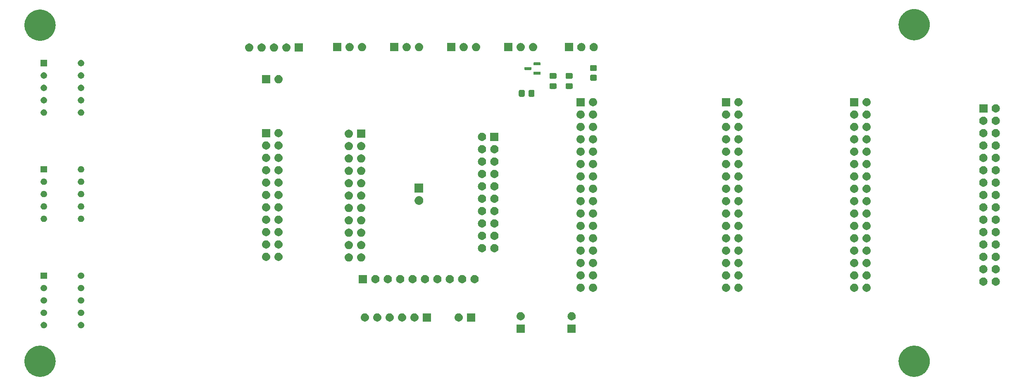
<source format=gts>
%TF.GenerationSoftware,KiCad,Pcbnew,8.0.5*%
%TF.CreationDate,2025-02-05T22:29:24-08:00*%
%TF.ProjectId,Observatory,4f627365-7276-4617-946f-72792e6b6963,rev?*%
%TF.SameCoordinates,Original*%
%TF.FileFunction,Soldermask,Top*%
%TF.FilePolarity,Negative*%
%FSLAX46Y46*%
G04 Gerber Fmt 4.6, Leading zero omitted, Abs format (unit mm)*
G04 Created by KiCad (PCBNEW 8.0.5) date 2025-02-05 22:29:24*
%MOMM*%
%LPD*%
G01*
G04 APERTURE LIST*
G04 APERTURE END LIST*
G36*
X45485133Y-109704781D02*
G01*
X45573243Y-109704781D01*
X45667316Y-109715012D01*
X45758286Y-109720121D01*
X45836534Y-109733416D01*
X45917687Y-109742242D01*
X46016526Y-109763997D01*
X46112067Y-109780231D01*
X46182629Y-109800559D01*
X46256066Y-109816724D01*
X46358266Y-109851159D01*
X46456893Y-109879573D01*
X46519234Y-109905395D01*
X46584404Y-109927354D01*
X46688380Y-109975458D01*
X46788428Y-110016900D01*
X46842251Y-110046647D01*
X46898864Y-110072839D01*
X47002875Y-110135420D01*
X47102503Y-110190483D01*
X47147766Y-110222599D01*
X47195750Y-110251470D01*
X47297955Y-110329163D01*
X47395167Y-110398139D01*
X47432044Y-110431094D01*
X47471582Y-110461150D01*
X47570040Y-110554415D01*
X47662742Y-110637258D01*
X47691672Y-110669631D01*
X47723122Y-110699422D01*
X47815785Y-110808514D01*
X47901861Y-110904833D01*
X47923480Y-110935303D01*
X47947427Y-110963495D01*
X48032252Y-111088602D01*
X48109517Y-111197497D01*
X48124650Y-111224879D01*
X48141866Y-111250270D01*
X48216801Y-111391613D01*
X48283100Y-111511572D01*
X48292748Y-111534866D01*
X48304160Y-111556390D01*
X48367170Y-111714535D01*
X48420427Y-111843107D01*
X48425724Y-111861495D01*
X48432407Y-111878267D01*
X48481610Y-112055481D01*
X48519769Y-112187933D01*
X48521950Y-112200770D01*
X48525098Y-112212108D01*
X48558672Y-112416900D01*
X48579879Y-112541714D01*
X48580266Y-112548620D01*
X48581154Y-112554032D01*
X48597427Y-112854195D01*
X48600000Y-112900000D01*
X48597427Y-112945807D01*
X48581154Y-113245967D01*
X48580266Y-113251377D01*
X48579879Y-113258286D01*
X48558667Y-113383126D01*
X48525098Y-113587891D01*
X48521950Y-113599226D01*
X48519769Y-113612067D01*
X48481602Y-113744545D01*
X48432407Y-113921732D01*
X48425725Y-113938501D01*
X48420427Y-113956893D01*
X48367160Y-114085489D01*
X48304160Y-114243609D01*
X48292750Y-114265129D01*
X48283100Y-114288428D01*
X48216788Y-114408410D01*
X48141866Y-114549729D01*
X48124653Y-114575114D01*
X48109517Y-114602503D01*
X48032237Y-114711418D01*
X47947427Y-114836504D01*
X47923485Y-114864690D01*
X47901861Y-114895167D01*
X47815768Y-114991504D01*
X47723122Y-115100577D01*
X47691678Y-115130361D01*
X47662742Y-115162742D01*
X47570021Y-115245601D01*
X47471582Y-115338849D01*
X47432052Y-115368898D01*
X47395167Y-115401861D01*
X47297935Y-115470850D01*
X47195750Y-115548529D01*
X47147776Y-115577393D01*
X47102503Y-115609517D01*
X47002855Y-115664590D01*
X46898864Y-115727160D01*
X46842262Y-115753346D01*
X46788428Y-115783100D01*
X46688359Y-115824549D01*
X46584404Y-115872645D01*
X46519247Y-115894598D01*
X46456893Y-115920427D01*
X46358246Y-115948846D01*
X46256066Y-115983275D01*
X46182644Y-115999436D01*
X46112067Y-116019769D01*
X46016506Y-116036005D01*
X45917687Y-116057757D01*
X45836547Y-116066581D01*
X45758286Y-116079879D01*
X45667311Y-116084988D01*
X45573243Y-116095219D01*
X45485133Y-116095219D01*
X45400000Y-116100000D01*
X45314867Y-116095219D01*
X45226757Y-116095219D01*
X45132688Y-116084988D01*
X45041714Y-116079879D01*
X44963453Y-116066582D01*
X44882312Y-116057757D01*
X44783489Y-116036004D01*
X44687933Y-116019769D01*
X44617358Y-115999437D01*
X44543933Y-115983275D01*
X44441746Y-115948844D01*
X44343107Y-115920427D01*
X44280756Y-115894600D01*
X44215595Y-115872645D01*
X44111630Y-115824545D01*
X44011572Y-115783100D01*
X43957742Y-115753349D01*
X43901135Y-115727160D01*
X43797132Y-115664583D01*
X43697497Y-115609517D01*
X43652229Y-115577397D01*
X43604249Y-115548529D01*
X43502049Y-115470839D01*
X43404833Y-115401861D01*
X43367953Y-115368903D01*
X43328417Y-115338849D01*
X43229960Y-115245585D01*
X43137258Y-115162742D01*
X43108326Y-115130368D01*
X43076877Y-115100577D01*
X42984211Y-114991482D01*
X42898139Y-114895167D01*
X42876519Y-114864697D01*
X42852572Y-114836504D01*
X42767740Y-114711387D01*
X42690483Y-114602503D01*
X42675350Y-114575122D01*
X42658133Y-114549729D01*
X42583187Y-114408365D01*
X42516900Y-114288428D01*
X42507252Y-114265138D01*
X42495839Y-114243609D01*
X42432813Y-114085426D01*
X42379573Y-113956893D01*
X42374277Y-113938510D01*
X42367592Y-113921732D01*
X42318369Y-113744449D01*
X42280231Y-113612067D01*
X42278050Y-113599235D01*
X42274901Y-113587891D01*
X42241303Y-113382958D01*
X42220121Y-113258286D01*
X42219733Y-113251386D01*
X42218845Y-113245967D01*
X42202543Y-112945293D01*
X42200000Y-112900000D01*
X42202543Y-112854710D01*
X42218845Y-112554032D01*
X42219733Y-112548611D01*
X42220121Y-112541714D01*
X42241299Y-112417068D01*
X42274901Y-112212108D01*
X42278051Y-112200761D01*
X42280231Y-112187933D01*
X42318361Y-112055576D01*
X42367592Y-111878267D01*
X42374278Y-111861485D01*
X42379573Y-111843107D01*
X42432802Y-111714599D01*
X42495839Y-111556390D01*
X42507254Y-111534857D01*
X42516900Y-111511572D01*
X42583174Y-111391657D01*
X42658133Y-111250270D01*
X42675353Y-111224871D01*
X42690483Y-111197497D01*
X42767725Y-111088634D01*
X42852572Y-110963495D01*
X42876524Y-110935296D01*
X42898139Y-110904833D01*
X42984194Y-110808536D01*
X43076877Y-110699422D01*
X43108332Y-110669625D01*
X43137258Y-110637258D01*
X43229941Y-110554430D01*
X43328417Y-110461150D01*
X43367961Y-110431089D01*
X43404833Y-110398139D01*
X43502029Y-110329174D01*
X43604249Y-110251470D01*
X43652238Y-110222595D01*
X43697497Y-110190483D01*
X43797112Y-110135427D01*
X43901135Y-110072839D01*
X43957753Y-110046644D01*
X44011572Y-110016900D01*
X44111609Y-109975462D01*
X44215595Y-109927354D01*
X44280769Y-109905394D01*
X44343107Y-109879573D01*
X44441726Y-109851161D01*
X44543933Y-109816724D01*
X44617373Y-109800558D01*
X44687933Y-109780231D01*
X44783469Y-109763998D01*
X44882312Y-109742242D01*
X44963466Y-109733415D01*
X45041714Y-109720121D01*
X45132682Y-109715012D01*
X45226757Y-109704781D01*
X45314867Y-109704781D01*
X45400000Y-109700000D01*
X45485133Y-109704781D01*
G37*
G36*
X224588077Y-109704781D02*
G01*
X224676187Y-109704781D01*
X224770260Y-109715012D01*
X224861230Y-109720121D01*
X224939478Y-109733416D01*
X225020631Y-109742242D01*
X225119470Y-109763997D01*
X225215011Y-109780231D01*
X225285573Y-109800559D01*
X225359010Y-109816724D01*
X225461210Y-109851159D01*
X225559837Y-109879573D01*
X225622178Y-109905395D01*
X225687348Y-109927354D01*
X225791324Y-109975458D01*
X225891372Y-110016900D01*
X225945195Y-110046647D01*
X226001808Y-110072839D01*
X226105819Y-110135420D01*
X226205447Y-110190483D01*
X226250710Y-110222599D01*
X226298694Y-110251470D01*
X226400899Y-110329163D01*
X226498111Y-110398139D01*
X226534988Y-110431094D01*
X226574526Y-110461150D01*
X226672984Y-110554415D01*
X226765686Y-110637258D01*
X226794616Y-110669631D01*
X226826066Y-110699422D01*
X226918729Y-110808514D01*
X227004805Y-110904833D01*
X227026424Y-110935303D01*
X227050371Y-110963495D01*
X227135196Y-111088602D01*
X227212461Y-111197497D01*
X227227594Y-111224879D01*
X227244810Y-111250270D01*
X227319745Y-111391613D01*
X227386044Y-111511572D01*
X227395692Y-111534866D01*
X227407104Y-111556390D01*
X227470114Y-111714535D01*
X227523371Y-111843107D01*
X227528668Y-111861495D01*
X227535351Y-111878267D01*
X227584554Y-112055481D01*
X227622713Y-112187933D01*
X227624894Y-112200770D01*
X227628042Y-112212108D01*
X227661616Y-112416900D01*
X227682823Y-112541714D01*
X227683210Y-112548620D01*
X227684098Y-112554032D01*
X227700371Y-112854195D01*
X227702944Y-112900000D01*
X227700371Y-112945807D01*
X227684098Y-113245967D01*
X227683210Y-113251377D01*
X227682823Y-113258286D01*
X227661611Y-113383126D01*
X227628042Y-113587891D01*
X227624894Y-113599226D01*
X227622713Y-113612067D01*
X227584546Y-113744545D01*
X227535351Y-113921732D01*
X227528669Y-113938501D01*
X227523371Y-113956893D01*
X227470104Y-114085489D01*
X227407104Y-114243609D01*
X227395694Y-114265129D01*
X227386044Y-114288428D01*
X227319732Y-114408410D01*
X227244810Y-114549729D01*
X227227597Y-114575114D01*
X227212461Y-114602503D01*
X227135181Y-114711418D01*
X227050371Y-114836504D01*
X227026429Y-114864690D01*
X227004805Y-114895167D01*
X226918712Y-114991504D01*
X226826066Y-115100577D01*
X226794622Y-115130361D01*
X226765686Y-115162742D01*
X226672965Y-115245601D01*
X226574526Y-115338849D01*
X226534996Y-115368898D01*
X226498111Y-115401861D01*
X226400879Y-115470850D01*
X226298694Y-115548529D01*
X226250720Y-115577393D01*
X226205447Y-115609517D01*
X226105799Y-115664590D01*
X226001808Y-115727160D01*
X225945206Y-115753346D01*
X225891372Y-115783100D01*
X225791303Y-115824549D01*
X225687348Y-115872645D01*
X225622191Y-115894598D01*
X225559837Y-115920427D01*
X225461190Y-115948846D01*
X225359010Y-115983275D01*
X225285588Y-115999436D01*
X225215011Y-116019769D01*
X225119450Y-116036005D01*
X225020631Y-116057757D01*
X224939491Y-116066581D01*
X224861230Y-116079879D01*
X224770255Y-116084988D01*
X224676187Y-116095219D01*
X224588077Y-116095219D01*
X224502944Y-116100000D01*
X224417811Y-116095219D01*
X224329701Y-116095219D01*
X224235632Y-116084988D01*
X224144658Y-116079879D01*
X224066397Y-116066582D01*
X223985256Y-116057757D01*
X223886433Y-116036004D01*
X223790877Y-116019769D01*
X223720302Y-115999437D01*
X223646877Y-115983275D01*
X223544690Y-115948844D01*
X223446051Y-115920427D01*
X223383700Y-115894600D01*
X223318539Y-115872645D01*
X223214574Y-115824545D01*
X223114516Y-115783100D01*
X223060686Y-115753349D01*
X223004079Y-115727160D01*
X222900076Y-115664583D01*
X222800441Y-115609517D01*
X222755173Y-115577397D01*
X222707193Y-115548529D01*
X222604993Y-115470839D01*
X222507777Y-115401861D01*
X222470897Y-115368903D01*
X222431361Y-115338849D01*
X222332904Y-115245585D01*
X222240202Y-115162742D01*
X222211270Y-115130368D01*
X222179821Y-115100577D01*
X222087155Y-114991482D01*
X222001083Y-114895167D01*
X221979463Y-114864697D01*
X221955516Y-114836504D01*
X221870684Y-114711387D01*
X221793427Y-114602503D01*
X221778294Y-114575122D01*
X221761077Y-114549729D01*
X221686131Y-114408365D01*
X221619844Y-114288428D01*
X221610196Y-114265138D01*
X221598783Y-114243609D01*
X221535757Y-114085426D01*
X221482517Y-113956893D01*
X221477221Y-113938510D01*
X221470536Y-113921732D01*
X221421313Y-113744449D01*
X221383175Y-113612067D01*
X221380994Y-113599235D01*
X221377845Y-113587891D01*
X221344247Y-113382958D01*
X221323065Y-113258286D01*
X221322677Y-113251386D01*
X221321789Y-113245967D01*
X221305487Y-112945293D01*
X221302944Y-112900000D01*
X221305487Y-112854710D01*
X221321789Y-112554032D01*
X221322677Y-112548611D01*
X221323065Y-112541714D01*
X221344243Y-112417068D01*
X221377845Y-112212108D01*
X221380995Y-112200761D01*
X221383175Y-112187933D01*
X221421305Y-112055576D01*
X221470536Y-111878267D01*
X221477222Y-111861485D01*
X221482517Y-111843107D01*
X221535746Y-111714599D01*
X221598783Y-111556390D01*
X221610198Y-111534857D01*
X221619844Y-111511572D01*
X221686118Y-111391657D01*
X221761077Y-111250270D01*
X221778297Y-111224871D01*
X221793427Y-111197497D01*
X221870669Y-111088634D01*
X221955516Y-110963495D01*
X221979468Y-110935296D01*
X222001083Y-110904833D01*
X222087138Y-110808536D01*
X222179821Y-110699422D01*
X222211276Y-110669625D01*
X222240202Y-110637258D01*
X222332885Y-110554430D01*
X222431361Y-110461150D01*
X222470905Y-110431089D01*
X222507777Y-110398139D01*
X222604973Y-110329174D01*
X222707193Y-110251470D01*
X222755182Y-110222595D01*
X222800441Y-110190483D01*
X222900056Y-110135427D01*
X223004079Y-110072839D01*
X223060697Y-110046644D01*
X223114516Y-110016900D01*
X223214553Y-109975462D01*
X223318539Y-109927354D01*
X223383713Y-109905394D01*
X223446051Y-109879573D01*
X223544670Y-109851161D01*
X223646877Y-109816724D01*
X223720317Y-109800558D01*
X223790877Y-109780231D01*
X223886413Y-109763998D01*
X223985256Y-109742242D01*
X224066410Y-109733415D01*
X224144658Y-109720121D01*
X224235626Y-109715012D01*
X224329701Y-109704781D01*
X224417811Y-109704781D01*
X224502944Y-109700000D01*
X224588077Y-109704781D01*
G37*
G36*
X144710000Y-107050000D02*
G01*
X143010000Y-107050000D01*
X143010000Y-105350000D01*
X144710000Y-105350000D01*
X144710000Y-107050000D01*
G37*
G36*
X155175000Y-107050000D02*
G01*
X153475000Y-107050000D01*
X153475000Y-105350000D01*
X155175000Y-105350000D01*
X155175000Y-107050000D01*
G37*
G36*
X46224669Y-104821415D02*
G01*
X46264902Y-104821415D01*
X46298784Y-104829766D01*
X46332170Y-104833528D01*
X46375354Y-104848638D01*
X46419481Y-104859515D01*
X46445574Y-104873209D01*
X46471670Y-104882341D01*
X46515773Y-104910053D01*
X46560450Y-104933501D01*
X46578401Y-104949404D01*
X46596814Y-104960974D01*
X46638394Y-105002554D01*
X46679616Y-105039074D01*
X46690094Y-105054254D01*
X46701325Y-105065485D01*
X46736629Y-105121672D01*
X46770055Y-105170097D01*
X46774619Y-105182133D01*
X46779958Y-105190629D01*
X46805198Y-105262762D01*
X46826510Y-105318956D01*
X46827386Y-105326171D01*
X46828771Y-105330129D01*
X46840423Y-105433545D01*
X46845700Y-105477000D01*
X46840423Y-105520458D01*
X46828771Y-105623870D01*
X46827386Y-105627827D01*
X46826510Y-105635044D01*
X46805193Y-105691249D01*
X46779958Y-105763370D01*
X46774620Y-105771864D01*
X46770055Y-105783903D01*
X46736622Y-105832337D01*
X46701325Y-105888514D01*
X46690096Y-105899742D01*
X46679616Y-105914926D01*
X46638386Y-105951452D01*
X46596814Y-105993025D01*
X46578404Y-106004592D01*
X46560450Y-106020499D01*
X46515764Y-106043951D01*
X46471670Y-106071658D01*
X46445579Y-106080787D01*
X46419481Y-106094485D01*
X46375345Y-106105363D01*
X46332170Y-106120471D01*
X46298791Y-106124231D01*
X46264902Y-106132585D01*
X46224660Y-106132585D01*
X46185300Y-106137020D01*
X46145940Y-106132585D01*
X46105698Y-106132585D01*
X46071808Y-106124232D01*
X46038429Y-106120471D01*
X45995251Y-106105362D01*
X45951119Y-106094485D01*
X45925022Y-106080788D01*
X45898929Y-106071658D01*
X45854829Y-106043948D01*
X45810150Y-106020499D01*
X45792197Y-106004594D01*
X45773785Y-105993025D01*
X45732205Y-105951445D01*
X45690984Y-105914926D01*
X45680505Y-105899745D01*
X45669274Y-105888514D01*
X45633965Y-105832321D01*
X45600545Y-105783903D01*
X45595980Y-105771868D01*
X45590641Y-105763370D01*
X45565393Y-105691215D01*
X45544090Y-105635044D01*
X45543214Y-105627831D01*
X45541828Y-105623870D01*
X45530162Y-105520343D01*
X45524900Y-105477000D01*
X45530162Y-105433659D01*
X45541828Y-105330129D01*
X45543214Y-105326166D01*
X45544090Y-105318956D01*
X45565388Y-105262796D01*
X45590641Y-105190629D01*
X45595981Y-105182129D01*
X45600545Y-105170097D01*
X45633958Y-105121688D01*
X45669274Y-105065485D01*
X45680508Y-105054250D01*
X45690984Y-105039074D01*
X45732196Y-105002562D01*
X45773785Y-104960974D01*
X45792201Y-104949402D01*
X45810150Y-104933501D01*
X45854820Y-104910056D01*
X45898929Y-104882341D01*
X45925027Y-104873208D01*
X45951119Y-104859515D01*
X45995241Y-104848639D01*
X46038429Y-104833528D01*
X46071816Y-104829766D01*
X46105698Y-104821415D01*
X46145931Y-104821415D01*
X46185300Y-104816979D01*
X46224669Y-104821415D01*
G37*
G36*
X53844669Y-104821415D02*
G01*
X53884902Y-104821415D01*
X53918784Y-104829766D01*
X53952170Y-104833528D01*
X53995354Y-104848638D01*
X54039481Y-104859515D01*
X54065574Y-104873209D01*
X54091670Y-104882341D01*
X54135773Y-104910053D01*
X54180450Y-104933501D01*
X54198401Y-104949404D01*
X54216814Y-104960974D01*
X54258394Y-105002554D01*
X54299616Y-105039074D01*
X54310094Y-105054254D01*
X54321325Y-105065485D01*
X54356629Y-105121672D01*
X54390055Y-105170097D01*
X54394619Y-105182133D01*
X54399958Y-105190629D01*
X54425198Y-105262762D01*
X54446510Y-105318956D01*
X54447386Y-105326171D01*
X54448771Y-105330129D01*
X54460423Y-105433545D01*
X54465700Y-105477000D01*
X54460423Y-105520458D01*
X54448771Y-105623870D01*
X54447386Y-105627827D01*
X54446510Y-105635044D01*
X54425193Y-105691249D01*
X54399958Y-105763370D01*
X54394620Y-105771864D01*
X54390055Y-105783903D01*
X54356622Y-105832337D01*
X54321325Y-105888514D01*
X54310096Y-105899742D01*
X54299616Y-105914926D01*
X54258386Y-105951452D01*
X54216814Y-105993025D01*
X54198404Y-106004592D01*
X54180450Y-106020499D01*
X54135764Y-106043951D01*
X54091670Y-106071658D01*
X54065579Y-106080787D01*
X54039481Y-106094485D01*
X53995345Y-106105363D01*
X53952170Y-106120471D01*
X53918791Y-106124231D01*
X53884902Y-106132585D01*
X53844660Y-106132585D01*
X53805300Y-106137020D01*
X53765940Y-106132585D01*
X53725698Y-106132585D01*
X53691808Y-106124232D01*
X53658429Y-106120471D01*
X53615251Y-106105362D01*
X53571119Y-106094485D01*
X53545022Y-106080788D01*
X53518929Y-106071658D01*
X53474829Y-106043948D01*
X53430150Y-106020499D01*
X53412197Y-106004594D01*
X53393785Y-105993025D01*
X53352205Y-105951445D01*
X53310984Y-105914926D01*
X53300505Y-105899745D01*
X53289274Y-105888514D01*
X53253965Y-105832321D01*
X53220545Y-105783903D01*
X53215980Y-105771868D01*
X53210641Y-105763370D01*
X53185393Y-105691215D01*
X53164090Y-105635044D01*
X53163214Y-105627831D01*
X53161828Y-105623870D01*
X53150162Y-105520343D01*
X53144900Y-105477000D01*
X53150162Y-105433659D01*
X53161828Y-105330129D01*
X53163214Y-105326166D01*
X53164090Y-105318956D01*
X53185388Y-105262796D01*
X53210641Y-105190629D01*
X53215981Y-105182129D01*
X53220545Y-105170097D01*
X53253958Y-105121688D01*
X53289274Y-105065485D01*
X53300508Y-105054250D01*
X53310984Y-105039074D01*
X53352196Y-105002562D01*
X53393785Y-104960974D01*
X53412201Y-104949402D01*
X53430150Y-104933501D01*
X53474820Y-104910056D01*
X53518929Y-104882341D01*
X53545027Y-104873208D01*
X53571119Y-104859515D01*
X53615241Y-104848639D01*
X53658429Y-104833528D01*
X53691816Y-104829766D01*
X53725698Y-104821415D01*
X53765931Y-104821415D01*
X53805300Y-104816979D01*
X53844669Y-104821415D01*
G37*
G36*
X125490000Y-104750000D02*
G01*
X123790000Y-104750000D01*
X123790000Y-103050000D01*
X125490000Y-103050000D01*
X125490000Y-104750000D01*
G37*
G36*
X134550000Y-104750000D02*
G01*
X132850000Y-104750000D01*
X132850000Y-103050000D01*
X134550000Y-103050000D01*
X134550000Y-104750000D01*
G37*
G36*
X112202664Y-103091602D02*
G01*
X112365000Y-103163878D01*
X112508761Y-103268327D01*
X112627664Y-103400383D01*
X112716514Y-103554274D01*
X112771425Y-103723275D01*
X112790000Y-103900000D01*
X112771425Y-104076725D01*
X112716514Y-104245726D01*
X112627664Y-104399617D01*
X112508761Y-104531673D01*
X112365000Y-104636122D01*
X112202664Y-104708398D01*
X112028849Y-104745344D01*
X111851151Y-104745344D01*
X111677336Y-104708398D01*
X111515000Y-104636122D01*
X111371239Y-104531673D01*
X111252336Y-104399617D01*
X111163486Y-104245726D01*
X111108575Y-104076725D01*
X111090000Y-103900000D01*
X111108575Y-103723275D01*
X111163486Y-103554274D01*
X111252336Y-103400383D01*
X111371239Y-103268327D01*
X111515000Y-103163878D01*
X111677336Y-103091602D01*
X111851151Y-103054656D01*
X112028849Y-103054656D01*
X112202664Y-103091602D01*
G37*
G36*
X114742664Y-103091602D02*
G01*
X114905000Y-103163878D01*
X115048761Y-103268327D01*
X115167664Y-103400383D01*
X115256514Y-103554274D01*
X115311425Y-103723275D01*
X115330000Y-103900000D01*
X115311425Y-104076725D01*
X115256514Y-104245726D01*
X115167664Y-104399617D01*
X115048761Y-104531673D01*
X114905000Y-104636122D01*
X114742664Y-104708398D01*
X114568849Y-104745344D01*
X114391151Y-104745344D01*
X114217336Y-104708398D01*
X114055000Y-104636122D01*
X113911239Y-104531673D01*
X113792336Y-104399617D01*
X113703486Y-104245726D01*
X113648575Y-104076725D01*
X113630000Y-103900000D01*
X113648575Y-103723275D01*
X113703486Y-103554274D01*
X113792336Y-103400383D01*
X113911239Y-103268327D01*
X114055000Y-103163878D01*
X114217336Y-103091602D01*
X114391151Y-103054656D01*
X114568849Y-103054656D01*
X114742664Y-103091602D01*
G37*
G36*
X117282664Y-103091602D02*
G01*
X117445000Y-103163878D01*
X117588761Y-103268327D01*
X117707664Y-103400383D01*
X117796514Y-103554274D01*
X117851425Y-103723275D01*
X117870000Y-103900000D01*
X117851425Y-104076725D01*
X117796514Y-104245726D01*
X117707664Y-104399617D01*
X117588761Y-104531673D01*
X117445000Y-104636122D01*
X117282664Y-104708398D01*
X117108849Y-104745344D01*
X116931151Y-104745344D01*
X116757336Y-104708398D01*
X116595000Y-104636122D01*
X116451239Y-104531673D01*
X116332336Y-104399617D01*
X116243486Y-104245726D01*
X116188575Y-104076725D01*
X116170000Y-103900000D01*
X116188575Y-103723275D01*
X116243486Y-103554274D01*
X116332336Y-103400383D01*
X116451239Y-103268327D01*
X116595000Y-103163878D01*
X116757336Y-103091602D01*
X116931151Y-103054656D01*
X117108849Y-103054656D01*
X117282664Y-103091602D01*
G37*
G36*
X119822664Y-103091602D02*
G01*
X119985000Y-103163878D01*
X120128761Y-103268327D01*
X120247664Y-103400383D01*
X120336514Y-103554274D01*
X120391425Y-103723275D01*
X120410000Y-103900000D01*
X120391425Y-104076725D01*
X120336514Y-104245726D01*
X120247664Y-104399617D01*
X120128761Y-104531673D01*
X119985000Y-104636122D01*
X119822664Y-104708398D01*
X119648849Y-104745344D01*
X119471151Y-104745344D01*
X119297336Y-104708398D01*
X119135000Y-104636122D01*
X118991239Y-104531673D01*
X118872336Y-104399617D01*
X118783486Y-104245726D01*
X118728575Y-104076725D01*
X118710000Y-103900000D01*
X118728575Y-103723275D01*
X118783486Y-103554274D01*
X118872336Y-103400383D01*
X118991239Y-103268327D01*
X119135000Y-103163878D01*
X119297336Y-103091602D01*
X119471151Y-103054656D01*
X119648849Y-103054656D01*
X119822664Y-103091602D01*
G37*
G36*
X122362664Y-103091602D02*
G01*
X122525000Y-103163878D01*
X122668761Y-103268327D01*
X122787664Y-103400383D01*
X122876514Y-103554274D01*
X122931425Y-103723275D01*
X122950000Y-103900000D01*
X122931425Y-104076725D01*
X122876514Y-104245726D01*
X122787664Y-104399617D01*
X122668761Y-104531673D01*
X122525000Y-104636122D01*
X122362664Y-104708398D01*
X122188849Y-104745344D01*
X122011151Y-104745344D01*
X121837336Y-104708398D01*
X121675000Y-104636122D01*
X121531239Y-104531673D01*
X121412336Y-104399617D01*
X121323486Y-104245726D01*
X121268575Y-104076725D01*
X121250000Y-103900000D01*
X121268575Y-103723275D01*
X121323486Y-103554274D01*
X121412336Y-103400383D01*
X121531239Y-103268327D01*
X121675000Y-103163878D01*
X121837336Y-103091602D01*
X122011151Y-103054656D01*
X122188849Y-103054656D01*
X122362664Y-103091602D01*
G37*
G36*
X131422664Y-103091602D02*
G01*
X131585000Y-103163878D01*
X131728761Y-103268327D01*
X131847664Y-103400383D01*
X131936514Y-103554274D01*
X131991425Y-103723275D01*
X132010000Y-103900000D01*
X131991425Y-104076725D01*
X131936514Y-104245726D01*
X131847664Y-104399617D01*
X131728761Y-104531673D01*
X131585000Y-104636122D01*
X131422664Y-104708398D01*
X131248849Y-104745344D01*
X131071151Y-104745344D01*
X130897336Y-104708398D01*
X130735000Y-104636122D01*
X130591239Y-104531673D01*
X130472336Y-104399617D01*
X130383486Y-104245726D01*
X130328575Y-104076725D01*
X130310000Y-103900000D01*
X130328575Y-103723275D01*
X130383486Y-103554274D01*
X130472336Y-103400383D01*
X130591239Y-103268327D01*
X130735000Y-103163878D01*
X130897336Y-103091602D01*
X131071151Y-103054656D01*
X131248849Y-103054656D01*
X131422664Y-103091602D01*
G37*
G36*
X144122664Y-102851602D02*
G01*
X144285000Y-102923878D01*
X144428761Y-103028327D01*
X144547664Y-103160383D01*
X144636514Y-103314274D01*
X144691425Y-103483275D01*
X144710000Y-103660000D01*
X144691425Y-103836725D01*
X144636514Y-104005726D01*
X144547664Y-104159617D01*
X144428761Y-104291673D01*
X144285000Y-104396122D01*
X144122664Y-104468398D01*
X143948849Y-104505344D01*
X143771151Y-104505344D01*
X143597336Y-104468398D01*
X143435000Y-104396122D01*
X143291239Y-104291673D01*
X143172336Y-104159617D01*
X143083486Y-104005726D01*
X143028575Y-103836725D01*
X143010000Y-103660000D01*
X143028575Y-103483275D01*
X143083486Y-103314274D01*
X143172336Y-103160383D01*
X143291239Y-103028327D01*
X143435000Y-102923878D01*
X143597336Y-102851602D01*
X143771151Y-102814656D01*
X143948849Y-102814656D01*
X144122664Y-102851602D01*
G37*
G36*
X154587664Y-102851602D02*
G01*
X154750000Y-102923878D01*
X154893761Y-103028327D01*
X155012664Y-103160383D01*
X155101514Y-103314274D01*
X155156425Y-103483275D01*
X155175000Y-103660000D01*
X155156425Y-103836725D01*
X155101514Y-104005726D01*
X155012664Y-104159617D01*
X154893761Y-104291673D01*
X154750000Y-104396122D01*
X154587664Y-104468398D01*
X154413849Y-104505344D01*
X154236151Y-104505344D01*
X154062336Y-104468398D01*
X153900000Y-104396122D01*
X153756239Y-104291673D01*
X153637336Y-104159617D01*
X153548486Y-104005726D01*
X153493575Y-103836725D01*
X153475000Y-103660000D01*
X153493575Y-103483275D01*
X153548486Y-103314274D01*
X153637336Y-103160383D01*
X153756239Y-103028327D01*
X153900000Y-102923878D01*
X154062336Y-102851602D01*
X154236151Y-102814656D01*
X154413849Y-102814656D01*
X154587664Y-102851602D01*
G37*
G36*
X46219669Y-102291415D02*
G01*
X46259902Y-102291415D01*
X46293784Y-102299766D01*
X46327170Y-102303528D01*
X46370354Y-102318638D01*
X46414481Y-102329515D01*
X46440574Y-102343209D01*
X46466670Y-102352341D01*
X46510773Y-102380053D01*
X46555450Y-102403501D01*
X46573401Y-102419404D01*
X46591814Y-102430974D01*
X46633394Y-102472554D01*
X46674616Y-102509074D01*
X46685094Y-102524254D01*
X46696325Y-102535485D01*
X46731629Y-102591672D01*
X46765055Y-102640097D01*
X46769619Y-102652133D01*
X46774958Y-102660629D01*
X46800198Y-102732762D01*
X46821510Y-102788956D01*
X46822386Y-102796171D01*
X46823771Y-102800129D01*
X46835423Y-102903545D01*
X46840700Y-102947000D01*
X46835423Y-102990458D01*
X46823771Y-103093870D01*
X46822386Y-103097827D01*
X46821510Y-103105044D01*
X46800193Y-103161249D01*
X46774958Y-103233370D01*
X46769620Y-103241864D01*
X46765055Y-103253903D01*
X46731622Y-103302337D01*
X46696325Y-103358514D01*
X46685096Y-103369742D01*
X46674616Y-103384926D01*
X46633386Y-103421452D01*
X46591814Y-103463025D01*
X46573404Y-103474592D01*
X46555450Y-103490499D01*
X46510764Y-103513951D01*
X46466670Y-103541658D01*
X46440579Y-103550787D01*
X46414481Y-103564485D01*
X46370345Y-103575363D01*
X46327170Y-103590471D01*
X46293791Y-103594231D01*
X46259902Y-103602585D01*
X46219660Y-103602585D01*
X46180300Y-103607020D01*
X46140940Y-103602585D01*
X46100698Y-103602585D01*
X46066808Y-103594232D01*
X46033429Y-103590471D01*
X45990251Y-103575362D01*
X45946119Y-103564485D01*
X45920022Y-103550788D01*
X45893929Y-103541658D01*
X45849829Y-103513948D01*
X45805150Y-103490499D01*
X45787197Y-103474594D01*
X45768785Y-103463025D01*
X45727205Y-103421445D01*
X45685984Y-103384926D01*
X45675505Y-103369745D01*
X45664274Y-103358514D01*
X45628965Y-103302321D01*
X45595545Y-103253903D01*
X45590980Y-103241868D01*
X45585641Y-103233370D01*
X45560393Y-103161215D01*
X45539090Y-103105044D01*
X45538214Y-103097831D01*
X45536828Y-103093870D01*
X45525162Y-102990343D01*
X45519900Y-102947000D01*
X45525162Y-102903659D01*
X45536828Y-102800129D01*
X45538214Y-102796166D01*
X45539090Y-102788956D01*
X45560388Y-102732796D01*
X45585641Y-102660629D01*
X45590981Y-102652129D01*
X45595545Y-102640097D01*
X45628958Y-102591688D01*
X45664274Y-102535485D01*
X45675508Y-102524250D01*
X45685984Y-102509074D01*
X45727196Y-102472562D01*
X45768785Y-102430974D01*
X45787201Y-102419402D01*
X45805150Y-102403501D01*
X45849820Y-102380056D01*
X45893929Y-102352341D01*
X45920027Y-102343208D01*
X45946119Y-102329515D01*
X45990241Y-102318639D01*
X46033429Y-102303528D01*
X46066816Y-102299766D01*
X46100698Y-102291415D01*
X46140931Y-102291415D01*
X46180300Y-102286979D01*
X46219669Y-102291415D01*
G37*
G36*
X53839669Y-102291415D02*
G01*
X53879902Y-102291415D01*
X53913784Y-102299766D01*
X53947170Y-102303528D01*
X53990354Y-102318638D01*
X54034481Y-102329515D01*
X54060574Y-102343209D01*
X54086670Y-102352341D01*
X54130773Y-102380053D01*
X54175450Y-102403501D01*
X54193401Y-102419404D01*
X54211814Y-102430974D01*
X54253394Y-102472554D01*
X54294616Y-102509074D01*
X54305094Y-102524254D01*
X54316325Y-102535485D01*
X54351629Y-102591672D01*
X54385055Y-102640097D01*
X54389619Y-102652133D01*
X54394958Y-102660629D01*
X54420198Y-102732762D01*
X54441510Y-102788956D01*
X54442386Y-102796171D01*
X54443771Y-102800129D01*
X54455423Y-102903545D01*
X54460700Y-102947000D01*
X54455423Y-102990458D01*
X54443771Y-103093870D01*
X54442386Y-103097827D01*
X54441510Y-103105044D01*
X54420193Y-103161249D01*
X54394958Y-103233370D01*
X54389620Y-103241864D01*
X54385055Y-103253903D01*
X54351622Y-103302337D01*
X54316325Y-103358514D01*
X54305096Y-103369742D01*
X54294616Y-103384926D01*
X54253386Y-103421452D01*
X54211814Y-103463025D01*
X54193404Y-103474592D01*
X54175450Y-103490499D01*
X54130764Y-103513951D01*
X54086670Y-103541658D01*
X54060579Y-103550787D01*
X54034481Y-103564485D01*
X53990345Y-103575363D01*
X53947170Y-103590471D01*
X53913791Y-103594231D01*
X53879902Y-103602585D01*
X53839660Y-103602585D01*
X53800300Y-103607020D01*
X53760940Y-103602585D01*
X53720698Y-103602585D01*
X53686808Y-103594232D01*
X53653429Y-103590471D01*
X53610251Y-103575362D01*
X53566119Y-103564485D01*
X53540022Y-103550788D01*
X53513929Y-103541658D01*
X53469829Y-103513948D01*
X53425150Y-103490499D01*
X53407197Y-103474594D01*
X53388785Y-103463025D01*
X53347205Y-103421445D01*
X53305984Y-103384926D01*
X53295505Y-103369745D01*
X53284274Y-103358514D01*
X53248965Y-103302321D01*
X53215545Y-103253903D01*
X53210980Y-103241868D01*
X53205641Y-103233370D01*
X53180393Y-103161215D01*
X53159090Y-103105044D01*
X53158214Y-103097831D01*
X53156828Y-103093870D01*
X53145162Y-102990343D01*
X53139900Y-102947000D01*
X53145162Y-102903659D01*
X53156828Y-102800129D01*
X53158214Y-102796166D01*
X53159090Y-102788956D01*
X53180388Y-102732796D01*
X53205641Y-102660629D01*
X53210981Y-102652129D01*
X53215545Y-102640097D01*
X53248958Y-102591688D01*
X53284274Y-102535485D01*
X53295508Y-102524250D01*
X53305984Y-102509074D01*
X53347196Y-102472562D01*
X53388785Y-102430974D01*
X53407201Y-102419402D01*
X53425150Y-102403501D01*
X53469820Y-102380056D01*
X53513929Y-102352341D01*
X53540027Y-102343208D01*
X53566119Y-102329515D01*
X53610241Y-102318639D01*
X53653429Y-102303528D01*
X53686816Y-102299766D01*
X53720698Y-102291415D01*
X53760931Y-102291415D01*
X53800300Y-102286979D01*
X53839669Y-102291415D01*
G37*
G36*
X46219669Y-99751415D02*
G01*
X46259902Y-99751415D01*
X46293784Y-99759766D01*
X46327170Y-99763528D01*
X46370354Y-99778638D01*
X46414481Y-99789515D01*
X46440574Y-99803209D01*
X46466670Y-99812341D01*
X46510773Y-99840053D01*
X46555450Y-99863501D01*
X46573401Y-99879404D01*
X46591814Y-99890974D01*
X46633394Y-99932554D01*
X46674616Y-99969074D01*
X46685094Y-99984254D01*
X46696325Y-99995485D01*
X46731629Y-100051672D01*
X46765055Y-100100097D01*
X46769619Y-100112133D01*
X46774958Y-100120629D01*
X46800198Y-100192762D01*
X46821510Y-100248956D01*
X46822386Y-100256171D01*
X46823771Y-100260129D01*
X46835423Y-100363545D01*
X46840700Y-100407000D01*
X46835423Y-100450458D01*
X46823771Y-100553870D01*
X46822386Y-100557827D01*
X46821510Y-100565044D01*
X46800193Y-100621249D01*
X46774958Y-100693370D01*
X46769620Y-100701864D01*
X46765055Y-100713903D01*
X46731622Y-100762337D01*
X46696325Y-100818514D01*
X46685096Y-100829742D01*
X46674616Y-100844926D01*
X46633386Y-100881452D01*
X46591814Y-100923025D01*
X46573404Y-100934592D01*
X46555450Y-100950499D01*
X46510764Y-100973951D01*
X46466670Y-101001658D01*
X46440579Y-101010787D01*
X46414481Y-101024485D01*
X46370345Y-101035363D01*
X46327170Y-101050471D01*
X46293791Y-101054231D01*
X46259902Y-101062585D01*
X46219660Y-101062585D01*
X46180300Y-101067020D01*
X46140940Y-101062585D01*
X46100698Y-101062585D01*
X46066808Y-101054232D01*
X46033429Y-101050471D01*
X45990251Y-101035362D01*
X45946119Y-101024485D01*
X45920022Y-101010788D01*
X45893929Y-101001658D01*
X45849829Y-100973948D01*
X45805150Y-100950499D01*
X45787197Y-100934594D01*
X45768785Y-100923025D01*
X45727205Y-100881445D01*
X45685984Y-100844926D01*
X45675505Y-100829745D01*
X45664274Y-100818514D01*
X45628965Y-100762321D01*
X45595545Y-100713903D01*
X45590980Y-100701868D01*
X45585641Y-100693370D01*
X45560393Y-100621215D01*
X45539090Y-100565044D01*
X45538214Y-100557831D01*
X45536828Y-100553870D01*
X45525162Y-100450343D01*
X45519900Y-100407000D01*
X45525162Y-100363659D01*
X45536828Y-100260129D01*
X45538214Y-100256166D01*
X45539090Y-100248956D01*
X45560388Y-100192796D01*
X45585641Y-100120629D01*
X45590981Y-100112129D01*
X45595545Y-100100097D01*
X45628958Y-100051688D01*
X45664274Y-99995485D01*
X45675508Y-99984250D01*
X45685984Y-99969074D01*
X45727196Y-99932562D01*
X45768785Y-99890974D01*
X45787201Y-99879402D01*
X45805150Y-99863501D01*
X45849820Y-99840056D01*
X45893929Y-99812341D01*
X45920027Y-99803208D01*
X45946119Y-99789515D01*
X45990241Y-99778639D01*
X46033429Y-99763528D01*
X46066816Y-99759766D01*
X46100698Y-99751415D01*
X46140931Y-99751415D01*
X46180300Y-99746979D01*
X46219669Y-99751415D01*
G37*
G36*
X53839669Y-99751415D02*
G01*
X53879902Y-99751415D01*
X53913784Y-99759766D01*
X53947170Y-99763528D01*
X53990354Y-99778638D01*
X54034481Y-99789515D01*
X54060574Y-99803209D01*
X54086670Y-99812341D01*
X54130773Y-99840053D01*
X54175450Y-99863501D01*
X54193401Y-99879404D01*
X54211814Y-99890974D01*
X54253394Y-99932554D01*
X54294616Y-99969074D01*
X54305094Y-99984254D01*
X54316325Y-99995485D01*
X54351629Y-100051672D01*
X54385055Y-100100097D01*
X54389619Y-100112133D01*
X54394958Y-100120629D01*
X54420198Y-100192762D01*
X54441510Y-100248956D01*
X54442386Y-100256171D01*
X54443771Y-100260129D01*
X54455423Y-100363545D01*
X54460700Y-100407000D01*
X54455423Y-100450458D01*
X54443771Y-100553870D01*
X54442386Y-100557827D01*
X54441510Y-100565044D01*
X54420193Y-100621249D01*
X54394958Y-100693370D01*
X54389620Y-100701864D01*
X54385055Y-100713903D01*
X54351622Y-100762337D01*
X54316325Y-100818514D01*
X54305096Y-100829742D01*
X54294616Y-100844926D01*
X54253386Y-100881452D01*
X54211814Y-100923025D01*
X54193404Y-100934592D01*
X54175450Y-100950499D01*
X54130764Y-100973951D01*
X54086670Y-101001658D01*
X54060579Y-101010787D01*
X54034481Y-101024485D01*
X53990345Y-101035363D01*
X53947170Y-101050471D01*
X53913791Y-101054231D01*
X53879902Y-101062585D01*
X53839660Y-101062585D01*
X53800300Y-101067020D01*
X53760940Y-101062585D01*
X53720698Y-101062585D01*
X53686808Y-101054232D01*
X53653429Y-101050471D01*
X53610251Y-101035362D01*
X53566119Y-101024485D01*
X53540022Y-101010788D01*
X53513929Y-101001658D01*
X53469829Y-100973948D01*
X53425150Y-100950499D01*
X53407197Y-100934594D01*
X53388785Y-100923025D01*
X53347205Y-100881445D01*
X53305984Y-100844926D01*
X53295505Y-100829745D01*
X53284274Y-100818514D01*
X53248965Y-100762321D01*
X53215545Y-100713903D01*
X53210980Y-100701868D01*
X53205641Y-100693370D01*
X53180393Y-100621215D01*
X53159090Y-100565044D01*
X53158214Y-100557831D01*
X53156828Y-100553870D01*
X53145162Y-100450343D01*
X53139900Y-100407000D01*
X53145162Y-100363659D01*
X53156828Y-100260129D01*
X53158214Y-100256166D01*
X53159090Y-100248956D01*
X53180388Y-100192796D01*
X53205641Y-100120629D01*
X53210981Y-100112129D01*
X53215545Y-100100097D01*
X53248958Y-100051688D01*
X53284274Y-99995485D01*
X53295508Y-99984250D01*
X53305984Y-99969074D01*
X53347196Y-99932562D01*
X53388785Y-99890974D01*
X53407201Y-99879402D01*
X53425150Y-99863501D01*
X53469820Y-99840056D01*
X53513929Y-99812341D01*
X53540027Y-99803208D01*
X53566119Y-99789515D01*
X53610241Y-99778639D01*
X53653429Y-99763528D01*
X53686816Y-99759766D01*
X53720698Y-99751415D01*
X53760931Y-99751415D01*
X53800300Y-99746979D01*
X53839669Y-99751415D01*
G37*
G36*
X156412664Y-97004802D02*
G01*
X156575000Y-97077078D01*
X156718761Y-97181527D01*
X156837664Y-97313583D01*
X156926514Y-97467474D01*
X156981425Y-97636475D01*
X157000000Y-97813200D01*
X156981425Y-97989925D01*
X156926514Y-98158926D01*
X156837664Y-98312817D01*
X156718761Y-98444873D01*
X156575000Y-98549322D01*
X156412664Y-98621598D01*
X156238849Y-98658544D01*
X156061151Y-98658544D01*
X155887336Y-98621598D01*
X155725000Y-98549322D01*
X155581239Y-98444873D01*
X155462336Y-98312817D01*
X155373486Y-98158926D01*
X155318575Y-97989925D01*
X155300000Y-97813200D01*
X155318575Y-97636475D01*
X155373486Y-97467474D01*
X155462336Y-97313583D01*
X155581239Y-97181527D01*
X155725000Y-97077078D01*
X155887336Y-97004802D01*
X156061151Y-96967856D01*
X156238849Y-96967856D01*
X156412664Y-97004802D01*
G37*
G36*
X158952664Y-97004802D02*
G01*
X159115000Y-97077078D01*
X159258761Y-97181527D01*
X159377664Y-97313583D01*
X159466514Y-97467474D01*
X159521425Y-97636475D01*
X159540000Y-97813200D01*
X159521425Y-97989925D01*
X159466514Y-98158926D01*
X159377664Y-98312817D01*
X159258761Y-98444873D01*
X159115000Y-98549322D01*
X158952664Y-98621598D01*
X158778849Y-98658544D01*
X158601151Y-98658544D01*
X158427336Y-98621598D01*
X158265000Y-98549322D01*
X158121239Y-98444873D01*
X158002336Y-98312817D01*
X157913486Y-98158926D01*
X157858575Y-97989925D01*
X157840000Y-97813200D01*
X157858575Y-97636475D01*
X157913486Y-97467474D01*
X158002336Y-97313583D01*
X158121239Y-97181527D01*
X158265000Y-97077078D01*
X158427336Y-97004802D01*
X158601151Y-96967856D01*
X158778849Y-96967856D01*
X158952664Y-97004802D01*
G37*
G36*
X186205164Y-97004802D02*
G01*
X186367500Y-97077078D01*
X186511261Y-97181527D01*
X186630164Y-97313583D01*
X186719014Y-97467474D01*
X186773925Y-97636475D01*
X186792500Y-97813200D01*
X186773925Y-97989925D01*
X186719014Y-98158926D01*
X186630164Y-98312817D01*
X186511261Y-98444873D01*
X186367500Y-98549322D01*
X186205164Y-98621598D01*
X186031349Y-98658544D01*
X185853651Y-98658544D01*
X185679836Y-98621598D01*
X185517500Y-98549322D01*
X185373739Y-98444873D01*
X185254836Y-98312817D01*
X185165986Y-98158926D01*
X185111075Y-97989925D01*
X185092500Y-97813200D01*
X185111075Y-97636475D01*
X185165986Y-97467474D01*
X185254836Y-97313583D01*
X185373739Y-97181527D01*
X185517500Y-97077078D01*
X185679836Y-97004802D01*
X185853651Y-96967856D01*
X186031349Y-96967856D01*
X186205164Y-97004802D01*
G37*
G36*
X188745164Y-97004802D02*
G01*
X188907500Y-97077078D01*
X189051261Y-97181527D01*
X189170164Y-97313583D01*
X189259014Y-97467474D01*
X189313925Y-97636475D01*
X189332500Y-97813200D01*
X189313925Y-97989925D01*
X189259014Y-98158926D01*
X189170164Y-98312817D01*
X189051261Y-98444873D01*
X188907500Y-98549322D01*
X188745164Y-98621598D01*
X188571349Y-98658544D01*
X188393651Y-98658544D01*
X188219836Y-98621598D01*
X188057500Y-98549322D01*
X187913739Y-98444873D01*
X187794836Y-98312817D01*
X187705986Y-98158926D01*
X187651075Y-97989925D01*
X187632500Y-97813200D01*
X187651075Y-97636475D01*
X187705986Y-97467474D01*
X187794836Y-97313583D01*
X187913739Y-97181527D01*
X188057500Y-97077078D01*
X188219836Y-97004802D01*
X188393651Y-96967856D01*
X188571349Y-96967856D01*
X188745164Y-97004802D01*
G37*
G36*
X212490164Y-97004802D02*
G01*
X212652500Y-97077078D01*
X212796261Y-97181527D01*
X212915164Y-97313583D01*
X213004014Y-97467474D01*
X213058925Y-97636475D01*
X213077500Y-97813200D01*
X213058925Y-97989925D01*
X213004014Y-98158926D01*
X212915164Y-98312817D01*
X212796261Y-98444873D01*
X212652500Y-98549322D01*
X212490164Y-98621598D01*
X212316349Y-98658544D01*
X212138651Y-98658544D01*
X211964836Y-98621598D01*
X211802500Y-98549322D01*
X211658739Y-98444873D01*
X211539836Y-98312817D01*
X211450986Y-98158926D01*
X211396075Y-97989925D01*
X211377500Y-97813200D01*
X211396075Y-97636475D01*
X211450986Y-97467474D01*
X211539836Y-97313583D01*
X211658739Y-97181527D01*
X211802500Y-97077078D01*
X211964836Y-97004802D01*
X212138651Y-96967856D01*
X212316349Y-96967856D01*
X212490164Y-97004802D01*
G37*
G36*
X215030164Y-97004802D02*
G01*
X215192500Y-97077078D01*
X215336261Y-97181527D01*
X215455164Y-97313583D01*
X215544014Y-97467474D01*
X215598925Y-97636475D01*
X215617500Y-97813200D01*
X215598925Y-97989925D01*
X215544014Y-98158926D01*
X215455164Y-98312817D01*
X215336261Y-98444873D01*
X215192500Y-98549322D01*
X215030164Y-98621598D01*
X214856349Y-98658544D01*
X214678651Y-98658544D01*
X214504836Y-98621598D01*
X214342500Y-98549322D01*
X214198739Y-98444873D01*
X214079836Y-98312817D01*
X213990986Y-98158926D01*
X213936075Y-97989925D01*
X213917500Y-97813200D01*
X213936075Y-97636475D01*
X213990986Y-97467474D01*
X214079836Y-97313583D01*
X214198739Y-97181527D01*
X214342500Y-97077078D01*
X214504836Y-97004802D01*
X214678651Y-96967856D01*
X214856349Y-96967856D01*
X215030164Y-97004802D01*
G37*
G36*
X46219669Y-97211415D02*
G01*
X46259902Y-97211415D01*
X46293784Y-97219766D01*
X46327170Y-97223528D01*
X46370354Y-97238638D01*
X46414481Y-97249515D01*
X46440574Y-97263209D01*
X46466670Y-97272341D01*
X46510773Y-97300053D01*
X46555450Y-97323501D01*
X46573401Y-97339404D01*
X46591814Y-97350974D01*
X46633394Y-97392554D01*
X46674616Y-97429074D01*
X46685094Y-97444254D01*
X46696325Y-97455485D01*
X46731629Y-97511672D01*
X46765055Y-97560097D01*
X46769619Y-97572133D01*
X46774958Y-97580629D01*
X46800198Y-97652762D01*
X46821510Y-97708956D01*
X46822386Y-97716171D01*
X46823771Y-97720129D01*
X46835423Y-97823545D01*
X46840700Y-97867000D01*
X46835423Y-97910458D01*
X46823771Y-98013870D01*
X46822386Y-98017827D01*
X46821510Y-98025044D01*
X46800193Y-98081249D01*
X46774958Y-98153370D01*
X46769620Y-98161864D01*
X46765055Y-98173903D01*
X46731622Y-98222337D01*
X46696325Y-98278514D01*
X46685096Y-98289742D01*
X46674616Y-98304926D01*
X46633386Y-98341452D01*
X46591814Y-98383025D01*
X46573404Y-98394592D01*
X46555450Y-98410499D01*
X46510764Y-98433951D01*
X46466670Y-98461658D01*
X46440579Y-98470787D01*
X46414481Y-98484485D01*
X46370345Y-98495363D01*
X46327170Y-98510471D01*
X46293791Y-98514231D01*
X46259902Y-98522585D01*
X46219660Y-98522585D01*
X46180300Y-98527020D01*
X46140940Y-98522585D01*
X46100698Y-98522585D01*
X46066808Y-98514232D01*
X46033429Y-98510471D01*
X45990251Y-98495362D01*
X45946119Y-98484485D01*
X45920022Y-98470788D01*
X45893929Y-98461658D01*
X45849829Y-98433948D01*
X45805150Y-98410499D01*
X45787197Y-98394594D01*
X45768785Y-98383025D01*
X45727205Y-98341445D01*
X45685984Y-98304926D01*
X45675505Y-98289745D01*
X45664274Y-98278514D01*
X45628965Y-98222321D01*
X45595545Y-98173903D01*
X45590980Y-98161868D01*
X45585641Y-98153370D01*
X45560393Y-98081215D01*
X45539090Y-98025044D01*
X45538214Y-98017831D01*
X45536828Y-98013870D01*
X45525162Y-97910343D01*
X45519900Y-97867000D01*
X45525162Y-97823659D01*
X45536828Y-97720129D01*
X45538214Y-97716166D01*
X45539090Y-97708956D01*
X45560388Y-97652796D01*
X45585641Y-97580629D01*
X45590981Y-97572129D01*
X45595545Y-97560097D01*
X45628958Y-97511688D01*
X45664274Y-97455485D01*
X45675508Y-97444250D01*
X45685984Y-97429074D01*
X45727196Y-97392562D01*
X45768785Y-97350974D01*
X45787201Y-97339402D01*
X45805150Y-97323501D01*
X45849820Y-97300056D01*
X45893929Y-97272341D01*
X45920027Y-97263208D01*
X45946119Y-97249515D01*
X45990241Y-97238639D01*
X46033429Y-97223528D01*
X46066816Y-97219766D01*
X46100698Y-97211415D01*
X46140931Y-97211415D01*
X46180300Y-97206979D01*
X46219669Y-97211415D01*
G37*
G36*
X53839669Y-97211415D02*
G01*
X53879902Y-97211415D01*
X53913784Y-97219766D01*
X53947170Y-97223528D01*
X53990354Y-97238638D01*
X54034481Y-97249515D01*
X54060574Y-97263209D01*
X54086670Y-97272341D01*
X54130773Y-97300053D01*
X54175450Y-97323501D01*
X54193401Y-97339404D01*
X54211814Y-97350974D01*
X54253394Y-97392554D01*
X54294616Y-97429074D01*
X54305094Y-97444254D01*
X54316325Y-97455485D01*
X54351629Y-97511672D01*
X54385055Y-97560097D01*
X54389619Y-97572133D01*
X54394958Y-97580629D01*
X54420198Y-97652762D01*
X54441510Y-97708956D01*
X54442386Y-97716171D01*
X54443771Y-97720129D01*
X54455423Y-97823545D01*
X54460700Y-97867000D01*
X54455423Y-97910458D01*
X54443771Y-98013870D01*
X54442386Y-98017827D01*
X54441510Y-98025044D01*
X54420193Y-98081249D01*
X54394958Y-98153370D01*
X54389620Y-98161864D01*
X54385055Y-98173903D01*
X54351622Y-98222337D01*
X54316325Y-98278514D01*
X54305096Y-98289742D01*
X54294616Y-98304926D01*
X54253386Y-98341452D01*
X54211814Y-98383025D01*
X54193404Y-98394592D01*
X54175450Y-98410499D01*
X54130764Y-98433951D01*
X54086670Y-98461658D01*
X54060579Y-98470787D01*
X54034481Y-98484485D01*
X53990345Y-98495363D01*
X53947170Y-98510471D01*
X53913791Y-98514231D01*
X53879902Y-98522585D01*
X53839660Y-98522585D01*
X53800300Y-98527020D01*
X53760940Y-98522585D01*
X53720698Y-98522585D01*
X53686808Y-98514232D01*
X53653429Y-98510471D01*
X53610251Y-98495362D01*
X53566119Y-98484485D01*
X53540022Y-98470788D01*
X53513929Y-98461658D01*
X53469829Y-98433948D01*
X53425150Y-98410499D01*
X53407197Y-98394594D01*
X53388785Y-98383025D01*
X53347205Y-98341445D01*
X53305984Y-98304926D01*
X53295505Y-98289745D01*
X53284274Y-98278514D01*
X53248965Y-98222321D01*
X53215545Y-98173903D01*
X53210980Y-98161868D01*
X53205641Y-98153370D01*
X53180393Y-98081215D01*
X53159090Y-98025044D01*
X53158214Y-98017831D01*
X53156828Y-98013870D01*
X53145162Y-97910343D01*
X53139900Y-97867000D01*
X53145162Y-97823659D01*
X53156828Y-97720129D01*
X53158214Y-97716166D01*
X53159090Y-97708956D01*
X53180388Y-97652796D01*
X53205641Y-97580629D01*
X53210981Y-97572129D01*
X53215545Y-97560097D01*
X53248958Y-97511688D01*
X53284274Y-97455485D01*
X53295508Y-97444250D01*
X53305984Y-97429074D01*
X53347196Y-97392562D01*
X53388785Y-97350974D01*
X53407201Y-97339402D01*
X53425150Y-97323501D01*
X53469820Y-97300056D01*
X53513929Y-97272341D01*
X53540027Y-97263208D01*
X53566119Y-97249515D01*
X53610241Y-97238639D01*
X53653429Y-97223528D01*
X53686816Y-97219766D01*
X53720698Y-97211415D01*
X53760931Y-97211415D01*
X53800300Y-97206979D01*
X53839669Y-97211415D01*
G37*
G36*
X238937664Y-95739802D02*
G01*
X239100000Y-95812078D01*
X239243761Y-95916527D01*
X239362664Y-96048583D01*
X239451514Y-96202474D01*
X239506425Y-96371475D01*
X239525000Y-96548200D01*
X239506425Y-96724925D01*
X239451514Y-96893926D01*
X239362664Y-97047817D01*
X239243761Y-97179873D01*
X239100000Y-97284322D01*
X238937664Y-97356598D01*
X238763849Y-97393544D01*
X238586151Y-97393544D01*
X238412336Y-97356598D01*
X238250000Y-97284322D01*
X238106239Y-97179873D01*
X237987336Y-97047817D01*
X237898486Y-96893926D01*
X237843575Y-96724925D01*
X237825000Y-96548200D01*
X237843575Y-96371475D01*
X237898486Y-96202474D01*
X237987336Y-96048583D01*
X238106239Y-95916527D01*
X238250000Y-95812078D01*
X238412336Y-95739802D01*
X238586151Y-95702856D01*
X238763849Y-95702856D01*
X238937664Y-95739802D01*
G37*
G36*
X241477664Y-95739802D02*
G01*
X241640000Y-95812078D01*
X241783761Y-95916527D01*
X241902664Y-96048583D01*
X241991514Y-96202474D01*
X242046425Y-96371475D01*
X242065000Y-96548200D01*
X242046425Y-96724925D01*
X241991514Y-96893926D01*
X241902664Y-97047817D01*
X241783761Y-97179873D01*
X241640000Y-97284322D01*
X241477664Y-97356598D01*
X241303849Y-97393544D01*
X241126151Y-97393544D01*
X240952336Y-97356598D01*
X240790000Y-97284322D01*
X240646239Y-97179873D01*
X240527336Y-97047817D01*
X240438486Y-96893926D01*
X240383575Y-96724925D01*
X240365000Y-96548200D01*
X240383575Y-96371475D01*
X240438486Y-96202474D01*
X240527336Y-96048583D01*
X240646239Y-95916527D01*
X240790000Y-95812078D01*
X240952336Y-95739802D01*
X241126151Y-95702856D01*
X241303849Y-95702856D01*
X241477664Y-95739802D01*
G37*
G36*
X112428500Y-96885200D02*
G01*
X110728500Y-96885200D01*
X110728500Y-95185200D01*
X112428500Y-95185200D01*
X112428500Y-96885200D01*
G37*
G36*
X114381164Y-95226802D02*
G01*
X114543500Y-95299078D01*
X114687261Y-95403527D01*
X114806164Y-95535583D01*
X114895014Y-95689474D01*
X114949925Y-95858475D01*
X114968500Y-96035200D01*
X114949925Y-96211925D01*
X114895014Y-96380926D01*
X114806164Y-96534817D01*
X114687261Y-96666873D01*
X114543500Y-96771322D01*
X114381164Y-96843598D01*
X114207349Y-96880544D01*
X114029651Y-96880544D01*
X113855836Y-96843598D01*
X113693500Y-96771322D01*
X113549739Y-96666873D01*
X113430836Y-96534817D01*
X113341986Y-96380926D01*
X113287075Y-96211925D01*
X113268500Y-96035200D01*
X113287075Y-95858475D01*
X113341986Y-95689474D01*
X113430836Y-95535583D01*
X113549739Y-95403527D01*
X113693500Y-95299078D01*
X113855836Y-95226802D01*
X114029651Y-95189856D01*
X114207349Y-95189856D01*
X114381164Y-95226802D01*
G37*
G36*
X116921164Y-95226802D02*
G01*
X117083500Y-95299078D01*
X117227261Y-95403527D01*
X117346164Y-95535583D01*
X117435014Y-95689474D01*
X117489925Y-95858475D01*
X117508500Y-96035200D01*
X117489925Y-96211925D01*
X117435014Y-96380926D01*
X117346164Y-96534817D01*
X117227261Y-96666873D01*
X117083500Y-96771322D01*
X116921164Y-96843598D01*
X116747349Y-96880544D01*
X116569651Y-96880544D01*
X116395836Y-96843598D01*
X116233500Y-96771322D01*
X116089739Y-96666873D01*
X115970836Y-96534817D01*
X115881986Y-96380926D01*
X115827075Y-96211925D01*
X115808500Y-96035200D01*
X115827075Y-95858475D01*
X115881986Y-95689474D01*
X115970836Y-95535583D01*
X116089739Y-95403527D01*
X116233500Y-95299078D01*
X116395836Y-95226802D01*
X116569651Y-95189856D01*
X116747349Y-95189856D01*
X116921164Y-95226802D01*
G37*
G36*
X119461164Y-95226802D02*
G01*
X119623500Y-95299078D01*
X119767261Y-95403527D01*
X119886164Y-95535583D01*
X119975014Y-95689474D01*
X120029925Y-95858475D01*
X120048500Y-96035200D01*
X120029925Y-96211925D01*
X119975014Y-96380926D01*
X119886164Y-96534817D01*
X119767261Y-96666873D01*
X119623500Y-96771322D01*
X119461164Y-96843598D01*
X119287349Y-96880544D01*
X119109651Y-96880544D01*
X118935836Y-96843598D01*
X118773500Y-96771322D01*
X118629739Y-96666873D01*
X118510836Y-96534817D01*
X118421986Y-96380926D01*
X118367075Y-96211925D01*
X118348500Y-96035200D01*
X118367075Y-95858475D01*
X118421986Y-95689474D01*
X118510836Y-95535583D01*
X118629739Y-95403527D01*
X118773500Y-95299078D01*
X118935836Y-95226802D01*
X119109651Y-95189856D01*
X119287349Y-95189856D01*
X119461164Y-95226802D01*
G37*
G36*
X122001164Y-95226802D02*
G01*
X122163500Y-95299078D01*
X122307261Y-95403527D01*
X122426164Y-95535583D01*
X122515014Y-95689474D01*
X122569925Y-95858475D01*
X122588500Y-96035200D01*
X122569925Y-96211925D01*
X122515014Y-96380926D01*
X122426164Y-96534817D01*
X122307261Y-96666873D01*
X122163500Y-96771322D01*
X122001164Y-96843598D01*
X121827349Y-96880544D01*
X121649651Y-96880544D01*
X121475836Y-96843598D01*
X121313500Y-96771322D01*
X121169739Y-96666873D01*
X121050836Y-96534817D01*
X120961986Y-96380926D01*
X120907075Y-96211925D01*
X120888500Y-96035200D01*
X120907075Y-95858475D01*
X120961986Y-95689474D01*
X121050836Y-95535583D01*
X121169739Y-95403527D01*
X121313500Y-95299078D01*
X121475836Y-95226802D01*
X121649651Y-95189856D01*
X121827349Y-95189856D01*
X122001164Y-95226802D01*
G37*
G36*
X124541164Y-95226802D02*
G01*
X124703500Y-95299078D01*
X124847261Y-95403527D01*
X124966164Y-95535583D01*
X125055014Y-95689474D01*
X125109925Y-95858475D01*
X125128500Y-96035200D01*
X125109925Y-96211925D01*
X125055014Y-96380926D01*
X124966164Y-96534817D01*
X124847261Y-96666873D01*
X124703500Y-96771322D01*
X124541164Y-96843598D01*
X124367349Y-96880544D01*
X124189651Y-96880544D01*
X124015836Y-96843598D01*
X123853500Y-96771322D01*
X123709739Y-96666873D01*
X123590836Y-96534817D01*
X123501986Y-96380926D01*
X123447075Y-96211925D01*
X123428500Y-96035200D01*
X123447075Y-95858475D01*
X123501986Y-95689474D01*
X123590836Y-95535583D01*
X123709739Y-95403527D01*
X123853500Y-95299078D01*
X124015836Y-95226802D01*
X124189651Y-95189856D01*
X124367349Y-95189856D01*
X124541164Y-95226802D01*
G37*
G36*
X127081164Y-95226802D02*
G01*
X127243500Y-95299078D01*
X127387261Y-95403527D01*
X127506164Y-95535583D01*
X127595014Y-95689474D01*
X127649925Y-95858475D01*
X127668500Y-96035200D01*
X127649925Y-96211925D01*
X127595014Y-96380926D01*
X127506164Y-96534817D01*
X127387261Y-96666873D01*
X127243500Y-96771322D01*
X127081164Y-96843598D01*
X126907349Y-96880544D01*
X126729651Y-96880544D01*
X126555836Y-96843598D01*
X126393500Y-96771322D01*
X126249739Y-96666873D01*
X126130836Y-96534817D01*
X126041986Y-96380926D01*
X125987075Y-96211925D01*
X125968500Y-96035200D01*
X125987075Y-95858475D01*
X126041986Y-95689474D01*
X126130836Y-95535583D01*
X126249739Y-95403527D01*
X126393500Y-95299078D01*
X126555836Y-95226802D01*
X126729651Y-95189856D01*
X126907349Y-95189856D01*
X127081164Y-95226802D01*
G37*
G36*
X129621164Y-95226802D02*
G01*
X129783500Y-95299078D01*
X129927261Y-95403527D01*
X130046164Y-95535583D01*
X130135014Y-95689474D01*
X130189925Y-95858475D01*
X130208500Y-96035200D01*
X130189925Y-96211925D01*
X130135014Y-96380926D01*
X130046164Y-96534817D01*
X129927261Y-96666873D01*
X129783500Y-96771322D01*
X129621164Y-96843598D01*
X129447349Y-96880544D01*
X129269651Y-96880544D01*
X129095836Y-96843598D01*
X128933500Y-96771322D01*
X128789739Y-96666873D01*
X128670836Y-96534817D01*
X128581986Y-96380926D01*
X128527075Y-96211925D01*
X128508500Y-96035200D01*
X128527075Y-95858475D01*
X128581986Y-95689474D01*
X128670836Y-95535583D01*
X128789739Y-95403527D01*
X128933500Y-95299078D01*
X129095836Y-95226802D01*
X129269651Y-95189856D01*
X129447349Y-95189856D01*
X129621164Y-95226802D01*
G37*
G36*
X132161164Y-95226802D02*
G01*
X132323500Y-95299078D01*
X132467261Y-95403527D01*
X132586164Y-95535583D01*
X132675014Y-95689474D01*
X132729925Y-95858475D01*
X132748500Y-96035200D01*
X132729925Y-96211925D01*
X132675014Y-96380926D01*
X132586164Y-96534817D01*
X132467261Y-96666873D01*
X132323500Y-96771322D01*
X132161164Y-96843598D01*
X131987349Y-96880544D01*
X131809651Y-96880544D01*
X131635836Y-96843598D01*
X131473500Y-96771322D01*
X131329739Y-96666873D01*
X131210836Y-96534817D01*
X131121986Y-96380926D01*
X131067075Y-96211925D01*
X131048500Y-96035200D01*
X131067075Y-95858475D01*
X131121986Y-95689474D01*
X131210836Y-95535583D01*
X131329739Y-95403527D01*
X131473500Y-95299078D01*
X131635836Y-95226802D01*
X131809651Y-95189856D01*
X131987349Y-95189856D01*
X132161164Y-95226802D01*
G37*
G36*
X134701164Y-95226802D02*
G01*
X134863500Y-95299078D01*
X135007261Y-95403527D01*
X135126164Y-95535583D01*
X135215014Y-95689474D01*
X135269925Y-95858475D01*
X135288500Y-96035200D01*
X135269925Y-96211925D01*
X135215014Y-96380926D01*
X135126164Y-96534817D01*
X135007261Y-96666873D01*
X134863500Y-96771322D01*
X134701164Y-96843598D01*
X134527349Y-96880544D01*
X134349651Y-96880544D01*
X134175836Y-96843598D01*
X134013500Y-96771322D01*
X133869739Y-96666873D01*
X133750836Y-96534817D01*
X133661986Y-96380926D01*
X133607075Y-96211925D01*
X133588500Y-96035200D01*
X133607075Y-95858475D01*
X133661986Y-95689474D01*
X133750836Y-95535583D01*
X133869739Y-95403527D01*
X134013500Y-95299078D01*
X134175836Y-95226802D01*
X134349651Y-95189856D01*
X134527349Y-95189856D01*
X134701164Y-95226802D01*
G37*
G36*
X156412664Y-94464802D02*
G01*
X156575000Y-94537078D01*
X156718761Y-94641527D01*
X156837664Y-94773583D01*
X156926514Y-94927474D01*
X156981425Y-95096475D01*
X157000000Y-95273200D01*
X156981425Y-95449925D01*
X156926514Y-95618926D01*
X156837664Y-95772817D01*
X156718761Y-95904873D01*
X156575000Y-96009322D01*
X156412664Y-96081598D01*
X156238849Y-96118544D01*
X156061151Y-96118544D01*
X155887336Y-96081598D01*
X155725000Y-96009322D01*
X155581239Y-95904873D01*
X155462336Y-95772817D01*
X155373486Y-95618926D01*
X155318575Y-95449925D01*
X155300000Y-95273200D01*
X155318575Y-95096475D01*
X155373486Y-94927474D01*
X155462336Y-94773583D01*
X155581239Y-94641527D01*
X155725000Y-94537078D01*
X155887336Y-94464802D01*
X156061151Y-94427856D01*
X156238849Y-94427856D01*
X156412664Y-94464802D01*
G37*
G36*
X158952664Y-94464802D02*
G01*
X159115000Y-94537078D01*
X159258761Y-94641527D01*
X159377664Y-94773583D01*
X159466514Y-94927474D01*
X159521425Y-95096475D01*
X159540000Y-95273200D01*
X159521425Y-95449925D01*
X159466514Y-95618926D01*
X159377664Y-95772817D01*
X159258761Y-95904873D01*
X159115000Y-96009322D01*
X158952664Y-96081598D01*
X158778849Y-96118544D01*
X158601151Y-96118544D01*
X158427336Y-96081598D01*
X158265000Y-96009322D01*
X158121239Y-95904873D01*
X158002336Y-95772817D01*
X157913486Y-95618926D01*
X157858575Y-95449925D01*
X157840000Y-95273200D01*
X157858575Y-95096475D01*
X157913486Y-94927474D01*
X158002336Y-94773583D01*
X158121239Y-94641527D01*
X158265000Y-94537078D01*
X158427336Y-94464802D01*
X158601151Y-94427856D01*
X158778849Y-94427856D01*
X158952664Y-94464802D01*
G37*
G36*
X186205164Y-94464802D02*
G01*
X186367500Y-94537078D01*
X186511261Y-94641527D01*
X186630164Y-94773583D01*
X186719014Y-94927474D01*
X186773925Y-95096475D01*
X186792500Y-95273200D01*
X186773925Y-95449925D01*
X186719014Y-95618926D01*
X186630164Y-95772817D01*
X186511261Y-95904873D01*
X186367500Y-96009322D01*
X186205164Y-96081598D01*
X186031349Y-96118544D01*
X185853651Y-96118544D01*
X185679836Y-96081598D01*
X185517500Y-96009322D01*
X185373739Y-95904873D01*
X185254836Y-95772817D01*
X185165986Y-95618926D01*
X185111075Y-95449925D01*
X185092500Y-95273200D01*
X185111075Y-95096475D01*
X185165986Y-94927474D01*
X185254836Y-94773583D01*
X185373739Y-94641527D01*
X185517500Y-94537078D01*
X185679836Y-94464802D01*
X185853651Y-94427856D01*
X186031349Y-94427856D01*
X186205164Y-94464802D01*
G37*
G36*
X188745164Y-94464802D02*
G01*
X188907500Y-94537078D01*
X189051261Y-94641527D01*
X189170164Y-94773583D01*
X189259014Y-94927474D01*
X189313925Y-95096475D01*
X189332500Y-95273200D01*
X189313925Y-95449925D01*
X189259014Y-95618926D01*
X189170164Y-95772817D01*
X189051261Y-95904873D01*
X188907500Y-96009322D01*
X188745164Y-96081598D01*
X188571349Y-96118544D01*
X188393651Y-96118544D01*
X188219836Y-96081598D01*
X188057500Y-96009322D01*
X187913739Y-95904873D01*
X187794836Y-95772817D01*
X187705986Y-95618926D01*
X187651075Y-95449925D01*
X187632500Y-95273200D01*
X187651075Y-95096475D01*
X187705986Y-94927474D01*
X187794836Y-94773583D01*
X187913739Y-94641527D01*
X188057500Y-94537078D01*
X188219836Y-94464802D01*
X188393651Y-94427856D01*
X188571349Y-94427856D01*
X188745164Y-94464802D01*
G37*
G36*
X212490164Y-94464802D02*
G01*
X212652500Y-94537078D01*
X212796261Y-94641527D01*
X212915164Y-94773583D01*
X213004014Y-94927474D01*
X213058925Y-95096475D01*
X213077500Y-95273200D01*
X213058925Y-95449925D01*
X213004014Y-95618926D01*
X212915164Y-95772817D01*
X212796261Y-95904873D01*
X212652500Y-96009322D01*
X212490164Y-96081598D01*
X212316349Y-96118544D01*
X212138651Y-96118544D01*
X211964836Y-96081598D01*
X211802500Y-96009322D01*
X211658739Y-95904873D01*
X211539836Y-95772817D01*
X211450986Y-95618926D01*
X211396075Y-95449925D01*
X211377500Y-95273200D01*
X211396075Y-95096475D01*
X211450986Y-94927474D01*
X211539836Y-94773583D01*
X211658739Y-94641527D01*
X211802500Y-94537078D01*
X211964836Y-94464802D01*
X212138651Y-94427856D01*
X212316349Y-94427856D01*
X212490164Y-94464802D01*
G37*
G36*
X215030164Y-94464802D02*
G01*
X215192500Y-94537078D01*
X215336261Y-94641527D01*
X215455164Y-94773583D01*
X215544014Y-94927474D01*
X215598925Y-95096475D01*
X215617500Y-95273200D01*
X215598925Y-95449925D01*
X215544014Y-95618926D01*
X215455164Y-95772817D01*
X215336261Y-95904873D01*
X215192500Y-96009322D01*
X215030164Y-96081598D01*
X214856349Y-96118544D01*
X214678651Y-96118544D01*
X214504836Y-96081598D01*
X214342500Y-96009322D01*
X214198739Y-95904873D01*
X214079836Y-95772817D01*
X213990986Y-95618926D01*
X213936075Y-95449925D01*
X213917500Y-95273200D01*
X213936075Y-95096475D01*
X213990986Y-94927474D01*
X214079836Y-94773583D01*
X214198739Y-94641527D01*
X214342500Y-94537078D01*
X214504836Y-94464802D01*
X214678651Y-94427856D01*
X214856349Y-94427856D01*
X215030164Y-94464802D01*
G37*
G36*
X46840700Y-95987400D02*
G01*
X45519900Y-95987400D01*
X45519900Y-94666600D01*
X46840700Y-94666600D01*
X46840700Y-95987400D01*
G37*
G36*
X53839669Y-94671415D02*
G01*
X53879902Y-94671415D01*
X53913784Y-94679766D01*
X53947170Y-94683528D01*
X53990354Y-94698638D01*
X54034481Y-94709515D01*
X54060574Y-94723209D01*
X54086670Y-94732341D01*
X54130773Y-94760053D01*
X54175450Y-94783501D01*
X54193401Y-94799404D01*
X54211814Y-94810974D01*
X54253394Y-94852554D01*
X54294616Y-94889074D01*
X54305094Y-94904254D01*
X54316325Y-94915485D01*
X54351629Y-94971672D01*
X54385055Y-95020097D01*
X54389619Y-95032133D01*
X54394958Y-95040629D01*
X54420198Y-95112762D01*
X54441510Y-95168956D01*
X54442386Y-95176171D01*
X54443771Y-95180129D01*
X54455423Y-95283545D01*
X54460700Y-95327000D01*
X54455423Y-95370458D01*
X54443771Y-95473870D01*
X54442386Y-95477827D01*
X54441510Y-95485044D01*
X54420193Y-95541249D01*
X54394958Y-95613370D01*
X54389620Y-95621864D01*
X54385055Y-95633903D01*
X54351622Y-95682337D01*
X54316325Y-95738514D01*
X54305096Y-95749742D01*
X54294616Y-95764926D01*
X54253386Y-95801452D01*
X54211814Y-95843025D01*
X54193404Y-95854592D01*
X54175450Y-95870499D01*
X54130764Y-95893951D01*
X54086670Y-95921658D01*
X54060579Y-95930787D01*
X54034481Y-95944485D01*
X53990345Y-95955363D01*
X53947170Y-95970471D01*
X53913791Y-95974231D01*
X53879902Y-95982585D01*
X53839660Y-95982585D01*
X53800300Y-95987020D01*
X53760940Y-95982585D01*
X53720698Y-95982585D01*
X53686808Y-95974232D01*
X53653429Y-95970471D01*
X53610251Y-95955362D01*
X53566119Y-95944485D01*
X53540022Y-95930788D01*
X53513929Y-95921658D01*
X53469829Y-95893948D01*
X53425150Y-95870499D01*
X53407197Y-95854594D01*
X53388785Y-95843025D01*
X53347205Y-95801445D01*
X53305984Y-95764926D01*
X53295505Y-95749745D01*
X53284274Y-95738514D01*
X53248965Y-95682321D01*
X53215545Y-95633903D01*
X53210980Y-95621868D01*
X53205641Y-95613370D01*
X53180393Y-95541215D01*
X53159090Y-95485044D01*
X53158214Y-95477831D01*
X53156828Y-95473870D01*
X53145162Y-95370343D01*
X53139900Y-95327000D01*
X53145162Y-95283659D01*
X53156828Y-95180129D01*
X53158214Y-95176166D01*
X53159090Y-95168956D01*
X53180388Y-95112796D01*
X53205641Y-95040629D01*
X53210981Y-95032129D01*
X53215545Y-95020097D01*
X53248958Y-94971688D01*
X53284274Y-94915485D01*
X53295508Y-94904250D01*
X53305984Y-94889074D01*
X53347196Y-94852562D01*
X53388785Y-94810974D01*
X53407201Y-94799402D01*
X53425150Y-94783501D01*
X53469820Y-94760056D01*
X53513929Y-94732341D01*
X53540027Y-94723208D01*
X53566119Y-94709515D01*
X53610241Y-94698639D01*
X53653429Y-94683528D01*
X53686816Y-94679766D01*
X53720698Y-94671415D01*
X53760931Y-94671415D01*
X53800300Y-94666979D01*
X53839669Y-94671415D01*
G37*
G36*
X238937664Y-93199802D02*
G01*
X239100000Y-93272078D01*
X239243761Y-93376527D01*
X239362664Y-93508583D01*
X239451514Y-93662474D01*
X239506425Y-93831475D01*
X239525000Y-94008200D01*
X239506425Y-94184925D01*
X239451514Y-94353926D01*
X239362664Y-94507817D01*
X239243761Y-94639873D01*
X239100000Y-94744322D01*
X238937664Y-94816598D01*
X238763849Y-94853544D01*
X238586151Y-94853544D01*
X238412336Y-94816598D01*
X238250000Y-94744322D01*
X238106239Y-94639873D01*
X237987336Y-94507817D01*
X237898486Y-94353926D01*
X237843575Y-94184925D01*
X237825000Y-94008200D01*
X237843575Y-93831475D01*
X237898486Y-93662474D01*
X237987336Y-93508583D01*
X238106239Y-93376527D01*
X238250000Y-93272078D01*
X238412336Y-93199802D01*
X238586151Y-93162856D01*
X238763849Y-93162856D01*
X238937664Y-93199802D01*
G37*
G36*
X241477664Y-93199802D02*
G01*
X241640000Y-93272078D01*
X241783761Y-93376527D01*
X241902664Y-93508583D01*
X241991514Y-93662474D01*
X242046425Y-93831475D01*
X242065000Y-94008200D01*
X242046425Y-94184925D01*
X241991514Y-94353926D01*
X241902664Y-94507817D01*
X241783761Y-94639873D01*
X241640000Y-94744322D01*
X241477664Y-94816598D01*
X241303849Y-94853544D01*
X241126151Y-94853544D01*
X240952336Y-94816598D01*
X240790000Y-94744322D01*
X240646239Y-94639873D01*
X240527336Y-94507817D01*
X240438486Y-94353926D01*
X240383575Y-94184925D01*
X240365000Y-94008200D01*
X240383575Y-93831475D01*
X240438486Y-93662474D01*
X240527336Y-93508583D01*
X240646239Y-93376527D01*
X240790000Y-93272078D01*
X240952336Y-93199802D01*
X241126151Y-93162856D01*
X241303849Y-93162856D01*
X241477664Y-93199802D01*
G37*
G36*
X156412664Y-91924802D02*
G01*
X156575000Y-91997078D01*
X156718761Y-92101527D01*
X156837664Y-92233583D01*
X156926514Y-92387474D01*
X156981425Y-92556475D01*
X157000000Y-92733200D01*
X156981425Y-92909925D01*
X156926514Y-93078926D01*
X156837664Y-93232817D01*
X156718761Y-93364873D01*
X156575000Y-93469322D01*
X156412664Y-93541598D01*
X156238849Y-93578544D01*
X156061151Y-93578544D01*
X155887336Y-93541598D01*
X155725000Y-93469322D01*
X155581239Y-93364873D01*
X155462336Y-93232817D01*
X155373486Y-93078926D01*
X155318575Y-92909925D01*
X155300000Y-92733200D01*
X155318575Y-92556475D01*
X155373486Y-92387474D01*
X155462336Y-92233583D01*
X155581239Y-92101527D01*
X155725000Y-91997078D01*
X155887336Y-91924802D01*
X156061151Y-91887856D01*
X156238849Y-91887856D01*
X156412664Y-91924802D01*
G37*
G36*
X158952664Y-91924802D02*
G01*
X159115000Y-91997078D01*
X159258761Y-92101527D01*
X159377664Y-92233583D01*
X159466514Y-92387474D01*
X159521425Y-92556475D01*
X159540000Y-92733200D01*
X159521425Y-92909925D01*
X159466514Y-93078926D01*
X159377664Y-93232817D01*
X159258761Y-93364873D01*
X159115000Y-93469322D01*
X158952664Y-93541598D01*
X158778849Y-93578544D01*
X158601151Y-93578544D01*
X158427336Y-93541598D01*
X158265000Y-93469322D01*
X158121239Y-93364873D01*
X158002336Y-93232817D01*
X157913486Y-93078926D01*
X157858575Y-92909925D01*
X157840000Y-92733200D01*
X157858575Y-92556475D01*
X157913486Y-92387474D01*
X158002336Y-92233583D01*
X158121239Y-92101527D01*
X158265000Y-91997078D01*
X158427336Y-91924802D01*
X158601151Y-91887856D01*
X158778849Y-91887856D01*
X158952664Y-91924802D01*
G37*
G36*
X186205164Y-91924802D02*
G01*
X186367500Y-91997078D01*
X186511261Y-92101527D01*
X186630164Y-92233583D01*
X186719014Y-92387474D01*
X186773925Y-92556475D01*
X186792500Y-92733200D01*
X186773925Y-92909925D01*
X186719014Y-93078926D01*
X186630164Y-93232817D01*
X186511261Y-93364873D01*
X186367500Y-93469322D01*
X186205164Y-93541598D01*
X186031349Y-93578544D01*
X185853651Y-93578544D01*
X185679836Y-93541598D01*
X185517500Y-93469322D01*
X185373739Y-93364873D01*
X185254836Y-93232817D01*
X185165986Y-93078926D01*
X185111075Y-92909925D01*
X185092500Y-92733200D01*
X185111075Y-92556475D01*
X185165986Y-92387474D01*
X185254836Y-92233583D01*
X185373739Y-92101527D01*
X185517500Y-91997078D01*
X185679836Y-91924802D01*
X185853651Y-91887856D01*
X186031349Y-91887856D01*
X186205164Y-91924802D01*
G37*
G36*
X188745164Y-91924802D02*
G01*
X188907500Y-91997078D01*
X189051261Y-92101527D01*
X189170164Y-92233583D01*
X189259014Y-92387474D01*
X189313925Y-92556475D01*
X189332500Y-92733200D01*
X189313925Y-92909925D01*
X189259014Y-93078926D01*
X189170164Y-93232817D01*
X189051261Y-93364873D01*
X188907500Y-93469322D01*
X188745164Y-93541598D01*
X188571349Y-93578544D01*
X188393651Y-93578544D01*
X188219836Y-93541598D01*
X188057500Y-93469322D01*
X187913739Y-93364873D01*
X187794836Y-93232817D01*
X187705986Y-93078926D01*
X187651075Y-92909925D01*
X187632500Y-92733200D01*
X187651075Y-92556475D01*
X187705986Y-92387474D01*
X187794836Y-92233583D01*
X187913739Y-92101527D01*
X188057500Y-91997078D01*
X188219836Y-91924802D01*
X188393651Y-91887856D01*
X188571349Y-91887856D01*
X188745164Y-91924802D01*
G37*
G36*
X212490164Y-91924802D02*
G01*
X212652500Y-91997078D01*
X212796261Y-92101527D01*
X212915164Y-92233583D01*
X213004014Y-92387474D01*
X213058925Y-92556475D01*
X213077500Y-92733200D01*
X213058925Y-92909925D01*
X213004014Y-93078926D01*
X212915164Y-93232817D01*
X212796261Y-93364873D01*
X212652500Y-93469322D01*
X212490164Y-93541598D01*
X212316349Y-93578544D01*
X212138651Y-93578544D01*
X211964836Y-93541598D01*
X211802500Y-93469322D01*
X211658739Y-93364873D01*
X211539836Y-93232817D01*
X211450986Y-93078926D01*
X211396075Y-92909925D01*
X211377500Y-92733200D01*
X211396075Y-92556475D01*
X211450986Y-92387474D01*
X211539836Y-92233583D01*
X211658739Y-92101527D01*
X211802500Y-91997078D01*
X211964836Y-91924802D01*
X212138651Y-91887856D01*
X212316349Y-91887856D01*
X212490164Y-91924802D01*
G37*
G36*
X215030164Y-91924802D02*
G01*
X215192500Y-91997078D01*
X215336261Y-92101527D01*
X215455164Y-92233583D01*
X215544014Y-92387474D01*
X215598925Y-92556475D01*
X215617500Y-92733200D01*
X215598925Y-92909925D01*
X215544014Y-93078926D01*
X215455164Y-93232817D01*
X215336261Y-93364873D01*
X215192500Y-93469322D01*
X215030164Y-93541598D01*
X214856349Y-93578544D01*
X214678651Y-93578544D01*
X214504836Y-93541598D01*
X214342500Y-93469322D01*
X214198739Y-93364873D01*
X214079836Y-93232817D01*
X213990986Y-93078926D01*
X213936075Y-92909925D01*
X213917500Y-92733200D01*
X213936075Y-92556475D01*
X213990986Y-92387474D01*
X214079836Y-92233583D01*
X214198739Y-92101527D01*
X214342500Y-91997078D01*
X214504836Y-91924802D01*
X214678651Y-91887856D01*
X214856349Y-91887856D01*
X215030164Y-91924802D01*
G37*
G36*
X108920164Y-90781802D02*
G01*
X109082500Y-90854078D01*
X109226261Y-90958527D01*
X109345164Y-91090583D01*
X109434014Y-91244474D01*
X109488925Y-91413475D01*
X109507500Y-91590200D01*
X109488925Y-91766925D01*
X109434014Y-91935926D01*
X109345164Y-92089817D01*
X109226261Y-92221873D01*
X109082500Y-92326322D01*
X108920164Y-92398598D01*
X108746349Y-92435544D01*
X108568651Y-92435544D01*
X108394836Y-92398598D01*
X108232500Y-92326322D01*
X108088739Y-92221873D01*
X107969836Y-92089817D01*
X107880986Y-91935926D01*
X107826075Y-91766925D01*
X107807500Y-91590200D01*
X107826075Y-91413475D01*
X107880986Y-91244474D01*
X107969836Y-91090583D01*
X108088739Y-90958527D01*
X108232500Y-90854078D01*
X108394836Y-90781802D01*
X108568651Y-90744856D01*
X108746349Y-90744856D01*
X108920164Y-90781802D01*
G37*
G36*
X111460164Y-90781802D02*
G01*
X111622500Y-90854078D01*
X111766261Y-90958527D01*
X111885164Y-91090583D01*
X111974014Y-91244474D01*
X112028925Y-91413475D01*
X112047500Y-91590200D01*
X112028925Y-91766925D01*
X111974014Y-91935926D01*
X111885164Y-92089817D01*
X111766261Y-92221873D01*
X111622500Y-92326322D01*
X111460164Y-92398598D01*
X111286349Y-92435544D01*
X111108651Y-92435544D01*
X110934836Y-92398598D01*
X110772500Y-92326322D01*
X110628739Y-92221873D01*
X110509836Y-92089817D01*
X110420986Y-91935926D01*
X110366075Y-91766925D01*
X110347500Y-91590200D01*
X110366075Y-91413475D01*
X110420986Y-91244474D01*
X110509836Y-91090583D01*
X110628739Y-90958527D01*
X110772500Y-90854078D01*
X110934836Y-90781802D01*
X111108651Y-90744856D01*
X111286349Y-90744856D01*
X111460164Y-90781802D01*
G37*
G36*
X238937664Y-90659802D02*
G01*
X239100000Y-90732078D01*
X239243761Y-90836527D01*
X239362664Y-90968583D01*
X239451514Y-91122474D01*
X239506425Y-91291475D01*
X239525000Y-91468200D01*
X239506425Y-91644925D01*
X239451514Y-91813926D01*
X239362664Y-91967817D01*
X239243761Y-92099873D01*
X239100000Y-92204322D01*
X238937664Y-92276598D01*
X238763849Y-92313544D01*
X238586151Y-92313544D01*
X238412336Y-92276598D01*
X238250000Y-92204322D01*
X238106239Y-92099873D01*
X237987336Y-91967817D01*
X237898486Y-91813926D01*
X237843575Y-91644925D01*
X237825000Y-91468200D01*
X237843575Y-91291475D01*
X237898486Y-91122474D01*
X237987336Y-90968583D01*
X238106239Y-90836527D01*
X238250000Y-90732078D01*
X238412336Y-90659802D01*
X238586151Y-90622856D01*
X238763849Y-90622856D01*
X238937664Y-90659802D01*
G37*
G36*
X241477664Y-90659802D02*
G01*
X241640000Y-90732078D01*
X241783761Y-90836527D01*
X241902664Y-90968583D01*
X241991514Y-91122474D01*
X242046425Y-91291475D01*
X242065000Y-91468200D01*
X242046425Y-91644925D01*
X241991514Y-91813926D01*
X241902664Y-91967817D01*
X241783761Y-92099873D01*
X241640000Y-92204322D01*
X241477664Y-92276598D01*
X241303849Y-92313544D01*
X241126151Y-92313544D01*
X240952336Y-92276598D01*
X240790000Y-92204322D01*
X240646239Y-92099873D01*
X240527336Y-91967817D01*
X240438486Y-91813926D01*
X240383575Y-91644925D01*
X240365000Y-91468200D01*
X240383575Y-91291475D01*
X240438486Y-91122474D01*
X240527336Y-90968583D01*
X240646239Y-90836527D01*
X240790000Y-90732078D01*
X240952336Y-90659802D01*
X241126151Y-90622856D01*
X241303849Y-90622856D01*
X241477664Y-90659802D01*
G37*
G36*
X91965164Y-90654802D02*
G01*
X92127500Y-90727078D01*
X92271261Y-90831527D01*
X92390164Y-90963583D01*
X92479014Y-91117474D01*
X92533925Y-91286475D01*
X92552500Y-91463200D01*
X92533925Y-91639925D01*
X92479014Y-91808926D01*
X92390164Y-91962817D01*
X92271261Y-92094873D01*
X92127500Y-92199322D01*
X91965164Y-92271598D01*
X91791349Y-92308544D01*
X91613651Y-92308544D01*
X91439836Y-92271598D01*
X91277500Y-92199322D01*
X91133739Y-92094873D01*
X91014836Y-91962817D01*
X90925986Y-91808926D01*
X90871075Y-91639925D01*
X90852500Y-91463200D01*
X90871075Y-91286475D01*
X90925986Y-91117474D01*
X91014836Y-90963583D01*
X91133739Y-90831527D01*
X91277500Y-90727078D01*
X91439836Y-90654802D01*
X91613651Y-90617856D01*
X91791349Y-90617856D01*
X91965164Y-90654802D01*
G37*
G36*
X94505164Y-90654802D02*
G01*
X94667500Y-90727078D01*
X94811261Y-90831527D01*
X94930164Y-90963583D01*
X95019014Y-91117474D01*
X95073925Y-91286475D01*
X95092500Y-91463200D01*
X95073925Y-91639925D01*
X95019014Y-91808926D01*
X94930164Y-91962817D01*
X94811261Y-92094873D01*
X94667500Y-92199322D01*
X94505164Y-92271598D01*
X94331349Y-92308544D01*
X94153651Y-92308544D01*
X93979836Y-92271598D01*
X93817500Y-92199322D01*
X93673739Y-92094873D01*
X93554836Y-91962817D01*
X93465986Y-91808926D01*
X93411075Y-91639925D01*
X93392500Y-91463200D01*
X93411075Y-91286475D01*
X93465986Y-91117474D01*
X93554836Y-90963583D01*
X93673739Y-90831527D01*
X93817500Y-90727078D01*
X93979836Y-90654802D01*
X94153651Y-90617856D01*
X94331349Y-90617856D01*
X94505164Y-90654802D01*
G37*
G36*
X156412664Y-89384802D02*
G01*
X156575000Y-89457078D01*
X156718761Y-89561527D01*
X156837664Y-89693583D01*
X156926514Y-89847474D01*
X156981425Y-90016475D01*
X157000000Y-90193200D01*
X156981425Y-90369925D01*
X156926514Y-90538926D01*
X156837664Y-90692817D01*
X156718761Y-90824873D01*
X156575000Y-90929322D01*
X156412664Y-91001598D01*
X156238849Y-91038544D01*
X156061151Y-91038544D01*
X155887336Y-91001598D01*
X155725000Y-90929322D01*
X155581239Y-90824873D01*
X155462336Y-90692817D01*
X155373486Y-90538926D01*
X155318575Y-90369925D01*
X155300000Y-90193200D01*
X155318575Y-90016475D01*
X155373486Y-89847474D01*
X155462336Y-89693583D01*
X155581239Y-89561527D01*
X155725000Y-89457078D01*
X155887336Y-89384802D01*
X156061151Y-89347856D01*
X156238849Y-89347856D01*
X156412664Y-89384802D01*
G37*
G36*
X158952664Y-89384802D02*
G01*
X159115000Y-89457078D01*
X159258761Y-89561527D01*
X159377664Y-89693583D01*
X159466514Y-89847474D01*
X159521425Y-90016475D01*
X159540000Y-90193200D01*
X159521425Y-90369925D01*
X159466514Y-90538926D01*
X159377664Y-90692817D01*
X159258761Y-90824873D01*
X159115000Y-90929322D01*
X158952664Y-91001598D01*
X158778849Y-91038544D01*
X158601151Y-91038544D01*
X158427336Y-91001598D01*
X158265000Y-90929322D01*
X158121239Y-90824873D01*
X158002336Y-90692817D01*
X157913486Y-90538926D01*
X157858575Y-90369925D01*
X157840000Y-90193200D01*
X157858575Y-90016475D01*
X157913486Y-89847474D01*
X158002336Y-89693583D01*
X158121239Y-89561527D01*
X158265000Y-89457078D01*
X158427336Y-89384802D01*
X158601151Y-89347856D01*
X158778849Y-89347856D01*
X158952664Y-89384802D01*
G37*
G36*
X186205164Y-89384802D02*
G01*
X186367500Y-89457078D01*
X186511261Y-89561527D01*
X186630164Y-89693583D01*
X186719014Y-89847474D01*
X186773925Y-90016475D01*
X186792500Y-90193200D01*
X186773925Y-90369925D01*
X186719014Y-90538926D01*
X186630164Y-90692817D01*
X186511261Y-90824873D01*
X186367500Y-90929322D01*
X186205164Y-91001598D01*
X186031349Y-91038544D01*
X185853651Y-91038544D01*
X185679836Y-91001598D01*
X185517500Y-90929322D01*
X185373739Y-90824873D01*
X185254836Y-90692817D01*
X185165986Y-90538926D01*
X185111075Y-90369925D01*
X185092500Y-90193200D01*
X185111075Y-90016475D01*
X185165986Y-89847474D01*
X185254836Y-89693583D01*
X185373739Y-89561527D01*
X185517500Y-89457078D01*
X185679836Y-89384802D01*
X185853651Y-89347856D01*
X186031349Y-89347856D01*
X186205164Y-89384802D01*
G37*
G36*
X188745164Y-89384802D02*
G01*
X188907500Y-89457078D01*
X189051261Y-89561527D01*
X189170164Y-89693583D01*
X189259014Y-89847474D01*
X189313925Y-90016475D01*
X189332500Y-90193200D01*
X189313925Y-90369925D01*
X189259014Y-90538926D01*
X189170164Y-90692817D01*
X189051261Y-90824873D01*
X188907500Y-90929322D01*
X188745164Y-91001598D01*
X188571349Y-91038544D01*
X188393651Y-91038544D01*
X188219836Y-91001598D01*
X188057500Y-90929322D01*
X187913739Y-90824873D01*
X187794836Y-90692817D01*
X187705986Y-90538926D01*
X187651075Y-90369925D01*
X187632500Y-90193200D01*
X187651075Y-90016475D01*
X187705986Y-89847474D01*
X187794836Y-89693583D01*
X187913739Y-89561527D01*
X188057500Y-89457078D01*
X188219836Y-89384802D01*
X188393651Y-89347856D01*
X188571349Y-89347856D01*
X188745164Y-89384802D01*
G37*
G36*
X212490164Y-89384802D02*
G01*
X212652500Y-89457078D01*
X212796261Y-89561527D01*
X212915164Y-89693583D01*
X213004014Y-89847474D01*
X213058925Y-90016475D01*
X213077500Y-90193200D01*
X213058925Y-90369925D01*
X213004014Y-90538926D01*
X212915164Y-90692817D01*
X212796261Y-90824873D01*
X212652500Y-90929322D01*
X212490164Y-91001598D01*
X212316349Y-91038544D01*
X212138651Y-91038544D01*
X211964836Y-91001598D01*
X211802500Y-90929322D01*
X211658739Y-90824873D01*
X211539836Y-90692817D01*
X211450986Y-90538926D01*
X211396075Y-90369925D01*
X211377500Y-90193200D01*
X211396075Y-90016475D01*
X211450986Y-89847474D01*
X211539836Y-89693583D01*
X211658739Y-89561527D01*
X211802500Y-89457078D01*
X211964836Y-89384802D01*
X212138651Y-89347856D01*
X212316349Y-89347856D01*
X212490164Y-89384802D01*
G37*
G36*
X215030164Y-89384802D02*
G01*
X215192500Y-89457078D01*
X215336261Y-89561527D01*
X215455164Y-89693583D01*
X215544014Y-89847474D01*
X215598925Y-90016475D01*
X215617500Y-90193200D01*
X215598925Y-90369925D01*
X215544014Y-90538926D01*
X215455164Y-90692817D01*
X215336261Y-90824873D01*
X215192500Y-90929322D01*
X215030164Y-91001598D01*
X214856349Y-91038544D01*
X214678651Y-91038544D01*
X214504836Y-91001598D01*
X214342500Y-90929322D01*
X214198739Y-90824873D01*
X214079836Y-90692817D01*
X213990986Y-90538926D01*
X213936075Y-90369925D01*
X213917500Y-90193200D01*
X213936075Y-90016475D01*
X213990986Y-89847474D01*
X214079836Y-89693583D01*
X214198739Y-89561527D01*
X214342500Y-89457078D01*
X214504836Y-89384802D01*
X214678651Y-89347856D01*
X214856349Y-89347856D01*
X215030164Y-89384802D01*
G37*
G36*
X136225164Y-88876802D02*
G01*
X136387500Y-88949078D01*
X136531261Y-89053527D01*
X136650164Y-89185583D01*
X136739014Y-89339474D01*
X136793925Y-89508475D01*
X136812500Y-89685200D01*
X136793925Y-89861925D01*
X136739014Y-90030926D01*
X136650164Y-90184817D01*
X136531261Y-90316873D01*
X136387500Y-90421322D01*
X136225164Y-90493598D01*
X136051349Y-90530544D01*
X135873651Y-90530544D01*
X135699836Y-90493598D01*
X135537500Y-90421322D01*
X135393739Y-90316873D01*
X135274836Y-90184817D01*
X135185986Y-90030926D01*
X135131075Y-89861925D01*
X135112500Y-89685200D01*
X135131075Y-89508475D01*
X135185986Y-89339474D01*
X135274836Y-89185583D01*
X135393739Y-89053527D01*
X135537500Y-88949078D01*
X135699836Y-88876802D01*
X135873651Y-88839856D01*
X136051349Y-88839856D01*
X136225164Y-88876802D01*
G37*
G36*
X138765164Y-88876802D02*
G01*
X138927500Y-88949078D01*
X139071261Y-89053527D01*
X139190164Y-89185583D01*
X139279014Y-89339474D01*
X139333925Y-89508475D01*
X139352500Y-89685200D01*
X139333925Y-89861925D01*
X139279014Y-90030926D01*
X139190164Y-90184817D01*
X139071261Y-90316873D01*
X138927500Y-90421322D01*
X138765164Y-90493598D01*
X138591349Y-90530544D01*
X138413651Y-90530544D01*
X138239836Y-90493598D01*
X138077500Y-90421322D01*
X137933739Y-90316873D01*
X137814836Y-90184817D01*
X137725986Y-90030926D01*
X137671075Y-89861925D01*
X137652500Y-89685200D01*
X137671075Y-89508475D01*
X137725986Y-89339474D01*
X137814836Y-89185583D01*
X137933739Y-89053527D01*
X138077500Y-88949078D01*
X138239836Y-88876802D01*
X138413651Y-88839856D01*
X138591349Y-88839856D01*
X138765164Y-88876802D01*
G37*
G36*
X108920164Y-88241802D02*
G01*
X109082500Y-88314078D01*
X109226261Y-88418527D01*
X109345164Y-88550583D01*
X109434014Y-88704474D01*
X109488925Y-88873475D01*
X109507500Y-89050200D01*
X109488925Y-89226925D01*
X109434014Y-89395926D01*
X109345164Y-89549817D01*
X109226261Y-89681873D01*
X109082500Y-89786322D01*
X108920164Y-89858598D01*
X108746349Y-89895544D01*
X108568651Y-89895544D01*
X108394836Y-89858598D01*
X108232500Y-89786322D01*
X108088739Y-89681873D01*
X107969836Y-89549817D01*
X107880986Y-89395926D01*
X107826075Y-89226925D01*
X107807500Y-89050200D01*
X107826075Y-88873475D01*
X107880986Y-88704474D01*
X107969836Y-88550583D01*
X108088739Y-88418527D01*
X108232500Y-88314078D01*
X108394836Y-88241802D01*
X108568651Y-88204856D01*
X108746349Y-88204856D01*
X108920164Y-88241802D01*
G37*
G36*
X111460164Y-88241802D02*
G01*
X111622500Y-88314078D01*
X111766261Y-88418527D01*
X111885164Y-88550583D01*
X111974014Y-88704474D01*
X112028925Y-88873475D01*
X112047500Y-89050200D01*
X112028925Y-89226925D01*
X111974014Y-89395926D01*
X111885164Y-89549817D01*
X111766261Y-89681873D01*
X111622500Y-89786322D01*
X111460164Y-89858598D01*
X111286349Y-89895544D01*
X111108651Y-89895544D01*
X110934836Y-89858598D01*
X110772500Y-89786322D01*
X110628739Y-89681873D01*
X110509836Y-89549817D01*
X110420986Y-89395926D01*
X110366075Y-89226925D01*
X110347500Y-89050200D01*
X110366075Y-88873475D01*
X110420986Y-88704474D01*
X110509836Y-88550583D01*
X110628739Y-88418527D01*
X110772500Y-88314078D01*
X110934836Y-88241802D01*
X111108651Y-88204856D01*
X111286349Y-88204856D01*
X111460164Y-88241802D01*
G37*
G36*
X238937664Y-88119802D02*
G01*
X239100000Y-88192078D01*
X239243761Y-88296527D01*
X239362664Y-88428583D01*
X239451514Y-88582474D01*
X239506425Y-88751475D01*
X239525000Y-88928200D01*
X239506425Y-89104925D01*
X239451514Y-89273926D01*
X239362664Y-89427817D01*
X239243761Y-89559873D01*
X239100000Y-89664322D01*
X238937664Y-89736598D01*
X238763849Y-89773544D01*
X238586151Y-89773544D01*
X238412336Y-89736598D01*
X238250000Y-89664322D01*
X238106239Y-89559873D01*
X237987336Y-89427817D01*
X237898486Y-89273926D01*
X237843575Y-89104925D01*
X237825000Y-88928200D01*
X237843575Y-88751475D01*
X237898486Y-88582474D01*
X237987336Y-88428583D01*
X238106239Y-88296527D01*
X238250000Y-88192078D01*
X238412336Y-88119802D01*
X238586151Y-88082856D01*
X238763849Y-88082856D01*
X238937664Y-88119802D01*
G37*
G36*
X241477664Y-88119802D02*
G01*
X241640000Y-88192078D01*
X241783761Y-88296527D01*
X241902664Y-88428583D01*
X241991514Y-88582474D01*
X242046425Y-88751475D01*
X242065000Y-88928200D01*
X242046425Y-89104925D01*
X241991514Y-89273926D01*
X241902664Y-89427817D01*
X241783761Y-89559873D01*
X241640000Y-89664322D01*
X241477664Y-89736598D01*
X241303849Y-89773544D01*
X241126151Y-89773544D01*
X240952336Y-89736598D01*
X240790000Y-89664322D01*
X240646239Y-89559873D01*
X240527336Y-89427817D01*
X240438486Y-89273926D01*
X240383575Y-89104925D01*
X240365000Y-88928200D01*
X240383575Y-88751475D01*
X240438486Y-88582474D01*
X240527336Y-88428583D01*
X240646239Y-88296527D01*
X240790000Y-88192078D01*
X240952336Y-88119802D01*
X241126151Y-88082856D01*
X241303849Y-88082856D01*
X241477664Y-88119802D01*
G37*
G36*
X91965164Y-88114802D02*
G01*
X92127500Y-88187078D01*
X92271261Y-88291527D01*
X92390164Y-88423583D01*
X92479014Y-88577474D01*
X92533925Y-88746475D01*
X92552500Y-88923200D01*
X92533925Y-89099925D01*
X92479014Y-89268926D01*
X92390164Y-89422817D01*
X92271261Y-89554873D01*
X92127500Y-89659322D01*
X91965164Y-89731598D01*
X91791349Y-89768544D01*
X91613651Y-89768544D01*
X91439836Y-89731598D01*
X91277500Y-89659322D01*
X91133739Y-89554873D01*
X91014836Y-89422817D01*
X90925986Y-89268926D01*
X90871075Y-89099925D01*
X90852500Y-88923200D01*
X90871075Y-88746475D01*
X90925986Y-88577474D01*
X91014836Y-88423583D01*
X91133739Y-88291527D01*
X91277500Y-88187078D01*
X91439836Y-88114802D01*
X91613651Y-88077856D01*
X91791349Y-88077856D01*
X91965164Y-88114802D01*
G37*
G36*
X94505164Y-88114802D02*
G01*
X94667500Y-88187078D01*
X94811261Y-88291527D01*
X94930164Y-88423583D01*
X95019014Y-88577474D01*
X95073925Y-88746475D01*
X95092500Y-88923200D01*
X95073925Y-89099925D01*
X95019014Y-89268926D01*
X94930164Y-89422817D01*
X94811261Y-89554873D01*
X94667500Y-89659322D01*
X94505164Y-89731598D01*
X94331349Y-89768544D01*
X94153651Y-89768544D01*
X93979836Y-89731598D01*
X93817500Y-89659322D01*
X93673739Y-89554873D01*
X93554836Y-89422817D01*
X93465986Y-89268926D01*
X93411075Y-89099925D01*
X93392500Y-88923200D01*
X93411075Y-88746475D01*
X93465986Y-88577474D01*
X93554836Y-88423583D01*
X93673739Y-88291527D01*
X93817500Y-88187078D01*
X93979836Y-88114802D01*
X94153651Y-88077856D01*
X94331349Y-88077856D01*
X94505164Y-88114802D01*
G37*
G36*
X156412664Y-86844802D02*
G01*
X156575000Y-86917078D01*
X156718761Y-87021527D01*
X156837664Y-87153583D01*
X156926514Y-87307474D01*
X156981425Y-87476475D01*
X157000000Y-87653200D01*
X156981425Y-87829925D01*
X156926514Y-87998926D01*
X156837664Y-88152817D01*
X156718761Y-88284873D01*
X156575000Y-88389322D01*
X156412664Y-88461598D01*
X156238849Y-88498544D01*
X156061151Y-88498544D01*
X155887336Y-88461598D01*
X155725000Y-88389322D01*
X155581239Y-88284873D01*
X155462336Y-88152817D01*
X155373486Y-87998926D01*
X155318575Y-87829925D01*
X155300000Y-87653200D01*
X155318575Y-87476475D01*
X155373486Y-87307474D01*
X155462336Y-87153583D01*
X155581239Y-87021527D01*
X155725000Y-86917078D01*
X155887336Y-86844802D01*
X156061151Y-86807856D01*
X156238849Y-86807856D01*
X156412664Y-86844802D01*
G37*
G36*
X158952664Y-86844802D02*
G01*
X159115000Y-86917078D01*
X159258761Y-87021527D01*
X159377664Y-87153583D01*
X159466514Y-87307474D01*
X159521425Y-87476475D01*
X159540000Y-87653200D01*
X159521425Y-87829925D01*
X159466514Y-87998926D01*
X159377664Y-88152817D01*
X159258761Y-88284873D01*
X159115000Y-88389322D01*
X158952664Y-88461598D01*
X158778849Y-88498544D01*
X158601151Y-88498544D01*
X158427336Y-88461598D01*
X158265000Y-88389322D01*
X158121239Y-88284873D01*
X158002336Y-88152817D01*
X157913486Y-87998926D01*
X157858575Y-87829925D01*
X157840000Y-87653200D01*
X157858575Y-87476475D01*
X157913486Y-87307474D01*
X158002336Y-87153583D01*
X158121239Y-87021527D01*
X158265000Y-86917078D01*
X158427336Y-86844802D01*
X158601151Y-86807856D01*
X158778849Y-86807856D01*
X158952664Y-86844802D01*
G37*
G36*
X186205164Y-86844802D02*
G01*
X186367500Y-86917078D01*
X186511261Y-87021527D01*
X186630164Y-87153583D01*
X186719014Y-87307474D01*
X186773925Y-87476475D01*
X186792500Y-87653200D01*
X186773925Y-87829925D01*
X186719014Y-87998926D01*
X186630164Y-88152817D01*
X186511261Y-88284873D01*
X186367500Y-88389322D01*
X186205164Y-88461598D01*
X186031349Y-88498544D01*
X185853651Y-88498544D01*
X185679836Y-88461598D01*
X185517500Y-88389322D01*
X185373739Y-88284873D01*
X185254836Y-88152817D01*
X185165986Y-87998926D01*
X185111075Y-87829925D01*
X185092500Y-87653200D01*
X185111075Y-87476475D01*
X185165986Y-87307474D01*
X185254836Y-87153583D01*
X185373739Y-87021527D01*
X185517500Y-86917078D01*
X185679836Y-86844802D01*
X185853651Y-86807856D01*
X186031349Y-86807856D01*
X186205164Y-86844802D01*
G37*
G36*
X188745164Y-86844802D02*
G01*
X188907500Y-86917078D01*
X189051261Y-87021527D01*
X189170164Y-87153583D01*
X189259014Y-87307474D01*
X189313925Y-87476475D01*
X189332500Y-87653200D01*
X189313925Y-87829925D01*
X189259014Y-87998926D01*
X189170164Y-88152817D01*
X189051261Y-88284873D01*
X188907500Y-88389322D01*
X188745164Y-88461598D01*
X188571349Y-88498544D01*
X188393651Y-88498544D01*
X188219836Y-88461598D01*
X188057500Y-88389322D01*
X187913739Y-88284873D01*
X187794836Y-88152817D01*
X187705986Y-87998926D01*
X187651075Y-87829925D01*
X187632500Y-87653200D01*
X187651075Y-87476475D01*
X187705986Y-87307474D01*
X187794836Y-87153583D01*
X187913739Y-87021527D01*
X188057500Y-86917078D01*
X188219836Y-86844802D01*
X188393651Y-86807856D01*
X188571349Y-86807856D01*
X188745164Y-86844802D01*
G37*
G36*
X212490164Y-86844802D02*
G01*
X212652500Y-86917078D01*
X212796261Y-87021527D01*
X212915164Y-87153583D01*
X213004014Y-87307474D01*
X213058925Y-87476475D01*
X213077500Y-87653200D01*
X213058925Y-87829925D01*
X213004014Y-87998926D01*
X212915164Y-88152817D01*
X212796261Y-88284873D01*
X212652500Y-88389322D01*
X212490164Y-88461598D01*
X212316349Y-88498544D01*
X212138651Y-88498544D01*
X211964836Y-88461598D01*
X211802500Y-88389322D01*
X211658739Y-88284873D01*
X211539836Y-88152817D01*
X211450986Y-87998926D01*
X211396075Y-87829925D01*
X211377500Y-87653200D01*
X211396075Y-87476475D01*
X211450986Y-87307474D01*
X211539836Y-87153583D01*
X211658739Y-87021527D01*
X211802500Y-86917078D01*
X211964836Y-86844802D01*
X212138651Y-86807856D01*
X212316349Y-86807856D01*
X212490164Y-86844802D01*
G37*
G36*
X215030164Y-86844802D02*
G01*
X215192500Y-86917078D01*
X215336261Y-87021527D01*
X215455164Y-87153583D01*
X215544014Y-87307474D01*
X215598925Y-87476475D01*
X215617500Y-87653200D01*
X215598925Y-87829925D01*
X215544014Y-87998926D01*
X215455164Y-88152817D01*
X215336261Y-88284873D01*
X215192500Y-88389322D01*
X215030164Y-88461598D01*
X214856349Y-88498544D01*
X214678651Y-88498544D01*
X214504836Y-88461598D01*
X214342500Y-88389322D01*
X214198739Y-88284873D01*
X214079836Y-88152817D01*
X213990986Y-87998926D01*
X213936075Y-87829925D01*
X213917500Y-87653200D01*
X213936075Y-87476475D01*
X213990986Y-87307474D01*
X214079836Y-87153583D01*
X214198739Y-87021527D01*
X214342500Y-86917078D01*
X214504836Y-86844802D01*
X214678651Y-86807856D01*
X214856349Y-86807856D01*
X215030164Y-86844802D01*
G37*
G36*
X136225164Y-86336802D02*
G01*
X136387500Y-86409078D01*
X136531261Y-86513527D01*
X136650164Y-86645583D01*
X136739014Y-86799474D01*
X136793925Y-86968475D01*
X136812500Y-87145200D01*
X136793925Y-87321925D01*
X136739014Y-87490926D01*
X136650164Y-87644817D01*
X136531261Y-87776873D01*
X136387500Y-87881322D01*
X136225164Y-87953598D01*
X136051349Y-87990544D01*
X135873651Y-87990544D01*
X135699836Y-87953598D01*
X135537500Y-87881322D01*
X135393739Y-87776873D01*
X135274836Y-87644817D01*
X135185986Y-87490926D01*
X135131075Y-87321925D01*
X135112500Y-87145200D01*
X135131075Y-86968475D01*
X135185986Y-86799474D01*
X135274836Y-86645583D01*
X135393739Y-86513527D01*
X135537500Y-86409078D01*
X135699836Y-86336802D01*
X135873651Y-86299856D01*
X136051349Y-86299856D01*
X136225164Y-86336802D01*
G37*
G36*
X138765164Y-86336802D02*
G01*
X138927500Y-86409078D01*
X139071261Y-86513527D01*
X139190164Y-86645583D01*
X139279014Y-86799474D01*
X139333925Y-86968475D01*
X139352500Y-87145200D01*
X139333925Y-87321925D01*
X139279014Y-87490926D01*
X139190164Y-87644817D01*
X139071261Y-87776873D01*
X138927500Y-87881322D01*
X138765164Y-87953598D01*
X138591349Y-87990544D01*
X138413651Y-87990544D01*
X138239836Y-87953598D01*
X138077500Y-87881322D01*
X137933739Y-87776873D01*
X137814836Y-87644817D01*
X137725986Y-87490926D01*
X137671075Y-87321925D01*
X137652500Y-87145200D01*
X137671075Y-86968475D01*
X137725986Y-86799474D01*
X137814836Y-86645583D01*
X137933739Y-86513527D01*
X138077500Y-86409078D01*
X138239836Y-86336802D01*
X138413651Y-86299856D01*
X138591349Y-86299856D01*
X138765164Y-86336802D01*
G37*
G36*
X108920164Y-85701802D02*
G01*
X109082500Y-85774078D01*
X109226261Y-85878527D01*
X109345164Y-86010583D01*
X109434014Y-86164474D01*
X109488925Y-86333475D01*
X109507500Y-86510200D01*
X109488925Y-86686925D01*
X109434014Y-86855926D01*
X109345164Y-87009817D01*
X109226261Y-87141873D01*
X109082500Y-87246322D01*
X108920164Y-87318598D01*
X108746349Y-87355544D01*
X108568651Y-87355544D01*
X108394836Y-87318598D01*
X108232500Y-87246322D01*
X108088739Y-87141873D01*
X107969836Y-87009817D01*
X107880986Y-86855926D01*
X107826075Y-86686925D01*
X107807500Y-86510200D01*
X107826075Y-86333475D01*
X107880986Y-86164474D01*
X107969836Y-86010583D01*
X108088739Y-85878527D01*
X108232500Y-85774078D01*
X108394836Y-85701802D01*
X108568651Y-85664856D01*
X108746349Y-85664856D01*
X108920164Y-85701802D01*
G37*
G36*
X111460164Y-85701802D02*
G01*
X111622500Y-85774078D01*
X111766261Y-85878527D01*
X111885164Y-86010583D01*
X111974014Y-86164474D01*
X112028925Y-86333475D01*
X112047500Y-86510200D01*
X112028925Y-86686925D01*
X111974014Y-86855926D01*
X111885164Y-87009817D01*
X111766261Y-87141873D01*
X111622500Y-87246322D01*
X111460164Y-87318598D01*
X111286349Y-87355544D01*
X111108651Y-87355544D01*
X110934836Y-87318598D01*
X110772500Y-87246322D01*
X110628739Y-87141873D01*
X110509836Y-87009817D01*
X110420986Y-86855926D01*
X110366075Y-86686925D01*
X110347500Y-86510200D01*
X110366075Y-86333475D01*
X110420986Y-86164474D01*
X110509836Y-86010583D01*
X110628739Y-85878527D01*
X110772500Y-85774078D01*
X110934836Y-85701802D01*
X111108651Y-85664856D01*
X111286349Y-85664856D01*
X111460164Y-85701802D01*
G37*
G36*
X238937664Y-85579802D02*
G01*
X239100000Y-85652078D01*
X239243761Y-85756527D01*
X239362664Y-85888583D01*
X239451514Y-86042474D01*
X239506425Y-86211475D01*
X239525000Y-86388200D01*
X239506425Y-86564925D01*
X239451514Y-86733926D01*
X239362664Y-86887817D01*
X239243761Y-87019873D01*
X239100000Y-87124322D01*
X238937664Y-87196598D01*
X238763849Y-87233544D01*
X238586151Y-87233544D01*
X238412336Y-87196598D01*
X238250000Y-87124322D01*
X238106239Y-87019873D01*
X237987336Y-86887817D01*
X237898486Y-86733926D01*
X237843575Y-86564925D01*
X237825000Y-86388200D01*
X237843575Y-86211475D01*
X237898486Y-86042474D01*
X237987336Y-85888583D01*
X238106239Y-85756527D01*
X238250000Y-85652078D01*
X238412336Y-85579802D01*
X238586151Y-85542856D01*
X238763849Y-85542856D01*
X238937664Y-85579802D01*
G37*
G36*
X241477664Y-85579802D02*
G01*
X241640000Y-85652078D01*
X241783761Y-85756527D01*
X241902664Y-85888583D01*
X241991514Y-86042474D01*
X242046425Y-86211475D01*
X242065000Y-86388200D01*
X242046425Y-86564925D01*
X241991514Y-86733926D01*
X241902664Y-86887817D01*
X241783761Y-87019873D01*
X241640000Y-87124322D01*
X241477664Y-87196598D01*
X241303849Y-87233544D01*
X241126151Y-87233544D01*
X240952336Y-87196598D01*
X240790000Y-87124322D01*
X240646239Y-87019873D01*
X240527336Y-86887817D01*
X240438486Y-86733926D01*
X240383575Y-86564925D01*
X240365000Y-86388200D01*
X240383575Y-86211475D01*
X240438486Y-86042474D01*
X240527336Y-85888583D01*
X240646239Y-85756527D01*
X240790000Y-85652078D01*
X240952336Y-85579802D01*
X241126151Y-85542856D01*
X241303849Y-85542856D01*
X241477664Y-85579802D01*
G37*
G36*
X91965164Y-85574802D02*
G01*
X92127500Y-85647078D01*
X92271261Y-85751527D01*
X92390164Y-85883583D01*
X92479014Y-86037474D01*
X92533925Y-86206475D01*
X92552500Y-86383200D01*
X92533925Y-86559925D01*
X92479014Y-86728926D01*
X92390164Y-86882817D01*
X92271261Y-87014873D01*
X92127500Y-87119322D01*
X91965164Y-87191598D01*
X91791349Y-87228544D01*
X91613651Y-87228544D01*
X91439836Y-87191598D01*
X91277500Y-87119322D01*
X91133739Y-87014873D01*
X91014836Y-86882817D01*
X90925986Y-86728926D01*
X90871075Y-86559925D01*
X90852500Y-86383200D01*
X90871075Y-86206475D01*
X90925986Y-86037474D01*
X91014836Y-85883583D01*
X91133739Y-85751527D01*
X91277500Y-85647078D01*
X91439836Y-85574802D01*
X91613651Y-85537856D01*
X91791349Y-85537856D01*
X91965164Y-85574802D01*
G37*
G36*
X94505164Y-85574802D02*
G01*
X94667500Y-85647078D01*
X94811261Y-85751527D01*
X94930164Y-85883583D01*
X95019014Y-86037474D01*
X95073925Y-86206475D01*
X95092500Y-86383200D01*
X95073925Y-86559925D01*
X95019014Y-86728926D01*
X94930164Y-86882817D01*
X94811261Y-87014873D01*
X94667500Y-87119322D01*
X94505164Y-87191598D01*
X94331349Y-87228544D01*
X94153651Y-87228544D01*
X93979836Y-87191598D01*
X93817500Y-87119322D01*
X93673739Y-87014873D01*
X93554836Y-86882817D01*
X93465986Y-86728926D01*
X93411075Y-86559925D01*
X93392500Y-86383200D01*
X93411075Y-86206475D01*
X93465986Y-86037474D01*
X93554836Y-85883583D01*
X93673739Y-85751527D01*
X93817500Y-85647078D01*
X93979836Y-85574802D01*
X94153651Y-85537856D01*
X94331349Y-85537856D01*
X94505164Y-85574802D01*
G37*
G36*
X156412664Y-84304802D02*
G01*
X156575000Y-84377078D01*
X156718761Y-84481527D01*
X156837664Y-84613583D01*
X156926514Y-84767474D01*
X156981425Y-84936475D01*
X157000000Y-85113200D01*
X156981425Y-85289925D01*
X156926514Y-85458926D01*
X156837664Y-85612817D01*
X156718761Y-85744873D01*
X156575000Y-85849322D01*
X156412664Y-85921598D01*
X156238849Y-85958544D01*
X156061151Y-85958544D01*
X155887336Y-85921598D01*
X155725000Y-85849322D01*
X155581239Y-85744873D01*
X155462336Y-85612817D01*
X155373486Y-85458926D01*
X155318575Y-85289925D01*
X155300000Y-85113200D01*
X155318575Y-84936475D01*
X155373486Y-84767474D01*
X155462336Y-84613583D01*
X155581239Y-84481527D01*
X155725000Y-84377078D01*
X155887336Y-84304802D01*
X156061151Y-84267856D01*
X156238849Y-84267856D01*
X156412664Y-84304802D01*
G37*
G36*
X158952664Y-84304802D02*
G01*
X159115000Y-84377078D01*
X159258761Y-84481527D01*
X159377664Y-84613583D01*
X159466514Y-84767474D01*
X159521425Y-84936475D01*
X159540000Y-85113200D01*
X159521425Y-85289925D01*
X159466514Y-85458926D01*
X159377664Y-85612817D01*
X159258761Y-85744873D01*
X159115000Y-85849322D01*
X158952664Y-85921598D01*
X158778849Y-85958544D01*
X158601151Y-85958544D01*
X158427336Y-85921598D01*
X158265000Y-85849322D01*
X158121239Y-85744873D01*
X158002336Y-85612817D01*
X157913486Y-85458926D01*
X157858575Y-85289925D01*
X157840000Y-85113200D01*
X157858575Y-84936475D01*
X157913486Y-84767474D01*
X158002336Y-84613583D01*
X158121239Y-84481527D01*
X158265000Y-84377078D01*
X158427336Y-84304802D01*
X158601151Y-84267856D01*
X158778849Y-84267856D01*
X158952664Y-84304802D01*
G37*
G36*
X186205164Y-84304802D02*
G01*
X186367500Y-84377078D01*
X186511261Y-84481527D01*
X186630164Y-84613583D01*
X186719014Y-84767474D01*
X186773925Y-84936475D01*
X186792500Y-85113200D01*
X186773925Y-85289925D01*
X186719014Y-85458926D01*
X186630164Y-85612817D01*
X186511261Y-85744873D01*
X186367500Y-85849322D01*
X186205164Y-85921598D01*
X186031349Y-85958544D01*
X185853651Y-85958544D01*
X185679836Y-85921598D01*
X185517500Y-85849322D01*
X185373739Y-85744873D01*
X185254836Y-85612817D01*
X185165986Y-85458926D01*
X185111075Y-85289925D01*
X185092500Y-85113200D01*
X185111075Y-84936475D01*
X185165986Y-84767474D01*
X185254836Y-84613583D01*
X185373739Y-84481527D01*
X185517500Y-84377078D01*
X185679836Y-84304802D01*
X185853651Y-84267856D01*
X186031349Y-84267856D01*
X186205164Y-84304802D01*
G37*
G36*
X188745164Y-84304802D02*
G01*
X188907500Y-84377078D01*
X189051261Y-84481527D01*
X189170164Y-84613583D01*
X189259014Y-84767474D01*
X189313925Y-84936475D01*
X189332500Y-85113200D01*
X189313925Y-85289925D01*
X189259014Y-85458926D01*
X189170164Y-85612817D01*
X189051261Y-85744873D01*
X188907500Y-85849322D01*
X188745164Y-85921598D01*
X188571349Y-85958544D01*
X188393651Y-85958544D01*
X188219836Y-85921598D01*
X188057500Y-85849322D01*
X187913739Y-85744873D01*
X187794836Y-85612817D01*
X187705986Y-85458926D01*
X187651075Y-85289925D01*
X187632500Y-85113200D01*
X187651075Y-84936475D01*
X187705986Y-84767474D01*
X187794836Y-84613583D01*
X187913739Y-84481527D01*
X188057500Y-84377078D01*
X188219836Y-84304802D01*
X188393651Y-84267856D01*
X188571349Y-84267856D01*
X188745164Y-84304802D01*
G37*
G36*
X212490164Y-84304802D02*
G01*
X212652500Y-84377078D01*
X212796261Y-84481527D01*
X212915164Y-84613583D01*
X213004014Y-84767474D01*
X213058925Y-84936475D01*
X213077500Y-85113200D01*
X213058925Y-85289925D01*
X213004014Y-85458926D01*
X212915164Y-85612817D01*
X212796261Y-85744873D01*
X212652500Y-85849322D01*
X212490164Y-85921598D01*
X212316349Y-85958544D01*
X212138651Y-85958544D01*
X211964836Y-85921598D01*
X211802500Y-85849322D01*
X211658739Y-85744873D01*
X211539836Y-85612817D01*
X211450986Y-85458926D01*
X211396075Y-85289925D01*
X211377500Y-85113200D01*
X211396075Y-84936475D01*
X211450986Y-84767474D01*
X211539836Y-84613583D01*
X211658739Y-84481527D01*
X211802500Y-84377078D01*
X211964836Y-84304802D01*
X212138651Y-84267856D01*
X212316349Y-84267856D01*
X212490164Y-84304802D01*
G37*
G36*
X215030164Y-84304802D02*
G01*
X215192500Y-84377078D01*
X215336261Y-84481527D01*
X215455164Y-84613583D01*
X215544014Y-84767474D01*
X215598925Y-84936475D01*
X215617500Y-85113200D01*
X215598925Y-85289925D01*
X215544014Y-85458926D01*
X215455164Y-85612817D01*
X215336261Y-85744873D01*
X215192500Y-85849322D01*
X215030164Y-85921598D01*
X214856349Y-85958544D01*
X214678651Y-85958544D01*
X214504836Y-85921598D01*
X214342500Y-85849322D01*
X214198739Y-85744873D01*
X214079836Y-85612817D01*
X213990986Y-85458926D01*
X213936075Y-85289925D01*
X213917500Y-85113200D01*
X213936075Y-84936475D01*
X213990986Y-84767474D01*
X214079836Y-84613583D01*
X214198739Y-84481527D01*
X214342500Y-84377078D01*
X214504836Y-84304802D01*
X214678651Y-84267856D01*
X214856349Y-84267856D01*
X215030164Y-84304802D01*
G37*
G36*
X136225164Y-83796802D02*
G01*
X136387500Y-83869078D01*
X136531261Y-83973527D01*
X136650164Y-84105583D01*
X136739014Y-84259474D01*
X136793925Y-84428475D01*
X136812500Y-84605200D01*
X136793925Y-84781925D01*
X136739014Y-84950926D01*
X136650164Y-85104817D01*
X136531261Y-85236873D01*
X136387500Y-85341322D01*
X136225164Y-85413598D01*
X136051349Y-85450544D01*
X135873651Y-85450544D01*
X135699836Y-85413598D01*
X135537500Y-85341322D01*
X135393739Y-85236873D01*
X135274836Y-85104817D01*
X135185986Y-84950926D01*
X135131075Y-84781925D01*
X135112500Y-84605200D01*
X135131075Y-84428475D01*
X135185986Y-84259474D01*
X135274836Y-84105583D01*
X135393739Y-83973527D01*
X135537500Y-83869078D01*
X135699836Y-83796802D01*
X135873651Y-83759856D01*
X136051349Y-83759856D01*
X136225164Y-83796802D01*
G37*
G36*
X138765164Y-83796802D02*
G01*
X138927500Y-83869078D01*
X139071261Y-83973527D01*
X139190164Y-84105583D01*
X139279014Y-84259474D01*
X139333925Y-84428475D01*
X139352500Y-84605200D01*
X139333925Y-84781925D01*
X139279014Y-84950926D01*
X139190164Y-85104817D01*
X139071261Y-85236873D01*
X138927500Y-85341322D01*
X138765164Y-85413598D01*
X138591349Y-85450544D01*
X138413651Y-85450544D01*
X138239836Y-85413598D01*
X138077500Y-85341322D01*
X137933739Y-85236873D01*
X137814836Y-85104817D01*
X137725986Y-84950926D01*
X137671075Y-84781925D01*
X137652500Y-84605200D01*
X137671075Y-84428475D01*
X137725986Y-84259474D01*
X137814836Y-84105583D01*
X137933739Y-83973527D01*
X138077500Y-83869078D01*
X138239836Y-83796802D01*
X138413651Y-83759856D01*
X138591349Y-83759856D01*
X138765164Y-83796802D01*
G37*
G36*
X108920164Y-83161802D02*
G01*
X109082500Y-83234078D01*
X109226261Y-83338527D01*
X109345164Y-83470583D01*
X109434014Y-83624474D01*
X109488925Y-83793475D01*
X109507500Y-83970200D01*
X109488925Y-84146925D01*
X109434014Y-84315926D01*
X109345164Y-84469817D01*
X109226261Y-84601873D01*
X109082500Y-84706322D01*
X108920164Y-84778598D01*
X108746349Y-84815544D01*
X108568651Y-84815544D01*
X108394836Y-84778598D01*
X108232500Y-84706322D01*
X108088739Y-84601873D01*
X107969836Y-84469817D01*
X107880986Y-84315926D01*
X107826075Y-84146925D01*
X107807500Y-83970200D01*
X107826075Y-83793475D01*
X107880986Y-83624474D01*
X107969836Y-83470583D01*
X108088739Y-83338527D01*
X108232500Y-83234078D01*
X108394836Y-83161802D01*
X108568651Y-83124856D01*
X108746349Y-83124856D01*
X108920164Y-83161802D01*
G37*
G36*
X111460164Y-83161802D02*
G01*
X111622500Y-83234078D01*
X111766261Y-83338527D01*
X111885164Y-83470583D01*
X111974014Y-83624474D01*
X112028925Y-83793475D01*
X112047500Y-83970200D01*
X112028925Y-84146925D01*
X111974014Y-84315926D01*
X111885164Y-84469817D01*
X111766261Y-84601873D01*
X111622500Y-84706322D01*
X111460164Y-84778598D01*
X111286349Y-84815544D01*
X111108651Y-84815544D01*
X110934836Y-84778598D01*
X110772500Y-84706322D01*
X110628739Y-84601873D01*
X110509836Y-84469817D01*
X110420986Y-84315926D01*
X110366075Y-84146925D01*
X110347500Y-83970200D01*
X110366075Y-83793475D01*
X110420986Y-83624474D01*
X110509836Y-83470583D01*
X110628739Y-83338527D01*
X110772500Y-83234078D01*
X110934836Y-83161802D01*
X111108651Y-83124856D01*
X111286349Y-83124856D01*
X111460164Y-83161802D01*
G37*
G36*
X238937664Y-83039802D02*
G01*
X239100000Y-83112078D01*
X239243761Y-83216527D01*
X239362664Y-83348583D01*
X239451514Y-83502474D01*
X239506425Y-83671475D01*
X239525000Y-83848200D01*
X239506425Y-84024925D01*
X239451514Y-84193926D01*
X239362664Y-84347817D01*
X239243761Y-84479873D01*
X239100000Y-84584322D01*
X238937664Y-84656598D01*
X238763849Y-84693544D01*
X238586151Y-84693544D01*
X238412336Y-84656598D01*
X238250000Y-84584322D01*
X238106239Y-84479873D01*
X237987336Y-84347817D01*
X237898486Y-84193926D01*
X237843575Y-84024925D01*
X237825000Y-83848200D01*
X237843575Y-83671475D01*
X237898486Y-83502474D01*
X237987336Y-83348583D01*
X238106239Y-83216527D01*
X238250000Y-83112078D01*
X238412336Y-83039802D01*
X238586151Y-83002856D01*
X238763849Y-83002856D01*
X238937664Y-83039802D01*
G37*
G36*
X241477664Y-83039802D02*
G01*
X241640000Y-83112078D01*
X241783761Y-83216527D01*
X241902664Y-83348583D01*
X241991514Y-83502474D01*
X242046425Y-83671475D01*
X242065000Y-83848200D01*
X242046425Y-84024925D01*
X241991514Y-84193926D01*
X241902664Y-84347817D01*
X241783761Y-84479873D01*
X241640000Y-84584322D01*
X241477664Y-84656598D01*
X241303849Y-84693544D01*
X241126151Y-84693544D01*
X240952336Y-84656598D01*
X240790000Y-84584322D01*
X240646239Y-84479873D01*
X240527336Y-84347817D01*
X240438486Y-84193926D01*
X240383575Y-84024925D01*
X240365000Y-83848200D01*
X240383575Y-83671475D01*
X240438486Y-83502474D01*
X240527336Y-83348583D01*
X240646239Y-83216527D01*
X240790000Y-83112078D01*
X240952336Y-83039802D01*
X241126151Y-83002856D01*
X241303849Y-83002856D01*
X241477664Y-83039802D01*
G37*
G36*
X91965164Y-83034802D02*
G01*
X92127500Y-83107078D01*
X92271261Y-83211527D01*
X92390164Y-83343583D01*
X92479014Y-83497474D01*
X92533925Y-83666475D01*
X92552500Y-83843200D01*
X92533925Y-84019925D01*
X92479014Y-84188926D01*
X92390164Y-84342817D01*
X92271261Y-84474873D01*
X92127500Y-84579322D01*
X91965164Y-84651598D01*
X91791349Y-84688544D01*
X91613651Y-84688544D01*
X91439836Y-84651598D01*
X91277500Y-84579322D01*
X91133739Y-84474873D01*
X91014836Y-84342817D01*
X90925986Y-84188926D01*
X90871075Y-84019925D01*
X90852500Y-83843200D01*
X90871075Y-83666475D01*
X90925986Y-83497474D01*
X91014836Y-83343583D01*
X91133739Y-83211527D01*
X91277500Y-83107078D01*
X91439836Y-83034802D01*
X91613651Y-82997856D01*
X91791349Y-82997856D01*
X91965164Y-83034802D01*
G37*
G36*
X94505164Y-83034802D02*
G01*
X94667500Y-83107078D01*
X94811261Y-83211527D01*
X94930164Y-83343583D01*
X95019014Y-83497474D01*
X95073925Y-83666475D01*
X95092500Y-83843200D01*
X95073925Y-84019925D01*
X95019014Y-84188926D01*
X94930164Y-84342817D01*
X94811261Y-84474873D01*
X94667500Y-84579322D01*
X94505164Y-84651598D01*
X94331349Y-84688544D01*
X94153651Y-84688544D01*
X93979836Y-84651598D01*
X93817500Y-84579322D01*
X93673739Y-84474873D01*
X93554836Y-84342817D01*
X93465986Y-84188926D01*
X93411075Y-84019925D01*
X93392500Y-83843200D01*
X93411075Y-83666475D01*
X93465986Y-83497474D01*
X93554836Y-83343583D01*
X93673739Y-83211527D01*
X93817500Y-83107078D01*
X93979836Y-83034802D01*
X94153651Y-82997856D01*
X94331349Y-82997856D01*
X94505164Y-83034802D01*
G37*
G36*
X46224669Y-83002515D02*
G01*
X46264902Y-83002515D01*
X46298784Y-83010866D01*
X46332170Y-83014628D01*
X46375354Y-83029738D01*
X46419481Y-83040615D01*
X46445574Y-83054309D01*
X46471670Y-83063441D01*
X46515773Y-83091153D01*
X46560450Y-83114601D01*
X46578401Y-83130504D01*
X46596814Y-83142074D01*
X46638394Y-83183654D01*
X46679616Y-83220174D01*
X46690094Y-83235354D01*
X46701325Y-83246585D01*
X46736629Y-83302772D01*
X46770055Y-83351197D01*
X46774619Y-83363233D01*
X46779958Y-83371729D01*
X46805198Y-83443862D01*
X46826510Y-83500056D01*
X46827386Y-83507271D01*
X46828771Y-83511229D01*
X46840423Y-83614645D01*
X46845700Y-83658100D01*
X46840423Y-83701558D01*
X46828771Y-83804970D01*
X46827386Y-83808927D01*
X46826510Y-83816144D01*
X46805193Y-83872349D01*
X46779958Y-83944470D01*
X46774620Y-83952964D01*
X46770055Y-83965003D01*
X46736622Y-84013437D01*
X46701325Y-84069614D01*
X46690096Y-84080842D01*
X46679616Y-84096026D01*
X46638386Y-84132552D01*
X46596814Y-84174125D01*
X46578404Y-84185692D01*
X46560450Y-84201599D01*
X46515764Y-84225051D01*
X46471670Y-84252758D01*
X46445579Y-84261887D01*
X46419481Y-84275585D01*
X46375345Y-84286463D01*
X46332170Y-84301571D01*
X46298791Y-84305331D01*
X46264902Y-84313685D01*
X46224660Y-84313685D01*
X46185300Y-84318120D01*
X46145940Y-84313685D01*
X46105698Y-84313685D01*
X46071808Y-84305332D01*
X46038429Y-84301571D01*
X45995251Y-84286462D01*
X45951119Y-84275585D01*
X45925022Y-84261888D01*
X45898929Y-84252758D01*
X45854829Y-84225048D01*
X45810150Y-84201599D01*
X45792197Y-84185694D01*
X45773785Y-84174125D01*
X45732205Y-84132545D01*
X45690984Y-84096026D01*
X45680505Y-84080845D01*
X45669274Y-84069614D01*
X45633965Y-84013421D01*
X45600545Y-83965003D01*
X45595980Y-83952968D01*
X45590641Y-83944470D01*
X45565393Y-83872315D01*
X45544090Y-83816144D01*
X45543214Y-83808931D01*
X45541828Y-83804970D01*
X45530162Y-83701443D01*
X45524900Y-83658100D01*
X45530162Y-83614759D01*
X45541828Y-83511229D01*
X45543214Y-83507266D01*
X45544090Y-83500056D01*
X45565388Y-83443896D01*
X45590641Y-83371729D01*
X45595981Y-83363229D01*
X45600545Y-83351197D01*
X45633958Y-83302788D01*
X45669274Y-83246585D01*
X45680508Y-83235350D01*
X45690984Y-83220174D01*
X45732196Y-83183662D01*
X45773785Y-83142074D01*
X45792201Y-83130502D01*
X45810150Y-83114601D01*
X45854820Y-83091156D01*
X45898929Y-83063441D01*
X45925027Y-83054308D01*
X45951119Y-83040615D01*
X45995241Y-83029739D01*
X46038429Y-83014628D01*
X46071816Y-83010866D01*
X46105698Y-83002515D01*
X46145931Y-83002515D01*
X46185300Y-82998079D01*
X46224669Y-83002515D01*
G37*
G36*
X53844669Y-83002515D02*
G01*
X53884902Y-83002515D01*
X53918784Y-83010866D01*
X53952170Y-83014628D01*
X53995354Y-83029738D01*
X54039481Y-83040615D01*
X54065574Y-83054309D01*
X54091670Y-83063441D01*
X54135773Y-83091153D01*
X54180450Y-83114601D01*
X54198401Y-83130504D01*
X54216814Y-83142074D01*
X54258394Y-83183654D01*
X54299616Y-83220174D01*
X54310094Y-83235354D01*
X54321325Y-83246585D01*
X54356629Y-83302772D01*
X54390055Y-83351197D01*
X54394619Y-83363233D01*
X54399958Y-83371729D01*
X54425198Y-83443862D01*
X54446510Y-83500056D01*
X54447386Y-83507271D01*
X54448771Y-83511229D01*
X54460423Y-83614645D01*
X54465700Y-83658100D01*
X54460423Y-83701558D01*
X54448771Y-83804970D01*
X54447386Y-83808927D01*
X54446510Y-83816144D01*
X54425193Y-83872349D01*
X54399958Y-83944470D01*
X54394620Y-83952964D01*
X54390055Y-83965003D01*
X54356622Y-84013437D01*
X54321325Y-84069614D01*
X54310096Y-84080842D01*
X54299616Y-84096026D01*
X54258386Y-84132552D01*
X54216814Y-84174125D01*
X54198404Y-84185692D01*
X54180450Y-84201599D01*
X54135764Y-84225051D01*
X54091670Y-84252758D01*
X54065579Y-84261887D01*
X54039481Y-84275585D01*
X53995345Y-84286463D01*
X53952170Y-84301571D01*
X53918791Y-84305331D01*
X53884902Y-84313685D01*
X53844660Y-84313685D01*
X53805300Y-84318120D01*
X53765940Y-84313685D01*
X53725698Y-84313685D01*
X53691808Y-84305332D01*
X53658429Y-84301571D01*
X53615251Y-84286462D01*
X53571119Y-84275585D01*
X53545022Y-84261888D01*
X53518929Y-84252758D01*
X53474829Y-84225048D01*
X53430150Y-84201599D01*
X53412197Y-84185694D01*
X53393785Y-84174125D01*
X53352205Y-84132545D01*
X53310984Y-84096026D01*
X53300505Y-84080845D01*
X53289274Y-84069614D01*
X53253965Y-84013421D01*
X53220545Y-83965003D01*
X53215980Y-83952968D01*
X53210641Y-83944470D01*
X53185393Y-83872315D01*
X53164090Y-83816144D01*
X53163214Y-83808931D01*
X53161828Y-83804970D01*
X53150162Y-83701443D01*
X53144900Y-83658100D01*
X53150162Y-83614759D01*
X53161828Y-83511229D01*
X53163214Y-83507266D01*
X53164090Y-83500056D01*
X53185388Y-83443896D01*
X53210641Y-83371729D01*
X53215981Y-83363229D01*
X53220545Y-83351197D01*
X53253958Y-83302788D01*
X53289274Y-83246585D01*
X53300508Y-83235350D01*
X53310984Y-83220174D01*
X53352196Y-83183662D01*
X53393785Y-83142074D01*
X53412201Y-83130502D01*
X53430150Y-83114601D01*
X53474820Y-83091156D01*
X53518929Y-83063441D01*
X53545027Y-83054308D01*
X53571119Y-83040615D01*
X53615241Y-83029739D01*
X53658429Y-83014628D01*
X53691816Y-83010866D01*
X53725698Y-83002515D01*
X53765931Y-83002515D01*
X53805300Y-82998079D01*
X53844669Y-83002515D01*
G37*
G36*
X156412664Y-81764802D02*
G01*
X156575000Y-81837078D01*
X156718761Y-81941527D01*
X156837664Y-82073583D01*
X156926514Y-82227474D01*
X156981425Y-82396475D01*
X157000000Y-82573200D01*
X156981425Y-82749925D01*
X156926514Y-82918926D01*
X156837664Y-83072817D01*
X156718761Y-83204873D01*
X156575000Y-83309322D01*
X156412664Y-83381598D01*
X156238849Y-83418544D01*
X156061151Y-83418544D01*
X155887336Y-83381598D01*
X155725000Y-83309322D01*
X155581239Y-83204873D01*
X155462336Y-83072817D01*
X155373486Y-82918926D01*
X155318575Y-82749925D01*
X155300000Y-82573200D01*
X155318575Y-82396475D01*
X155373486Y-82227474D01*
X155462336Y-82073583D01*
X155581239Y-81941527D01*
X155725000Y-81837078D01*
X155887336Y-81764802D01*
X156061151Y-81727856D01*
X156238849Y-81727856D01*
X156412664Y-81764802D01*
G37*
G36*
X158952664Y-81764802D02*
G01*
X159115000Y-81837078D01*
X159258761Y-81941527D01*
X159377664Y-82073583D01*
X159466514Y-82227474D01*
X159521425Y-82396475D01*
X159540000Y-82573200D01*
X159521425Y-82749925D01*
X159466514Y-82918926D01*
X159377664Y-83072817D01*
X159258761Y-83204873D01*
X159115000Y-83309322D01*
X158952664Y-83381598D01*
X158778849Y-83418544D01*
X158601151Y-83418544D01*
X158427336Y-83381598D01*
X158265000Y-83309322D01*
X158121239Y-83204873D01*
X158002336Y-83072817D01*
X157913486Y-82918926D01*
X157858575Y-82749925D01*
X157840000Y-82573200D01*
X157858575Y-82396475D01*
X157913486Y-82227474D01*
X158002336Y-82073583D01*
X158121239Y-81941527D01*
X158265000Y-81837078D01*
X158427336Y-81764802D01*
X158601151Y-81727856D01*
X158778849Y-81727856D01*
X158952664Y-81764802D01*
G37*
G36*
X186205164Y-81764802D02*
G01*
X186367500Y-81837078D01*
X186511261Y-81941527D01*
X186630164Y-82073583D01*
X186719014Y-82227474D01*
X186773925Y-82396475D01*
X186792500Y-82573200D01*
X186773925Y-82749925D01*
X186719014Y-82918926D01*
X186630164Y-83072817D01*
X186511261Y-83204873D01*
X186367500Y-83309322D01*
X186205164Y-83381598D01*
X186031349Y-83418544D01*
X185853651Y-83418544D01*
X185679836Y-83381598D01*
X185517500Y-83309322D01*
X185373739Y-83204873D01*
X185254836Y-83072817D01*
X185165986Y-82918926D01*
X185111075Y-82749925D01*
X185092500Y-82573200D01*
X185111075Y-82396475D01*
X185165986Y-82227474D01*
X185254836Y-82073583D01*
X185373739Y-81941527D01*
X185517500Y-81837078D01*
X185679836Y-81764802D01*
X185853651Y-81727856D01*
X186031349Y-81727856D01*
X186205164Y-81764802D01*
G37*
G36*
X188745164Y-81764802D02*
G01*
X188907500Y-81837078D01*
X189051261Y-81941527D01*
X189170164Y-82073583D01*
X189259014Y-82227474D01*
X189313925Y-82396475D01*
X189332500Y-82573200D01*
X189313925Y-82749925D01*
X189259014Y-82918926D01*
X189170164Y-83072817D01*
X189051261Y-83204873D01*
X188907500Y-83309322D01*
X188745164Y-83381598D01*
X188571349Y-83418544D01*
X188393651Y-83418544D01*
X188219836Y-83381598D01*
X188057500Y-83309322D01*
X187913739Y-83204873D01*
X187794836Y-83072817D01*
X187705986Y-82918926D01*
X187651075Y-82749925D01*
X187632500Y-82573200D01*
X187651075Y-82396475D01*
X187705986Y-82227474D01*
X187794836Y-82073583D01*
X187913739Y-81941527D01*
X188057500Y-81837078D01*
X188219836Y-81764802D01*
X188393651Y-81727856D01*
X188571349Y-81727856D01*
X188745164Y-81764802D01*
G37*
G36*
X212490164Y-81764802D02*
G01*
X212652500Y-81837078D01*
X212796261Y-81941527D01*
X212915164Y-82073583D01*
X213004014Y-82227474D01*
X213058925Y-82396475D01*
X213077500Y-82573200D01*
X213058925Y-82749925D01*
X213004014Y-82918926D01*
X212915164Y-83072817D01*
X212796261Y-83204873D01*
X212652500Y-83309322D01*
X212490164Y-83381598D01*
X212316349Y-83418544D01*
X212138651Y-83418544D01*
X211964836Y-83381598D01*
X211802500Y-83309322D01*
X211658739Y-83204873D01*
X211539836Y-83072817D01*
X211450986Y-82918926D01*
X211396075Y-82749925D01*
X211377500Y-82573200D01*
X211396075Y-82396475D01*
X211450986Y-82227474D01*
X211539836Y-82073583D01*
X211658739Y-81941527D01*
X211802500Y-81837078D01*
X211964836Y-81764802D01*
X212138651Y-81727856D01*
X212316349Y-81727856D01*
X212490164Y-81764802D01*
G37*
G36*
X215030164Y-81764802D02*
G01*
X215192500Y-81837078D01*
X215336261Y-81941527D01*
X215455164Y-82073583D01*
X215544014Y-82227474D01*
X215598925Y-82396475D01*
X215617500Y-82573200D01*
X215598925Y-82749925D01*
X215544014Y-82918926D01*
X215455164Y-83072817D01*
X215336261Y-83204873D01*
X215192500Y-83309322D01*
X215030164Y-83381598D01*
X214856349Y-83418544D01*
X214678651Y-83418544D01*
X214504836Y-83381598D01*
X214342500Y-83309322D01*
X214198739Y-83204873D01*
X214079836Y-83072817D01*
X213990986Y-82918926D01*
X213936075Y-82749925D01*
X213917500Y-82573200D01*
X213936075Y-82396475D01*
X213990986Y-82227474D01*
X214079836Y-82073583D01*
X214198739Y-81941527D01*
X214342500Y-81837078D01*
X214504836Y-81764802D01*
X214678651Y-81727856D01*
X214856349Y-81727856D01*
X215030164Y-81764802D01*
G37*
G36*
X136225164Y-81256802D02*
G01*
X136387500Y-81329078D01*
X136531261Y-81433527D01*
X136650164Y-81565583D01*
X136739014Y-81719474D01*
X136793925Y-81888475D01*
X136812500Y-82065200D01*
X136793925Y-82241925D01*
X136739014Y-82410926D01*
X136650164Y-82564817D01*
X136531261Y-82696873D01*
X136387500Y-82801322D01*
X136225164Y-82873598D01*
X136051349Y-82910544D01*
X135873651Y-82910544D01*
X135699836Y-82873598D01*
X135537500Y-82801322D01*
X135393739Y-82696873D01*
X135274836Y-82564817D01*
X135185986Y-82410926D01*
X135131075Y-82241925D01*
X135112500Y-82065200D01*
X135131075Y-81888475D01*
X135185986Y-81719474D01*
X135274836Y-81565583D01*
X135393739Y-81433527D01*
X135537500Y-81329078D01*
X135699836Y-81256802D01*
X135873651Y-81219856D01*
X136051349Y-81219856D01*
X136225164Y-81256802D01*
G37*
G36*
X138765164Y-81256802D02*
G01*
X138927500Y-81329078D01*
X139071261Y-81433527D01*
X139190164Y-81565583D01*
X139279014Y-81719474D01*
X139333925Y-81888475D01*
X139352500Y-82065200D01*
X139333925Y-82241925D01*
X139279014Y-82410926D01*
X139190164Y-82564817D01*
X139071261Y-82696873D01*
X138927500Y-82801322D01*
X138765164Y-82873598D01*
X138591349Y-82910544D01*
X138413651Y-82910544D01*
X138239836Y-82873598D01*
X138077500Y-82801322D01*
X137933739Y-82696873D01*
X137814836Y-82564817D01*
X137725986Y-82410926D01*
X137671075Y-82241925D01*
X137652500Y-82065200D01*
X137671075Y-81888475D01*
X137725986Y-81719474D01*
X137814836Y-81565583D01*
X137933739Y-81433527D01*
X138077500Y-81329078D01*
X138239836Y-81256802D01*
X138413651Y-81219856D01*
X138591349Y-81219856D01*
X138765164Y-81256802D01*
G37*
G36*
X108920164Y-80621802D02*
G01*
X109082500Y-80694078D01*
X109226261Y-80798527D01*
X109345164Y-80930583D01*
X109434014Y-81084474D01*
X109488925Y-81253475D01*
X109507500Y-81430200D01*
X109488925Y-81606925D01*
X109434014Y-81775926D01*
X109345164Y-81929817D01*
X109226261Y-82061873D01*
X109082500Y-82166322D01*
X108920164Y-82238598D01*
X108746349Y-82275544D01*
X108568651Y-82275544D01*
X108394836Y-82238598D01*
X108232500Y-82166322D01*
X108088739Y-82061873D01*
X107969836Y-81929817D01*
X107880986Y-81775926D01*
X107826075Y-81606925D01*
X107807500Y-81430200D01*
X107826075Y-81253475D01*
X107880986Y-81084474D01*
X107969836Y-80930583D01*
X108088739Y-80798527D01*
X108232500Y-80694078D01*
X108394836Y-80621802D01*
X108568651Y-80584856D01*
X108746349Y-80584856D01*
X108920164Y-80621802D01*
G37*
G36*
X111460164Y-80621802D02*
G01*
X111622500Y-80694078D01*
X111766261Y-80798527D01*
X111885164Y-80930583D01*
X111974014Y-81084474D01*
X112028925Y-81253475D01*
X112047500Y-81430200D01*
X112028925Y-81606925D01*
X111974014Y-81775926D01*
X111885164Y-81929817D01*
X111766261Y-82061873D01*
X111622500Y-82166322D01*
X111460164Y-82238598D01*
X111286349Y-82275544D01*
X111108651Y-82275544D01*
X110934836Y-82238598D01*
X110772500Y-82166322D01*
X110628739Y-82061873D01*
X110509836Y-81929817D01*
X110420986Y-81775926D01*
X110366075Y-81606925D01*
X110347500Y-81430200D01*
X110366075Y-81253475D01*
X110420986Y-81084474D01*
X110509836Y-80930583D01*
X110628739Y-80798527D01*
X110772500Y-80694078D01*
X110934836Y-80621802D01*
X111108651Y-80584856D01*
X111286349Y-80584856D01*
X111460164Y-80621802D01*
G37*
G36*
X238937664Y-80499802D02*
G01*
X239100000Y-80572078D01*
X239243761Y-80676527D01*
X239362664Y-80808583D01*
X239451514Y-80962474D01*
X239506425Y-81131475D01*
X239525000Y-81308200D01*
X239506425Y-81484925D01*
X239451514Y-81653926D01*
X239362664Y-81807817D01*
X239243761Y-81939873D01*
X239100000Y-82044322D01*
X238937664Y-82116598D01*
X238763849Y-82153544D01*
X238586151Y-82153544D01*
X238412336Y-82116598D01*
X238250000Y-82044322D01*
X238106239Y-81939873D01*
X237987336Y-81807817D01*
X237898486Y-81653926D01*
X237843575Y-81484925D01*
X237825000Y-81308200D01*
X237843575Y-81131475D01*
X237898486Y-80962474D01*
X237987336Y-80808583D01*
X238106239Y-80676527D01*
X238250000Y-80572078D01*
X238412336Y-80499802D01*
X238586151Y-80462856D01*
X238763849Y-80462856D01*
X238937664Y-80499802D01*
G37*
G36*
X241477664Y-80499802D02*
G01*
X241640000Y-80572078D01*
X241783761Y-80676527D01*
X241902664Y-80808583D01*
X241991514Y-80962474D01*
X242046425Y-81131475D01*
X242065000Y-81308200D01*
X242046425Y-81484925D01*
X241991514Y-81653926D01*
X241902664Y-81807817D01*
X241783761Y-81939873D01*
X241640000Y-82044322D01*
X241477664Y-82116598D01*
X241303849Y-82153544D01*
X241126151Y-82153544D01*
X240952336Y-82116598D01*
X240790000Y-82044322D01*
X240646239Y-81939873D01*
X240527336Y-81807817D01*
X240438486Y-81653926D01*
X240383575Y-81484925D01*
X240365000Y-81308200D01*
X240383575Y-81131475D01*
X240438486Y-80962474D01*
X240527336Y-80808583D01*
X240646239Y-80676527D01*
X240790000Y-80572078D01*
X240952336Y-80499802D01*
X241126151Y-80462856D01*
X241303849Y-80462856D01*
X241477664Y-80499802D01*
G37*
G36*
X91965164Y-80494802D02*
G01*
X92127500Y-80567078D01*
X92271261Y-80671527D01*
X92390164Y-80803583D01*
X92479014Y-80957474D01*
X92533925Y-81126475D01*
X92552500Y-81303200D01*
X92533925Y-81479925D01*
X92479014Y-81648926D01*
X92390164Y-81802817D01*
X92271261Y-81934873D01*
X92127500Y-82039322D01*
X91965164Y-82111598D01*
X91791349Y-82148544D01*
X91613651Y-82148544D01*
X91439836Y-82111598D01*
X91277500Y-82039322D01*
X91133739Y-81934873D01*
X91014836Y-81802817D01*
X90925986Y-81648926D01*
X90871075Y-81479925D01*
X90852500Y-81303200D01*
X90871075Y-81126475D01*
X90925986Y-80957474D01*
X91014836Y-80803583D01*
X91133739Y-80671527D01*
X91277500Y-80567078D01*
X91439836Y-80494802D01*
X91613651Y-80457856D01*
X91791349Y-80457856D01*
X91965164Y-80494802D01*
G37*
G36*
X94505164Y-80494802D02*
G01*
X94667500Y-80567078D01*
X94811261Y-80671527D01*
X94930164Y-80803583D01*
X95019014Y-80957474D01*
X95073925Y-81126475D01*
X95092500Y-81303200D01*
X95073925Y-81479925D01*
X95019014Y-81648926D01*
X94930164Y-81802817D01*
X94811261Y-81934873D01*
X94667500Y-82039322D01*
X94505164Y-82111598D01*
X94331349Y-82148544D01*
X94153651Y-82148544D01*
X93979836Y-82111598D01*
X93817500Y-82039322D01*
X93673739Y-81934873D01*
X93554836Y-81802817D01*
X93465986Y-81648926D01*
X93411075Y-81479925D01*
X93392500Y-81303200D01*
X93411075Y-81126475D01*
X93465986Y-80957474D01*
X93554836Y-80803583D01*
X93673739Y-80671527D01*
X93817500Y-80567078D01*
X93979836Y-80494802D01*
X94153651Y-80457856D01*
X94331349Y-80457856D01*
X94505164Y-80494802D01*
G37*
G36*
X46219669Y-80472515D02*
G01*
X46259902Y-80472515D01*
X46293784Y-80480866D01*
X46327170Y-80484628D01*
X46370354Y-80499738D01*
X46414481Y-80510615D01*
X46440574Y-80524309D01*
X46466670Y-80533441D01*
X46510773Y-80561153D01*
X46555450Y-80584601D01*
X46573401Y-80600504D01*
X46591814Y-80612074D01*
X46633394Y-80653654D01*
X46674616Y-80690174D01*
X46685094Y-80705354D01*
X46696325Y-80716585D01*
X46731629Y-80772772D01*
X46765055Y-80821197D01*
X46769619Y-80833233D01*
X46774958Y-80841729D01*
X46800198Y-80913862D01*
X46821510Y-80970056D01*
X46822386Y-80977271D01*
X46823771Y-80981229D01*
X46835423Y-81084645D01*
X46840700Y-81128100D01*
X46835423Y-81171558D01*
X46823771Y-81274970D01*
X46822386Y-81278927D01*
X46821510Y-81286144D01*
X46800193Y-81342349D01*
X46774958Y-81414470D01*
X46769620Y-81422964D01*
X46765055Y-81435003D01*
X46731622Y-81483437D01*
X46696325Y-81539614D01*
X46685096Y-81550842D01*
X46674616Y-81566026D01*
X46633386Y-81602552D01*
X46591814Y-81644125D01*
X46573404Y-81655692D01*
X46555450Y-81671599D01*
X46510764Y-81695051D01*
X46466670Y-81722758D01*
X46440579Y-81731887D01*
X46414481Y-81745585D01*
X46370345Y-81756463D01*
X46327170Y-81771571D01*
X46293791Y-81775331D01*
X46259902Y-81783685D01*
X46219660Y-81783685D01*
X46180300Y-81788120D01*
X46140940Y-81783685D01*
X46100698Y-81783685D01*
X46066808Y-81775332D01*
X46033429Y-81771571D01*
X45990251Y-81756462D01*
X45946119Y-81745585D01*
X45920022Y-81731888D01*
X45893929Y-81722758D01*
X45849829Y-81695048D01*
X45805150Y-81671599D01*
X45787197Y-81655694D01*
X45768785Y-81644125D01*
X45727205Y-81602545D01*
X45685984Y-81566026D01*
X45675505Y-81550845D01*
X45664274Y-81539614D01*
X45628965Y-81483421D01*
X45595545Y-81435003D01*
X45590980Y-81422968D01*
X45585641Y-81414470D01*
X45560393Y-81342315D01*
X45539090Y-81286144D01*
X45538214Y-81278931D01*
X45536828Y-81274970D01*
X45525162Y-81171443D01*
X45519900Y-81128100D01*
X45525162Y-81084759D01*
X45536828Y-80981229D01*
X45538214Y-80977266D01*
X45539090Y-80970056D01*
X45560388Y-80913896D01*
X45585641Y-80841729D01*
X45590981Y-80833229D01*
X45595545Y-80821197D01*
X45628958Y-80772788D01*
X45664274Y-80716585D01*
X45675508Y-80705350D01*
X45685984Y-80690174D01*
X45727196Y-80653662D01*
X45768785Y-80612074D01*
X45787201Y-80600502D01*
X45805150Y-80584601D01*
X45849820Y-80561156D01*
X45893929Y-80533441D01*
X45920027Y-80524308D01*
X45946119Y-80510615D01*
X45990241Y-80499739D01*
X46033429Y-80484628D01*
X46066816Y-80480866D01*
X46100698Y-80472515D01*
X46140931Y-80472515D01*
X46180300Y-80468079D01*
X46219669Y-80472515D01*
G37*
G36*
X53839669Y-80472515D02*
G01*
X53879902Y-80472515D01*
X53913784Y-80480866D01*
X53947170Y-80484628D01*
X53990354Y-80499738D01*
X54034481Y-80510615D01*
X54060574Y-80524309D01*
X54086670Y-80533441D01*
X54130773Y-80561153D01*
X54175450Y-80584601D01*
X54193401Y-80600504D01*
X54211814Y-80612074D01*
X54253394Y-80653654D01*
X54294616Y-80690174D01*
X54305094Y-80705354D01*
X54316325Y-80716585D01*
X54351629Y-80772772D01*
X54385055Y-80821197D01*
X54389619Y-80833233D01*
X54394958Y-80841729D01*
X54420198Y-80913862D01*
X54441510Y-80970056D01*
X54442386Y-80977271D01*
X54443771Y-80981229D01*
X54455423Y-81084645D01*
X54460700Y-81128100D01*
X54455423Y-81171558D01*
X54443771Y-81274970D01*
X54442386Y-81278927D01*
X54441510Y-81286144D01*
X54420193Y-81342349D01*
X54394958Y-81414470D01*
X54389620Y-81422964D01*
X54385055Y-81435003D01*
X54351622Y-81483437D01*
X54316325Y-81539614D01*
X54305096Y-81550842D01*
X54294616Y-81566026D01*
X54253386Y-81602552D01*
X54211814Y-81644125D01*
X54193404Y-81655692D01*
X54175450Y-81671599D01*
X54130764Y-81695051D01*
X54086670Y-81722758D01*
X54060579Y-81731887D01*
X54034481Y-81745585D01*
X53990345Y-81756463D01*
X53947170Y-81771571D01*
X53913791Y-81775331D01*
X53879902Y-81783685D01*
X53839660Y-81783685D01*
X53800300Y-81788120D01*
X53760940Y-81783685D01*
X53720698Y-81783685D01*
X53686808Y-81775332D01*
X53653429Y-81771571D01*
X53610251Y-81756462D01*
X53566119Y-81745585D01*
X53540022Y-81731888D01*
X53513929Y-81722758D01*
X53469829Y-81695048D01*
X53425150Y-81671599D01*
X53407197Y-81655694D01*
X53388785Y-81644125D01*
X53347205Y-81602545D01*
X53305984Y-81566026D01*
X53295505Y-81550845D01*
X53284274Y-81539614D01*
X53248965Y-81483421D01*
X53215545Y-81435003D01*
X53210980Y-81422968D01*
X53205641Y-81414470D01*
X53180393Y-81342315D01*
X53159090Y-81286144D01*
X53158214Y-81278931D01*
X53156828Y-81274970D01*
X53145162Y-81171443D01*
X53139900Y-81128100D01*
X53145162Y-81084759D01*
X53156828Y-80981229D01*
X53158214Y-80977266D01*
X53159090Y-80970056D01*
X53180388Y-80913896D01*
X53205641Y-80841729D01*
X53210981Y-80833229D01*
X53215545Y-80821197D01*
X53248958Y-80772788D01*
X53284274Y-80716585D01*
X53295508Y-80705350D01*
X53305984Y-80690174D01*
X53347196Y-80653662D01*
X53388785Y-80612074D01*
X53407201Y-80600502D01*
X53425150Y-80584601D01*
X53469820Y-80561156D01*
X53513929Y-80533441D01*
X53540027Y-80524308D01*
X53566119Y-80510615D01*
X53610241Y-80499739D01*
X53653429Y-80484628D01*
X53686816Y-80480866D01*
X53720698Y-80472515D01*
X53760931Y-80472515D01*
X53800300Y-80468079D01*
X53839669Y-80472515D01*
G37*
G36*
X156412664Y-79224802D02*
G01*
X156575000Y-79297078D01*
X156718761Y-79401527D01*
X156837664Y-79533583D01*
X156926514Y-79687474D01*
X156981425Y-79856475D01*
X157000000Y-80033200D01*
X156981425Y-80209925D01*
X156926514Y-80378926D01*
X156837664Y-80532817D01*
X156718761Y-80664873D01*
X156575000Y-80769322D01*
X156412664Y-80841598D01*
X156238849Y-80878544D01*
X156061151Y-80878544D01*
X155887336Y-80841598D01*
X155725000Y-80769322D01*
X155581239Y-80664873D01*
X155462336Y-80532817D01*
X155373486Y-80378926D01*
X155318575Y-80209925D01*
X155300000Y-80033200D01*
X155318575Y-79856475D01*
X155373486Y-79687474D01*
X155462336Y-79533583D01*
X155581239Y-79401527D01*
X155725000Y-79297078D01*
X155887336Y-79224802D01*
X156061151Y-79187856D01*
X156238849Y-79187856D01*
X156412664Y-79224802D01*
G37*
G36*
X158952664Y-79224802D02*
G01*
X159115000Y-79297078D01*
X159258761Y-79401527D01*
X159377664Y-79533583D01*
X159466514Y-79687474D01*
X159521425Y-79856475D01*
X159540000Y-80033200D01*
X159521425Y-80209925D01*
X159466514Y-80378926D01*
X159377664Y-80532817D01*
X159258761Y-80664873D01*
X159115000Y-80769322D01*
X158952664Y-80841598D01*
X158778849Y-80878544D01*
X158601151Y-80878544D01*
X158427336Y-80841598D01*
X158265000Y-80769322D01*
X158121239Y-80664873D01*
X158002336Y-80532817D01*
X157913486Y-80378926D01*
X157858575Y-80209925D01*
X157840000Y-80033200D01*
X157858575Y-79856475D01*
X157913486Y-79687474D01*
X158002336Y-79533583D01*
X158121239Y-79401527D01*
X158265000Y-79297078D01*
X158427336Y-79224802D01*
X158601151Y-79187856D01*
X158778849Y-79187856D01*
X158952664Y-79224802D01*
G37*
G36*
X186205164Y-79224802D02*
G01*
X186367500Y-79297078D01*
X186511261Y-79401527D01*
X186630164Y-79533583D01*
X186719014Y-79687474D01*
X186773925Y-79856475D01*
X186792500Y-80033200D01*
X186773925Y-80209925D01*
X186719014Y-80378926D01*
X186630164Y-80532817D01*
X186511261Y-80664873D01*
X186367500Y-80769322D01*
X186205164Y-80841598D01*
X186031349Y-80878544D01*
X185853651Y-80878544D01*
X185679836Y-80841598D01*
X185517500Y-80769322D01*
X185373739Y-80664873D01*
X185254836Y-80532817D01*
X185165986Y-80378926D01*
X185111075Y-80209925D01*
X185092500Y-80033200D01*
X185111075Y-79856475D01*
X185165986Y-79687474D01*
X185254836Y-79533583D01*
X185373739Y-79401527D01*
X185517500Y-79297078D01*
X185679836Y-79224802D01*
X185853651Y-79187856D01*
X186031349Y-79187856D01*
X186205164Y-79224802D01*
G37*
G36*
X188745164Y-79224802D02*
G01*
X188907500Y-79297078D01*
X189051261Y-79401527D01*
X189170164Y-79533583D01*
X189259014Y-79687474D01*
X189313925Y-79856475D01*
X189332500Y-80033200D01*
X189313925Y-80209925D01*
X189259014Y-80378926D01*
X189170164Y-80532817D01*
X189051261Y-80664873D01*
X188907500Y-80769322D01*
X188745164Y-80841598D01*
X188571349Y-80878544D01*
X188393651Y-80878544D01*
X188219836Y-80841598D01*
X188057500Y-80769322D01*
X187913739Y-80664873D01*
X187794836Y-80532817D01*
X187705986Y-80378926D01*
X187651075Y-80209925D01*
X187632500Y-80033200D01*
X187651075Y-79856475D01*
X187705986Y-79687474D01*
X187794836Y-79533583D01*
X187913739Y-79401527D01*
X188057500Y-79297078D01*
X188219836Y-79224802D01*
X188393651Y-79187856D01*
X188571349Y-79187856D01*
X188745164Y-79224802D01*
G37*
G36*
X212490164Y-79224802D02*
G01*
X212652500Y-79297078D01*
X212796261Y-79401527D01*
X212915164Y-79533583D01*
X213004014Y-79687474D01*
X213058925Y-79856475D01*
X213077500Y-80033200D01*
X213058925Y-80209925D01*
X213004014Y-80378926D01*
X212915164Y-80532817D01*
X212796261Y-80664873D01*
X212652500Y-80769322D01*
X212490164Y-80841598D01*
X212316349Y-80878544D01*
X212138651Y-80878544D01*
X211964836Y-80841598D01*
X211802500Y-80769322D01*
X211658739Y-80664873D01*
X211539836Y-80532817D01*
X211450986Y-80378926D01*
X211396075Y-80209925D01*
X211377500Y-80033200D01*
X211396075Y-79856475D01*
X211450986Y-79687474D01*
X211539836Y-79533583D01*
X211658739Y-79401527D01*
X211802500Y-79297078D01*
X211964836Y-79224802D01*
X212138651Y-79187856D01*
X212316349Y-79187856D01*
X212490164Y-79224802D01*
G37*
G36*
X215030164Y-79224802D02*
G01*
X215192500Y-79297078D01*
X215336261Y-79401527D01*
X215455164Y-79533583D01*
X215544014Y-79687474D01*
X215598925Y-79856475D01*
X215617500Y-80033200D01*
X215598925Y-80209925D01*
X215544014Y-80378926D01*
X215455164Y-80532817D01*
X215336261Y-80664873D01*
X215192500Y-80769322D01*
X215030164Y-80841598D01*
X214856349Y-80878544D01*
X214678651Y-80878544D01*
X214504836Y-80841598D01*
X214342500Y-80769322D01*
X214198739Y-80664873D01*
X214079836Y-80532817D01*
X213990986Y-80378926D01*
X213936075Y-80209925D01*
X213917500Y-80033200D01*
X213936075Y-79856475D01*
X213990986Y-79687474D01*
X214079836Y-79533583D01*
X214198739Y-79401527D01*
X214342500Y-79297078D01*
X214504836Y-79224802D01*
X214678651Y-79187856D01*
X214856349Y-79187856D01*
X215030164Y-79224802D01*
G37*
G36*
X123089613Y-78996130D02*
G01*
X123136576Y-78996130D01*
X123177122Y-79004748D01*
X123218026Y-79008777D01*
X123269416Y-79024366D01*
X123320615Y-79035249D01*
X123353379Y-79049836D01*
X123386804Y-79059976D01*
X123439920Y-79088366D01*
X123492500Y-79111777D01*
X123516945Y-79129537D01*
X123542349Y-79143116D01*
X123594169Y-79185644D01*
X123644718Y-79222370D01*
X123661131Y-79240598D01*
X123678690Y-79255009D01*
X123725879Y-79312508D01*
X123770615Y-79362193D01*
X123780012Y-79378469D01*
X123790583Y-79391350D01*
X123829683Y-79464502D01*
X123864691Y-79525137D01*
X123868718Y-79537531D01*
X123873723Y-79546895D01*
X123901321Y-79637872D01*
X123922833Y-79704079D01*
X123923590Y-79711282D01*
X123924922Y-79715673D01*
X123937877Y-79847221D01*
X123942500Y-79891200D01*
X123937877Y-79935182D01*
X123924922Y-80066726D01*
X123923590Y-80071116D01*
X123922833Y-80078321D01*
X123901316Y-80144541D01*
X123873723Y-80235504D01*
X123868719Y-80244865D01*
X123864691Y-80257263D01*
X123829676Y-80317909D01*
X123790583Y-80391049D01*
X123780014Y-80403926D01*
X123770615Y-80420207D01*
X123725869Y-80469901D01*
X123678690Y-80527390D01*
X123661134Y-80541797D01*
X123644718Y-80560030D01*
X123594159Y-80596763D01*
X123542349Y-80639283D01*
X123516950Y-80652858D01*
X123492500Y-80670623D01*
X123439908Y-80694038D01*
X123386804Y-80722423D01*
X123353386Y-80732560D01*
X123320615Y-80747151D01*
X123269405Y-80758036D01*
X123218026Y-80773622D01*
X123177131Y-80777649D01*
X123136576Y-80786270D01*
X123089603Y-80786270D01*
X123042500Y-80790909D01*
X122995397Y-80786270D01*
X122948424Y-80786270D01*
X122907868Y-80777649D01*
X122866973Y-80773622D01*
X122815591Y-80758035D01*
X122764385Y-80747151D01*
X122731615Y-80732561D01*
X122698195Y-80722423D01*
X122645085Y-80694035D01*
X122592500Y-80670623D01*
X122568052Y-80652860D01*
X122542650Y-80639283D01*
X122490832Y-80596756D01*
X122440282Y-80560030D01*
X122423868Y-80541800D01*
X122406309Y-80527390D01*
X122359118Y-80469888D01*
X122314385Y-80420207D01*
X122304987Y-80403930D01*
X122294416Y-80391049D01*
X122255310Y-80317886D01*
X122220309Y-80257263D01*
X122216282Y-80244870D01*
X122211276Y-80235504D01*
X122183668Y-80144494D01*
X122162167Y-80078321D01*
X122161410Y-80071121D01*
X122160077Y-80066726D01*
X122147106Y-79935031D01*
X122142500Y-79891200D01*
X122147106Y-79847372D01*
X122160077Y-79715673D01*
X122161410Y-79711277D01*
X122162167Y-79704079D01*
X122183663Y-79637919D01*
X122211276Y-79546895D01*
X122216283Y-79537527D01*
X122220309Y-79525137D01*
X122255302Y-79464526D01*
X122294416Y-79391350D01*
X122304989Y-79378465D01*
X122314385Y-79362193D01*
X122359109Y-79312521D01*
X122406309Y-79255009D01*
X122423871Y-79240595D01*
X122440282Y-79222370D01*
X122490821Y-79185650D01*
X122542650Y-79143116D01*
X122568057Y-79129535D01*
X122592500Y-79111777D01*
X122645073Y-79088369D01*
X122698195Y-79059976D01*
X122731622Y-79049835D01*
X122764385Y-79035249D01*
X122815580Y-79024366D01*
X122866973Y-79008777D01*
X122907877Y-79004748D01*
X122948424Y-78996130D01*
X122995387Y-78996130D01*
X123042500Y-78991490D01*
X123089613Y-78996130D01*
G37*
G36*
X136225164Y-78716802D02*
G01*
X136387500Y-78789078D01*
X136531261Y-78893527D01*
X136650164Y-79025583D01*
X136739014Y-79179474D01*
X136793925Y-79348475D01*
X136812500Y-79525200D01*
X136793925Y-79701925D01*
X136739014Y-79870926D01*
X136650164Y-80024817D01*
X136531261Y-80156873D01*
X136387500Y-80261322D01*
X136225164Y-80333598D01*
X136051349Y-80370544D01*
X135873651Y-80370544D01*
X135699836Y-80333598D01*
X135537500Y-80261322D01*
X135393739Y-80156873D01*
X135274836Y-80024817D01*
X135185986Y-79870926D01*
X135131075Y-79701925D01*
X135112500Y-79525200D01*
X135131075Y-79348475D01*
X135185986Y-79179474D01*
X135274836Y-79025583D01*
X135393739Y-78893527D01*
X135537500Y-78789078D01*
X135699836Y-78716802D01*
X135873651Y-78679856D01*
X136051349Y-78679856D01*
X136225164Y-78716802D01*
G37*
G36*
X138765164Y-78716802D02*
G01*
X138927500Y-78789078D01*
X139071261Y-78893527D01*
X139190164Y-79025583D01*
X139279014Y-79179474D01*
X139333925Y-79348475D01*
X139352500Y-79525200D01*
X139333925Y-79701925D01*
X139279014Y-79870926D01*
X139190164Y-80024817D01*
X139071261Y-80156873D01*
X138927500Y-80261322D01*
X138765164Y-80333598D01*
X138591349Y-80370544D01*
X138413651Y-80370544D01*
X138239836Y-80333598D01*
X138077500Y-80261322D01*
X137933739Y-80156873D01*
X137814836Y-80024817D01*
X137725986Y-79870926D01*
X137671075Y-79701925D01*
X137652500Y-79525200D01*
X137671075Y-79348475D01*
X137725986Y-79179474D01*
X137814836Y-79025583D01*
X137933739Y-78893527D01*
X138077500Y-78789078D01*
X138239836Y-78716802D01*
X138413651Y-78679856D01*
X138591349Y-78679856D01*
X138765164Y-78716802D01*
G37*
G36*
X108920164Y-78081802D02*
G01*
X109082500Y-78154078D01*
X109226261Y-78258527D01*
X109345164Y-78390583D01*
X109434014Y-78544474D01*
X109488925Y-78713475D01*
X109507500Y-78890200D01*
X109488925Y-79066925D01*
X109434014Y-79235926D01*
X109345164Y-79389817D01*
X109226261Y-79521873D01*
X109082500Y-79626322D01*
X108920164Y-79698598D01*
X108746349Y-79735544D01*
X108568651Y-79735544D01*
X108394836Y-79698598D01*
X108232500Y-79626322D01*
X108088739Y-79521873D01*
X107969836Y-79389817D01*
X107880986Y-79235926D01*
X107826075Y-79066925D01*
X107807500Y-78890200D01*
X107826075Y-78713475D01*
X107880986Y-78544474D01*
X107969836Y-78390583D01*
X108088739Y-78258527D01*
X108232500Y-78154078D01*
X108394836Y-78081802D01*
X108568651Y-78044856D01*
X108746349Y-78044856D01*
X108920164Y-78081802D01*
G37*
G36*
X111460164Y-78081802D02*
G01*
X111622500Y-78154078D01*
X111766261Y-78258527D01*
X111885164Y-78390583D01*
X111974014Y-78544474D01*
X112028925Y-78713475D01*
X112047500Y-78890200D01*
X112028925Y-79066925D01*
X111974014Y-79235926D01*
X111885164Y-79389817D01*
X111766261Y-79521873D01*
X111622500Y-79626322D01*
X111460164Y-79698598D01*
X111286349Y-79735544D01*
X111108651Y-79735544D01*
X110934836Y-79698598D01*
X110772500Y-79626322D01*
X110628739Y-79521873D01*
X110509836Y-79389817D01*
X110420986Y-79235926D01*
X110366075Y-79066925D01*
X110347500Y-78890200D01*
X110366075Y-78713475D01*
X110420986Y-78544474D01*
X110509836Y-78390583D01*
X110628739Y-78258527D01*
X110772500Y-78154078D01*
X110934836Y-78081802D01*
X111108651Y-78044856D01*
X111286349Y-78044856D01*
X111460164Y-78081802D01*
G37*
G36*
X238937664Y-77959802D02*
G01*
X239100000Y-78032078D01*
X239243761Y-78136527D01*
X239362664Y-78268583D01*
X239451514Y-78422474D01*
X239506425Y-78591475D01*
X239525000Y-78768200D01*
X239506425Y-78944925D01*
X239451514Y-79113926D01*
X239362664Y-79267817D01*
X239243761Y-79399873D01*
X239100000Y-79504322D01*
X238937664Y-79576598D01*
X238763849Y-79613544D01*
X238586151Y-79613544D01*
X238412336Y-79576598D01*
X238250000Y-79504322D01*
X238106239Y-79399873D01*
X237987336Y-79267817D01*
X237898486Y-79113926D01*
X237843575Y-78944925D01*
X237825000Y-78768200D01*
X237843575Y-78591475D01*
X237898486Y-78422474D01*
X237987336Y-78268583D01*
X238106239Y-78136527D01*
X238250000Y-78032078D01*
X238412336Y-77959802D01*
X238586151Y-77922856D01*
X238763849Y-77922856D01*
X238937664Y-77959802D01*
G37*
G36*
X241477664Y-77959802D02*
G01*
X241640000Y-78032078D01*
X241783761Y-78136527D01*
X241902664Y-78268583D01*
X241991514Y-78422474D01*
X242046425Y-78591475D01*
X242065000Y-78768200D01*
X242046425Y-78944925D01*
X241991514Y-79113926D01*
X241902664Y-79267817D01*
X241783761Y-79399873D01*
X241640000Y-79504322D01*
X241477664Y-79576598D01*
X241303849Y-79613544D01*
X241126151Y-79613544D01*
X240952336Y-79576598D01*
X240790000Y-79504322D01*
X240646239Y-79399873D01*
X240527336Y-79267817D01*
X240438486Y-79113926D01*
X240383575Y-78944925D01*
X240365000Y-78768200D01*
X240383575Y-78591475D01*
X240438486Y-78422474D01*
X240527336Y-78268583D01*
X240646239Y-78136527D01*
X240790000Y-78032078D01*
X240952336Y-77959802D01*
X241126151Y-77922856D01*
X241303849Y-77922856D01*
X241477664Y-77959802D01*
G37*
G36*
X91965164Y-77954802D02*
G01*
X92127500Y-78027078D01*
X92271261Y-78131527D01*
X92390164Y-78263583D01*
X92479014Y-78417474D01*
X92533925Y-78586475D01*
X92552500Y-78763200D01*
X92533925Y-78939925D01*
X92479014Y-79108926D01*
X92390164Y-79262817D01*
X92271261Y-79394873D01*
X92127500Y-79499322D01*
X91965164Y-79571598D01*
X91791349Y-79608544D01*
X91613651Y-79608544D01*
X91439836Y-79571598D01*
X91277500Y-79499322D01*
X91133739Y-79394873D01*
X91014836Y-79262817D01*
X90925986Y-79108926D01*
X90871075Y-78939925D01*
X90852500Y-78763200D01*
X90871075Y-78586475D01*
X90925986Y-78417474D01*
X91014836Y-78263583D01*
X91133739Y-78131527D01*
X91277500Y-78027078D01*
X91439836Y-77954802D01*
X91613651Y-77917856D01*
X91791349Y-77917856D01*
X91965164Y-77954802D01*
G37*
G36*
X94505164Y-77954802D02*
G01*
X94667500Y-78027078D01*
X94811261Y-78131527D01*
X94930164Y-78263583D01*
X95019014Y-78417474D01*
X95073925Y-78586475D01*
X95092500Y-78763200D01*
X95073925Y-78939925D01*
X95019014Y-79108926D01*
X94930164Y-79262817D01*
X94811261Y-79394873D01*
X94667500Y-79499322D01*
X94505164Y-79571598D01*
X94331349Y-79608544D01*
X94153651Y-79608544D01*
X93979836Y-79571598D01*
X93817500Y-79499322D01*
X93673739Y-79394873D01*
X93554836Y-79262817D01*
X93465986Y-79108926D01*
X93411075Y-78939925D01*
X93392500Y-78763200D01*
X93411075Y-78586475D01*
X93465986Y-78417474D01*
X93554836Y-78263583D01*
X93673739Y-78131527D01*
X93817500Y-78027078D01*
X93979836Y-77954802D01*
X94153651Y-77917856D01*
X94331349Y-77917856D01*
X94505164Y-77954802D01*
G37*
G36*
X46219669Y-77932515D02*
G01*
X46259902Y-77932515D01*
X46293784Y-77940866D01*
X46327170Y-77944628D01*
X46370354Y-77959738D01*
X46414481Y-77970615D01*
X46440574Y-77984309D01*
X46466670Y-77993441D01*
X46510773Y-78021153D01*
X46555450Y-78044601D01*
X46573401Y-78060504D01*
X46591814Y-78072074D01*
X46633394Y-78113654D01*
X46674616Y-78150174D01*
X46685094Y-78165354D01*
X46696325Y-78176585D01*
X46731629Y-78232772D01*
X46765055Y-78281197D01*
X46769619Y-78293233D01*
X46774958Y-78301729D01*
X46800198Y-78373862D01*
X46821510Y-78430056D01*
X46822386Y-78437271D01*
X46823771Y-78441229D01*
X46835423Y-78544645D01*
X46840700Y-78588100D01*
X46835423Y-78631558D01*
X46823771Y-78734970D01*
X46822386Y-78738927D01*
X46821510Y-78746144D01*
X46800193Y-78802349D01*
X46774958Y-78874470D01*
X46769620Y-78882964D01*
X46765055Y-78895003D01*
X46731622Y-78943437D01*
X46696325Y-78999614D01*
X46685096Y-79010842D01*
X46674616Y-79026026D01*
X46633386Y-79062552D01*
X46591814Y-79104125D01*
X46573404Y-79115692D01*
X46555450Y-79131599D01*
X46510764Y-79155051D01*
X46466670Y-79182758D01*
X46440579Y-79191887D01*
X46414481Y-79205585D01*
X46370345Y-79216463D01*
X46327170Y-79231571D01*
X46293791Y-79235331D01*
X46259902Y-79243685D01*
X46219660Y-79243685D01*
X46180300Y-79248120D01*
X46140940Y-79243685D01*
X46100698Y-79243685D01*
X46066808Y-79235332D01*
X46033429Y-79231571D01*
X45990251Y-79216462D01*
X45946119Y-79205585D01*
X45920022Y-79191888D01*
X45893929Y-79182758D01*
X45849829Y-79155048D01*
X45805150Y-79131599D01*
X45787197Y-79115694D01*
X45768785Y-79104125D01*
X45727205Y-79062545D01*
X45685984Y-79026026D01*
X45675505Y-79010845D01*
X45664274Y-78999614D01*
X45628965Y-78943421D01*
X45595545Y-78895003D01*
X45590980Y-78882968D01*
X45585641Y-78874470D01*
X45560393Y-78802315D01*
X45539090Y-78746144D01*
X45538214Y-78738931D01*
X45536828Y-78734970D01*
X45525162Y-78631443D01*
X45519900Y-78588100D01*
X45525162Y-78544759D01*
X45536828Y-78441229D01*
X45538214Y-78437266D01*
X45539090Y-78430056D01*
X45560388Y-78373896D01*
X45585641Y-78301729D01*
X45590981Y-78293229D01*
X45595545Y-78281197D01*
X45628958Y-78232788D01*
X45664274Y-78176585D01*
X45675508Y-78165350D01*
X45685984Y-78150174D01*
X45727196Y-78113662D01*
X45768785Y-78072074D01*
X45787201Y-78060502D01*
X45805150Y-78044601D01*
X45849820Y-78021156D01*
X45893929Y-77993441D01*
X45920027Y-77984308D01*
X45946119Y-77970615D01*
X45990241Y-77959739D01*
X46033429Y-77944628D01*
X46066816Y-77940866D01*
X46100698Y-77932515D01*
X46140931Y-77932515D01*
X46180300Y-77928079D01*
X46219669Y-77932515D01*
G37*
G36*
X53839669Y-77932515D02*
G01*
X53879902Y-77932515D01*
X53913784Y-77940866D01*
X53947170Y-77944628D01*
X53990354Y-77959738D01*
X54034481Y-77970615D01*
X54060574Y-77984309D01*
X54086670Y-77993441D01*
X54130773Y-78021153D01*
X54175450Y-78044601D01*
X54193401Y-78060504D01*
X54211814Y-78072074D01*
X54253394Y-78113654D01*
X54294616Y-78150174D01*
X54305094Y-78165354D01*
X54316325Y-78176585D01*
X54351629Y-78232772D01*
X54385055Y-78281197D01*
X54389619Y-78293233D01*
X54394958Y-78301729D01*
X54420198Y-78373862D01*
X54441510Y-78430056D01*
X54442386Y-78437271D01*
X54443771Y-78441229D01*
X54455423Y-78544645D01*
X54460700Y-78588100D01*
X54455423Y-78631558D01*
X54443771Y-78734970D01*
X54442386Y-78738927D01*
X54441510Y-78746144D01*
X54420193Y-78802349D01*
X54394958Y-78874470D01*
X54389620Y-78882964D01*
X54385055Y-78895003D01*
X54351622Y-78943437D01*
X54316325Y-78999614D01*
X54305096Y-79010842D01*
X54294616Y-79026026D01*
X54253386Y-79062552D01*
X54211814Y-79104125D01*
X54193404Y-79115692D01*
X54175450Y-79131599D01*
X54130764Y-79155051D01*
X54086670Y-79182758D01*
X54060579Y-79191887D01*
X54034481Y-79205585D01*
X53990345Y-79216463D01*
X53947170Y-79231571D01*
X53913791Y-79235331D01*
X53879902Y-79243685D01*
X53839660Y-79243685D01*
X53800300Y-79248120D01*
X53760940Y-79243685D01*
X53720698Y-79243685D01*
X53686808Y-79235332D01*
X53653429Y-79231571D01*
X53610251Y-79216462D01*
X53566119Y-79205585D01*
X53540022Y-79191888D01*
X53513929Y-79182758D01*
X53469829Y-79155048D01*
X53425150Y-79131599D01*
X53407197Y-79115694D01*
X53388785Y-79104125D01*
X53347205Y-79062545D01*
X53305984Y-79026026D01*
X53295505Y-79010845D01*
X53284274Y-78999614D01*
X53248965Y-78943421D01*
X53215545Y-78895003D01*
X53210980Y-78882968D01*
X53205641Y-78874470D01*
X53180393Y-78802315D01*
X53159090Y-78746144D01*
X53158214Y-78738931D01*
X53156828Y-78734970D01*
X53145162Y-78631443D01*
X53139900Y-78588100D01*
X53145162Y-78544759D01*
X53156828Y-78441229D01*
X53158214Y-78437266D01*
X53159090Y-78430056D01*
X53180388Y-78373896D01*
X53205641Y-78301729D01*
X53210981Y-78293229D01*
X53215545Y-78281197D01*
X53248958Y-78232788D01*
X53284274Y-78176585D01*
X53295508Y-78165350D01*
X53305984Y-78150174D01*
X53347196Y-78113662D01*
X53388785Y-78072074D01*
X53407201Y-78060502D01*
X53425150Y-78044601D01*
X53469820Y-78021156D01*
X53513929Y-77993441D01*
X53540027Y-77984308D01*
X53566119Y-77970615D01*
X53610241Y-77959739D01*
X53653429Y-77944628D01*
X53686816Y-77940866D01*
X53720698Y-77932515D01*
X53760931Y-77932515D01*
X53800300Y-77928079D01*
X53839669Y-77932515D01*
G37*
G36*
X156412664Y-76684802D02*
G01*
X156575000Y-76757078D01*
X156718761Y-76861527D01*
X156837664Y-76993583D01*
X156926514Y-77147474D01*
X156981425Y-77316475D01*
X157000000Y-77493200D01*
X156981425Y-77669925D01*
X156926514Y-77838926D01*
X156837664Y-77992817D01*
X156718761Y-78124873D01*
X156575000Y-78229322D01*
X156412664Y-78301598D01*
X156238849Y-78338544D01*
X156061151Y-78338544D01*
X155887336Y-78301598D01*
X155725000Y-78229322D01*
X155581239Y-78124873D01*
X155462336Y-77992817D01*
X155373486Y-77838926D01*
X155318575Y-77669925D01*
X155300000Y-77493200D01*
X155318575Y-77316475D01*
X155373486Y-77147474D01*
X155462336Y-76993583D01*
X155581239Y-76861527D01*
X155725000Y-76757078D01*
X155887336Y-76684802D01*
X156061151Y-76647856D01*
X156238849Y-76647856D01*
X156412664Y-76684802D01*
G37*
G36*
X158952664Y-76684802D02*
G01*
X159115000Y-76757078D01*
X159258761Y-76861527D01*
X159377664Y-76993583D01*
X159466514Y-77147474D01*
X159521425Y-77316475D01*
X159540000Y-77493200D01*
X159521425Y-77669925D01*
X159466514Y-77838926D01*
X159377664Y-77992817D01*
X159258761Y-78124873D01*
X159115000Y-78229322D01*
X158952664Y-78301598D01*
X158778849Y-78338544D01*
X158601151Y-78338544D01*
X158427336Y-78301598D01*
X158265000Y-78229322D01*
X158121239Y-78124873D01*
X158002336Y-77992817D01*
X157913486Y-77838926D01*
X157858575Y-77669925D01*
X157840000Y-77493200D01*
X157858575Y-77316475D01*
X157913486Y-77147474D01*
X158002336Y-76993583D01*
X158121239Y-76861527D01*
X158265000Y-76757078D01*
X158427336Y-76684802D01*
X158601151Y-76647856D01*
X158778849Y-76647856D01*
X158952664Y-76684802D01*
G37*
G36*
X186205164Y-76684802D02*
G01*
X186367500Y-76757078D01*
X186511261Y-76861527D01*
X186630164Y-76993583D01*
X186719014Y-77147474D01*
X186773925Y-77316475D01*
X186792500Y-77493200D01*
X186773925Y-77669925D01*
X186719014Y-77838926D01*
X186630164Y-77992817D01*
X186511261Y-78124873D01*
X186367500Y-78229322D01*
X186205164Y-78301598D01*
X186031349Y-78338544D01*
X185853651Y-78338544D01*
X185679836Y-78301598D01*
X185517500Y-78229322D01*
X185373739Y-78124873D01*
X185254836Y-77992817D01*
X185165986Y-77838926D01*
X185111075Y-77669925D01*
X185092500Y-77493200D01*
X185111075Y-77316475D01*
X185165986Y-77147474D01*
X185254836Y-76993583D01*
X185373739Y-76861527D01*
X185517500Y-76757078D01*
X185679836Y-76684802D01*
X185853651Y-76647856D01*
X186031349Y-76647856D01*
X186205164Y-76684802D01*
G37*
G36*
X188745164Y-76684802D02*
G01*
X188907500Y-76757078D01*
X189051261Y-76861527D01*
X189170164Y-76993583D01*
X189259014Y-77147474D01*
X189313925Y-77316475D01*
X189332500Y-77493200D01*
X189313925Y-77669925D01*
X189259014Y-77838926D01*
X189170164Y-77992817D01*
X189051261Y-78124873D01*
X188907500Y-78229322D01*
X188745164Y-78301598D01*
X188571349Y-78338544D01*
X188393651Y-78338544D01*
X188219836Y-78301598D01*
X188057500Y-78229322D01*
X187913739Y-78124873D01*
X187794836Y-77992817D01*
X187705986Y-77838926D01*
X187651075Y-77669925D01*
X187632500Y-77493200D01*
X187651075Y-77316475D01*
X187705986Y-77147474D01*
X187794836Y-76993583D01*
X187913739Y-76861527D01*
X188057500Y-76757078D01*
X188219836Y-76684802D01*
X188393651Y-76647856D01*
X188571349Y-76647856D01*
X188745164Y-76684802D01*
G37*
G36*
X212490164Y-76684802D02*
G01*
X212652500Y-76757078D01*
X212796261Y-76861527D01*
X212915164Y-76993583D01*
X213004014Y-77147474D01*
X213058925Y-77316475D01*
X213077500Y-77493200D01*
X213058925Y-77669925D01*
X213004014Y-77838926D01*
X212915164Y-77992817D01*
X212796261Y-78124873D01*
X212652500Y-78229322D01*
X212490164Y-78301598D01*
X212316349Y-78338544D01*
X212138651Y-78338544D01*
X211964836Y-78301598D01*
X211802500Y-78229322D01*
X211658739Y-78124873D01*
X211539836Y-77992817D01*
X211450986Y-77838926D01*
X211396075Y-77669925D01*
X211377500Y-77493200D01*
X211396075Y-77316475D01*
X211450986Y-77147474D01*
X211539836Y-76993583D01*
X211658739Y-76861527D01*
X211802500Y-76757078D01*
X211964836Y-76684802D01*
X212138651Y-76647856D01*
X212316349Y-76647856D01*
X212490164Y-76684802D01*
G37*
G36*
X215030164Y-76684802D02*
G01*
X215192500Y-76757078D01*
X215336261Y-76861527D01*
X215455164Y-76993583D01*
X215544014Y-77147474D01*
X215598925Y-77316475D01*
X215617500Y-77493200D01*
X215598925Y-77669925D01*
X215544014Y-77838926D01*
X215455164Y-77992817D01*
X215336261Y-78124873D01*
X215192500Y-78229322D01*
X215030164Y-78301598D01*
X214856349Y-78338544D01*
X214678651Y-78338544D01*
X214504836Y-78301598D01*
X214342500Y-78229322D01*
X214198739Y-78124873D01*
X214079836Y-77992817D01*
X213990986Y-77838926D01*
X213936075Y-77669925D01*
X213917500Y-77493200D01*
X213936075Y-77316475D01*
X213990986Y-77147474D01*
X214079836Y-76993583D01*
X214198739Y-76861527D01*
X214342500Y-76757078D01*
X214504836Y-76684802D01*
X214678651Y-76647856D01*
X214856349Y-76647856D01*
X215030164Y-76684802D01*
G37*
G36*
X123942500Y-78251200D02*
G01*
X122142500Y-78251200D01*
X122142500Y-76451200D01*
X123942500Y-76451200D01*
X123942500Y-78251200D01*
G37*
G36*
X136225164Y-76176802D02*
G01*
X136387500Y-76249078D01*
X136531261Y-76353527D01*
X136650164Y-76485583D01*
X136739014Y-76639474D01*
X136793925Y-76808475D01*
X136812500Y-76985200D01*
X136793925Y-77161925D01*
X136739014Y-77330926D01*
X136650164Y-77484817D01*
X136531261Y-77616873D01*
X136387500Y-77721322D01*
X136225164Y-77793598D01*
X136051349Y-77830544D01*
X135873651Y-77830544D01*
X135699836Y-77793598D01*
X135537500Y-77721322D01*
X135393739Y-77616873D01*
X135274836Y-77484817D01*
X135185986Y-77330926D01*
X135131075Y-77161925D01*
X135112500Y-76985200D01*
X135131075Y-76808475D01*
X135185986Y-76639474D01*
X135274836Y-76485583D01*
X135393739Y-76353527D01*
X135537500Y-76249078D01*
X135699836Y-76176802D01*
X135873651Y-76139856D01*
X136051349Y-76139856D01*
X136225164Y-76176802D01*
G37*
G36*
X138765164Y-76176802D02*
G01*
X138927500Y-76249078D01*
X139071261Y-76353527D01*
X139190164Y-76485583D01*
X139279014Y-76639474D01*
X139333925Y-76808475D01*
X139352500Y-76985200D01*
X139333925Y-77161925D01*
X139279014Y-77330926D01*
X139190164Y-77484817D01*
X139071261Y-77616873D01*
X138927500Y-77721322D01*
X138765164Y-77793598D01*
X138591349Y-77830544D01*
X138413651Y-77830544D01*
X138239836Y-77793598D01*
X138077500Y-77721322D01*
X137933739Y-77616873D01*
X137814836Y-77484817D01*
X137725986Y-77330926D01*
X137671075Y-77161925D01*
X137652500Y-76985200D01*
X137671075Y-76808475D01*
X137725986Y-76639474D01*
X137814836Y-76485583D01*
X137933739Y-76353527D01*
X138077500Y-76249078D01*
X138239836Y-76176802D01*
X138413651Y-76139856D01*
X138591349Y-76139856D01*
X138765164Y-76176802D01*
G37*
G36*
X108920164Y-75541802D02*
G01*
X109082500Y-75614078D01*
X109226261Y-75718527D01*
X109345164Y-75850583D01*
X109434014Y-76004474D01*
X109488925Y-76173475D01*
X109507500Y-76350200D01*
X109488925Y-76526925D01*
X109434014Y-76695926D01*
X109345164Y-76849817D01*
X109226261Y-76981873D01*
X109082500Y-77086322D01*
X108920164Y-77158598D01*
X108746349Y-77195544D01*
X108568651Y-77195544D01*
X108394836Y-77158598D01*
X108232500Y-77086322D01*
X108088739Y-76981873D01*
X107969836Y-76849817D01*
X107880986Y-76695926D01*
X107826075Y-76526925D01*
X107807500Y-76350200D01*
X107826075Y-76173475D01*
X107880986Y-76004474D01*
X107969836Y-75850583D01*
X108088739Y-75718527D01*
X108232500Y-75614078D01*
X108394836Y-75541802D01*
X108568651Y-75504856D01*
X108746349Y-75504856D01*
X108920164Y-75541802D01*
G37*
G36*
X111460164Y-75541802D02*
G01*
X111622500Y-75614078D01*
X111766261Y-75718527D01*
X111885164Y-75850583D01*
X111974014Y-76004474D01*
X112028925Y-76173475D01*
X112047500Y-76350200D01*
X112028925Y-76526925D01*
X111974014Y-76695926D01*
X111885164Y-76849817D01*
X111766261Y-76981873D01*
X111622500Y-77086322D01*
X111460164Y-77158598D01*
X111286349Y-77195544D01*
X111108651Y-77195544D01*
X110934836Y-77158598D01*
X110772500Y-77086322D01*
X110628739Y-76981873D01*
X110509836Y-76849817D01*
X110420986Y-76695926D01*
X110366075Y-76526925D01*
X110347500Y-76350200D01*
X110366075Y-76173475D01*
X110420986Y-76004474D01*
X110509836Y-75850583D01*
X110628739Y-75718527D01*
X110772500Y-75614078D01*
X110934836Y-75541802D01*
X111108651Y-75504856D01*
X111286349Y-75504856D01*
X111460164Y-75541802D01*
G37*
G36*
X238937664Y-75419802D02*
G01*
X239100000Y-75492078D01*
X239243761Y-75596527D01*
X239362664Y-75728583D01*
X239451514Y-75882474D01*
X239506425Y-76051475D01*
X239525000Y-76228200D01*
X239506425Y-76404925D01*
X239451514Y-76573926D01*
X239362664Y-76727817D01*
X239243761Y-76859873D01*
X239100000Y-76964322D01*
X238937664Y-77036598D01*
X238763849Y-77073544D01*
X238586151Y-77073544D01*
X238412336Y-77036598D01*
X238250000Y-76964322D01*
X238106239Y-76859873D01*
X237987336Y-76727817D01*
X237898486Y-76573926D01*
X237843575Y-76404925D01*
X237825000Y-76228200D01*
X237843575Y-76051475D01*
X237898486Y-75882474D01*
X237987336Y-75728583D01*
X238106239Y-75596527D01*
X238250000Y-75492078D01*
X238412336Y-75419802D01*
X238586151Y-75382856D01*
X238763849Y-75382856D01*
X238937664Y-75419802D01*
G37*
G36*
X241477664Y-75419802D02*
G01*
X241640000Y-75492078D01*
X241783761Y-75596527D01*
X241902664Y-75728583D01*
X241991514Y-75882474D01*
X242046425Y-76051475D01*
X242065000Y-76228200D01*
X242046425Y-76404925D01*
X241991514Y-76573926D01*
X241902664Y-76727817D01*
X241783761Y-76859873D01*
X241640000Y-76964322D01*
X241477664Y-77036598D01*
X241303849Y-77073544D01*
X241126151Y-77073544D01*
X240952336Y-77036598D01*
X240790000Y-76964322D01*
X240646239Y-76859873D01*
X240527336Y-76727817D01*
X240438486Y-76573926D01*
X240383575Y-76404925D01*
X240365000Y-76228200D01*
X240383575Y-76051475D01*
X240438486Y-75882474D01*
X240527336Y-75728583D01*
X240646239Y-75596527D01*
X240790000Y-75492078D01*
X240952336Y-75419802D01*
X241126151Y-75382856D01*
X241303849Y-75382856D01*
X241477664Y-75419802D01*
G37*
G36*
X91965164Y-75414802D02*
G01*
X92127500Y-75487078D01*
X92271261Y-75591527D01*
X92390164Y-75723583D01*
X92479014Y-75877474D01*
X92533925Y-76046475D01*
X92552500Y-76223200D01*
X92533925Y-76399925D01*
X92479014Y-76568926D01*
X92390164Y-76722817D01*
X92271261Y-76854873D01*
X92127500Y-76959322D01*
X91965164Y-77031598D01*
X91791349Y-77068544D01*
X91613651Y-77068544D01*
X91439836Y-77031598D01*
X91277500Y-76959322D01*
X91133739Y-76854873D01*
X91014836Y-76722817D01*
X90925986Y-76568926D01*
X90871075Y-76399925D01*
X90852500Y-76223200D01*
X90871075Y-76046475D01*
X90925986Y-75877474D01*
X91014836Y-75723583D01*
X91133739Y-75591527D01*
X91277500Y-75487078D01*
X91439836Y-75414802D01*
X91613651Y-75377856D01*
X91791349Y-75377856D01*
X91965164Y-75414802D01*
G37*
G36*
X94505164Y-75414802D02*
G01*
X94667500Y-75487078D01*
X94811261Y-75591527D01*
X94930164Y-75723583D01*
X95019014Y-75877474D01*
X95073925Y-76046475D01*
X95092500Y-76223200D01*
X95073925Y-76399925D01*
X95019014Y-76568926D01*
X94930164Y-76722817D01*
X94811261Y-76854873D01*
X94667500Y-76959322D01*
X94505164Y-77031598D01*
X94331349Y-77068544D01*
X94153651Y-77068544D01*
X93979836Y-77031598D01*
X93817500Y-76959322D01*
X93673739Y-76854873D01*
X93554836Y-76722817D01*
X93465986Y-76568926D01*
X93411075Y-76399925D01*
X93392500Y-76223200D01*
X93411075Y-76046475D01*
X93465986Y-75877474D01*
X93554836Y-75723583D01*
X93673739Y-75591527D01*
X93817500Y-75487078D01*
X93979836Y-75414802D01*
X94153651Y-75377856D01*
X94331349Y-75377856D01*
X94505164Y-75414802D01*
G37*
G36*
X46219669Y-75392515D02*
G01*
X46259902Y-75392515D01*
X46293784Y-75400866D01*
X46327170Y-75404628D01*
X46370354Y-75419738D01*
X46414481Y-75430615D01*
X46440574Y-75444309D01*
X46466670Y-75453441D01*
X46510773Y-75481153D01*
X46555450Y-75504601D01*
X46573401Y-75520504D01*
X46591814Y-75532074D01*
X46633394Y-75573654D01*
X46674616Y-75610174D01*
X46685094Y-75625354D01*
X46696325Y-75636585D01*
X46731629Y-75692772D01*
X46765055Y-75741197D01*
X46769619Y-75753233D01*
X46774958Y-75761729D01*
X46800198Y-75833862D01*
X46821510Y-75890056D01*
X46822386Y-75897271D01*
X46823771Y-75901229D01*
X46835423Y-76004645D01*
X46840700Y-76048100D01*
X46835423Y-76091558D01*
X46823771Y-76194970D01*
X46822386Y-76198927D01*
X46821510Y-76206144D01*
X46800193Y-76262349D01*
X46774958Y-76334470D01*
X46769620Y-76342964D01*
X46765055Y-76355003D01*
X46731622Y-76403437D01*
X46696325Y-76459614D01*
X46685096Y-76470842D01*
X46674616Y-76486026D01*
X46633386Y-76522552D01*
X46591814Y-76564125D01*
X46573404Y-76575692D01*
X46555450Y-76591599D01*
X46510764Y-76615051D01*
X46466670Y-76642758D01*
X46440579Y-76651887D01*
X46414481Y-76665585D01*
X46370345Y-76676463D01*
X46327170Y-76691571D01*
X46293791Y-76695331D01*
X46259902Y-76703685D01*
X46219660Y-76703685D01*
X46180300Y-76708120D01*
X46140940Y-76703685D01*
X46100698Y-76703685D01*
X46066808Y-76695332D01*
X46033429Y-76691571D01*
X45990251Y-76676462D01*
X45946119Y-76665585D01*
X45920022Y-76651888D01*
X45893929Y-76642758D01*
X45849829Y-76615048D01*
X45805150Y-76591599D01*
X45787197Y-76575694D01*
X45768785Y-76564125D01*
X45727205Y-76522545D01*
X45685984Y-76486026D01*
X45675505Y-76470845D01*
X45664274Y-76459614D01*
X45628965Y-76403421D01*
X45595545Y-76355003D01*
X45590980Y-76342968D01*
X45585641Y-76334470D01*
X45560393Y-76262315D01*
X45539090Y-76206144D01*
X45538214Y-76198931D01*
X45536828Y-76194970D01*
X45525162Y-76091443D01*
X45519900Y-76048100D01*
X45525162Y-76004759D01*
X45536828Y-75901229D01*
X45538214Y-75897266D01*
X45539090Y-75890056D01*
X45560388Y-75833896D01*
X45585641Y-75761729D01*
X45590981Y-75753229D01*
X45595545Y-75741197D01*
X45628958Y-75692788D01*
X45664274Y-75636585D01*
X45675508Y-75625350D01*
X45685984Y-75610174D01*
X45727196Y-75573662D01*
X45768785Y-75532074D01*
X45787201Y-75520502D01*
X45805150Y-75504601D01*
X45849820Y-75481156D01*
X45893929Y-75453441D01*
X45920027Y-75444308D01*
X45946119Y-75430615D01*
X45990241Y-75419739D01*
X46033429Y-75404628D01*
X46066816Y-75400866D01*
X46100698Y-75392515D01*
X46140931Y-75392515D01*
X46180300Y-75388079D01*
X46219669Y-75392515D01*
G37*
G36*
X53839669Y-75392515D02*
G01*
X53879902Y-75392515D01*
X53913784Y-75400866D01*
X53947170Y-75404628D01*
X53990354Y-75419738D01*
X54034481Y-75430615D01*
X54060574Y-75444309D01*
X54086670Y-75453441D01*
X54130773Y-75481153D01*
X54175450Y-75504601D01*
X54193401Y-75520504D01*
X54211814Y-75532074D01*
X54253394Y-75573654D01*
X54294616Y-75610174D01*
X54305094Y-75625354D01*
X54316325Y-75636585D01*
X54351629Y-75692772D01*
X54385055Y-75741197D01*
X54389619Y-75753233D01*
X54394958Y-75761729D01*
X54420198Y-75833862D01*
X54441510Y-75890056D01*
X54442386Y-75897271D01*
X54443771Y-75901229D01*
X54455423Y-76004645D01*
X54460700Y-76048100D01*
X54455423Y-76091558D01*
X54443771Y-76194970D01*
X54442386Y-76198927D01*
X54441510Y-76206144D01*
X54420193Y-76262349D01*
X54394958Y-76334470D01*
X54389620Y-76342964D01*
X54385055Y-76355003D01*
X54351622Y-76403437D01*
X54316325Y-76459614D01*
X54305096Y-76470842D01*
X54294616Y-76486026D01*
X54253386Y-76522552D01*
X54211814Y-76564125D01*
X54193404Y-76575692D01*
X54175450Y-76591599D01*
X54130764Y-76615051D01*
X54086670Y-76642758D01*
X54060579Y-76651887D01*
X54034481Y-76665585D01*
X53990345Y-76676463D01*
X53947170Y-76691571D01*
X53913791Y-76695331D01*
X53879902Y-76703685D01*
X53839660Y-76703685D01*
X53800300Y-76708120D01*
X53760940Y-76703685D01*
X53720698Y-76703685D01*
X53686808Y-76695332D01*
X53653429Y-76691571D01*
X53610251Y-76676462D01*
X53566119Y-76665585D01*
X53540022Y-76651888D01*
X53513929Y-76642758D01*
X53469829Y-76615048D01*
X53425150Y-76591599D01*
X53407197Y-76575694D01*
X53388785Y-76564125D01*
X53347205Y-76522545D01*
X53305984Y-76486026D01*
X53295505Y-76470845D01*
X53284274Y-76459614D01*
X53248965Y-76403421D01*
X53215545Y-76355003D01*
X53210980Y-76342968D01*
X53205641Y-76334470D01*
X53180393Y-76262315D01*
X53159090Y-76206144D01*
X53158214Y-76198931D01*
X53156828Y-76194970D01*
X53145162Y-76091443D01*
X53139900Y-76048100D01*
X53145162Y-76004759D01*
X53156828Y-75901229D01*
X53158214Y-75897266D01*
X53159090Y-75890056D01*
X53180388Y-75833896D01*
X53205641Y-75761729D01*
X53210981Y-75753229D01*
X53215545Y-75741197D01*
X53248958Y-75692788D01*
X53284274Y-75636585D01*
X53295508Y-75625350D01*
X53305984Y-75610174D01*
X53347196Y-75573662D01*
X53388785Y-75532074D01*
X53407201Y-75520502D01*
X53425150Y-75504601D01*
X53469820Y-75481156D01*
X53513929Y-75453441D01*
X53540027Y-75444308D01*
X53566119Y-75430615D01*
X53610241Y-75419739D01*
X53653429Y-75404628D01*
X53686816Y-75400866D01*
X53720698Y-75392515D01*
X53760931Y-75392515D01*
X53800300Y-75388079D01*
X53839669Y-75392515D01*
G37*
G36*
X156412664Y-74144802D02*
G01*
X156575000Y-74217078D01*
X156718761Y-74321527D01*
X156837664Y-74453583D01*
X156926514Y-74607474D01*
X156981425Y-74776475D01*
X157000000Y-74953200D01*
X156981425Y-75129925D01*
X156926514Y-75298926D01*
X156837664Y-75452817D01*
X156718761Y-75584873D01*
X156575000Y-75689322D01*
X156412664Y-75761598D01*
X156238849Y-75798544D01*
X156061151Y-75798544D01*
X155887336Y-75761598D01*
X155725000Y-75689322D01*
X155581239Y-75584873D01*
X155462336Y-75452817D01*
X155373486Y-75298926D01*
X155318575Y-75129925D01*
X155300000Y-74953200D01*
X155318575Y-74776475D01*
X155373486Y-74607474D01*
X155462336Y-74453583D01*
X155581239Y-74321527D01*
X155725000Y-74217078D01*
X155887336Y-74144802D01*
X156061151Y-74107856D01*
X156238849Y-74107856D01*
X156412664Y-74144802D01*
G37*
G36*
X158952664Y-74144802D02*
G01*
X159115000Y-74217078D01*
X159258761Y-74321527D01*
X159377664Y-74453583D01*
X159466514Y-74607474D01*
X159521425Y-74776475D01*
X159540000Y-74953200D01*
X159521425Y-75129925D01*
X159466514Y-75298926D01*
X159377664Y-75452817D01*
X159258761Y-75584873D01*
X159115000Y-75689322D01*
X158952664Y-75761598D01*
X158778849Y-75798544D01*
X158601151Y-75798544D01*
X158427336Y-75761598D01*
X158265000Y-75689322D01*
X158121239Y-75584873D01*
X158002336Y-75452817D01*
X157913486Y-75298926D01*
X157858575Y-75129925D01*
X157840000Y-74953200D01*
X157858575Y-74776475D01*
X157913486Y-74607474D01*
X158002336Y-74453583D01*
X158121239Y-74321527D01*
X158265000Y-74217078D01*
X158427336Y-74144802D01*
X158601151Y-74107856D01*
X158778849Y-74107856D01*
X158952664Y-74144802D01*
G37*
G36*
X186205164Y-74144802D02*
G01*
X186367500Y-74217078D01*
X186511261Y-74321527D01*
X186630164Y-74453583D01*
X186719014Y-74607474D01*
X186773925Y-74776475D01*
X186792500Y-74953200D01*
X186773925Y-75129925D01*
X186719014Y-75298926D01*
X186630164Y-75452817D01*
X186511261Y-75584873D01*
X186367500Y-75689322D01*
X186205164Y-75761598D01*
X186031349Y-75798544D01*
X185853651Y-75798544D01*
X185679836Y-75761598D01*
X185517500Y-75689322D01*
X185373739Y-75584873D01*
X185254836Y-75452817D01*
X185165986Y-75298926D01*
X185111075Y-75129925D01*
X185092500Y-74953200D01*
X185111075Y-74776475D01*
X185165986Y-74607474D01*
X185254836Y-74453583D01*
X185373739Y-74321527D01*
X185517500Y-74217078D01*
X185679836Y-74144802D01*
X185853651Y-74107856D01*
X186031349Y-74107856D01*
X186205164Y-74144802D01*
G37*
G36*
X188745164Y-74144802D02*
G01*
X188907500Y-74217078D01*
X189051261Y-74321527D01*
X189170164Y-74453583D01*
X189259014Y-74607474D01*
X189313925Y-74776475D01*
X189332500Y-74953200D01*
X189313925Y-75129925D01*
X189259014Y-75298926D01*
X189170164Y-75452817D01*
X189051261Y-75584873D01*
X188907500Y-75689322D01*
X188745164Y-75761598D01*
X188571349Y-75798544D01*
X188393651Y-75798544D01*
X188219836Y-75761598D01*
X188057500Y-75689322D01*
X187913739Y-75584873D01*
X187794836Y-75452817D01*
X187705986Y-75298926D01*
X187651075Y-75129925D01*
X187632500Y-74953200D01*
X187651075Y-74776475D01*
X187705986Y-74607474D01*
X187794836Y-74453583D01*
X187913739Y-74321527D01*
X188057500Y-74217078D01*
X188219836Y-74144802D01*
X188393651Y-74107856D01*
X188571349Y-74107856D01*
X188745164Y-74144802D01*
G37*
G36*
X212490164Y-74144802D02*
G01*
X212652500Y-74217078D01*
X212796261Y-74321527D01*
X212915164Y-74453583D01*
X213004014Y-74607474D01*
X213058925Y-74776475D01*
X213077500Y-74953200D01*
X213058925Y-75129925D01*
X213004014Y-75298926D01*
X212915164Y-75452817D01*
X212796261Y-75584873D01*
X212652500Y-75689322D01*
X212490164Y-75761598D01*
X212316349Y-75798544D01*
X212138651Y-75798544D01*
X211964836Y-75761598D01*
X211802500Y-75689322D01*
X211658739Y-75584873D01*
X211539836Y-75452817D01*
X211450986Y-75298926D01*
X211396075Y-75129925D01*
X211377500Y-74953200D01*
X211396075Y-74776475D01*
X211450986Y-74607474D01*
X211539836Y-74453583D01*
X211658739Y-74321527D01*
X211802500Y-74217078D01*
X211964836Y-74144802D01*
X212138651Y-74107856D01*
X212316349Y-74107856D01*
X212490164Y-74144802D01*
G37*
G36*
X215030164Y-74144802D02*
G01*
X215192500Y-74217078D01*
X215336261Y-74321527D01*
X215455164Y-74453583D01*
X215544014Y-74607474D01*
X215598925Y-74776475D01*
X215617500Y-74953200D01*
X215598925Y-75129925D01*
X215544014Y-75298926D01*
X215455164Y-75452817D01*
X215336261Y-75584873D01*
X215192500Y-75689322D01*
X215030164Y-75761598D01*
X214856349Y-75798544D01*
X214678651Y-75798544D01*
X214504836Y-75761598D01*
X214342500Y-75689322D01*
X214198739Y-75584873D01*
X214079836Y-75452817D01*
X213990986Y-75298926D01*
X213936075Y-75129925D01*
X213917500Y-74953200D01*
X213936075Y-74776475D01*
X213990986Y-74607474D01*
X214079836Y-74453583D01*
X214198739Y-74321527D01*
X214342500Y-74217078D01*
X214504836Y-74144802D01*
X214678651Y-74107856D01*
X214856349Y-74107856D01*
X215030164Y-74144802D01*
G37*
G36*
X136225164Y-73636802D02*
G01*
X136387500Y-73709078D01*
X136531261Y-73813527D01*
X136650164Y-73945583D01*
X136739014Y-74099474D01*
X136793925Y-74268475D01*
X136812500Y-74445200D01*
X136793925Y-74621925D01*
X136739014Y-74790926D01*
X136650164Y-74944817D01*
X136531261Y-75076873D01*
X136387500Y-75181322D01*
X136225164Y-75253598D01*
X136051349Y-75290544D01*
X135873651Y-75290544D01*
X135699836Y-75253598D01*
X135537500Y-75181322D01*
X135393739Y-75076873D01*
X135274836Y-74944817D01*
X135185986Y-74790926D01*
X135131075Y-74621925D01*
X135112500Y-74445200D01*
X135131075Y-74268475D01*
X135185986Y-74099474D01*
X135274836Y-73945583D01*
X135393739Y-73813527D01*
X135537500Y-73709078D01*
X135699836Y-73636802D01*
X135873651Y-73599856D01*
X136051349Y-73599856D01*
X136225164Y-73636802D01*
G37*
G36*
X138765164Y-73636802D02*
G01*
X138927500Y-73709078D01*
X139071261Y-73813527D01*
X139190164Y-73945583D01*
X139279014Y-74099474D01*
X139333925Y-74268475D01*
X139352500Y-74445200D01*
X139333925Y-74621925D01*
X139279014Y-74790926D01*
X139190164Y-74944817D01*
X139071261Y-75076873D01*
X138927500Y-75181322D01*
X138765164Y-75253598D01*
X138591349Y-75290544D01*
X138413651Y-75290544D01*
X138239836Y-75253598D01*
X138077500Y-75181322D01*
X137933739Y-75076873D01*
X137814836Y-74944817D01*
X137725986Y-74790926D01*
X137671075Y-74621925D01*
X137652500Y-74445200D01*
X137671075Y-74268475D01*
X137725986Y-74099474D01*
X137814836Y-73945583D01*
X137933739Y-73813527D01*
X138077500Y-73709078D01*
X138239836Y-73636802D01*
X138413651Y-73599856D01*
X138591349Y-73599856D01*
X138765164Y-73636802D01*
G37*
G36*
X108920164Y-73001802D02*
G01*
X109082500Y-73074078D01*
X109226261Y-73178527D01*
X109345164Y-73310583D01*
X109434014Y-73464474D01*
X109488925Y-73633475D01*
X109507500Y-73810200D01*
X109488925Y-73986925D01*
X109434014Y-74155926D01*
X109345164Y-74309817D01*
X109226261Y-74441873D01*
X109082500Y-74546322D01*
X108920164Y-74618598D01*
X108746349Y-74655544D01*
X108568651Y-74655544D01*
X108394836Y-74618598D01*
X108232500Y-74546322D01*
X108088739Y-74441873D01*
X107969836Y-74309817D01*
X107880986Y-74155926D01*
X107826075Y-73986925D01*
X107807500Y-73810200D01*
X107826075Y-73633475D01*
X107880986Y-73464474D01*
X107969836Y-73310583D01*
X108088739Y-73178527D01*
X108232500Y-73074078D01*
X108394836Y-73001802D01*
X108568651Y-72964856D01*
X108746349Y-72964856D01*
X108920164Y-73001802D01*
G37*
G36*
X111460164Y-73001802D02*
G01*
X111622500Y-73074078D01*
X111766261Y-73178527D01*
X111885164Y-73310583D01*
X111974014Y-73464474D01*
X112028925Y-73633475D01*
X112047500Y-73810200D01*
X112028925Y-73986925D01*
X111974014Y-74155926D01*
X111885164Y-74309817D01*
X111766261Y-74441873D01*
X111622500Y-74546322D01*
X111460164Y-74618598D01*
X111286349Y-74655544D01*
X111108651Y-74655544D01*
X110934836Y-74618598D01*
X110772500Y-74546322D01*
X110628739Y-74441873D01*
X110509836Y-74309817D01*
X110420986Y-74155926D01*
X110366075Y-73986925D01*
X110347500Y-73810200D01*
X110366075Y-73633475D01*
X110420986Y-73464474D01*
X110509836Y-73310583D01*
X110628739Y-73178527D01*
X110772500Y-73074078D01*
X110934836Y-73001802D01*
X111108651Y-72964856D01*
X111286349Y-72964856D01*
X111460164Y-73001802D01*
G37*
G36*
X238937664Y-72879802D02*
G01*
X239100000Y-72952078D01*
X239243761Y-73056527D01*
X239362664Y-73188583D01*
X239451514Y-73342474D01*
X239506425Y-73511475D01*
X239525000Y-73688200D01*
X239506425Y-73864925D01*
X239451514Y-74033926D01*
X239362664Y-74187817D01*
X239243761Y-74319873D01*
X239100000Y-74424322D01*
X238937664Y-74496598D01*
X238763849Y-74533544D01*
X238586151Y-74533544D01*
X238412336Y-74496598D01*
X238250000Y-74424322D01*
X238106239Y-74319873D01*
X237987336Y-74187817D01*
X237898486Y-74033926D01*
X237843575Y-73864925D01*
X237825000Y-73688200D01*
X237843575Y-73511475D01*
X237898486Y-73342474D01*
X237987336Y-73188583D01*
X238106239Y-73056527D01*
X238250000Y-72952078D01*
X238412336Y-72879802D01*
X238586151Y-72842856D01*
X238763849Y-72842856D01*
X238937664Y-72879802D01*
G37*
G36*
X241477664Y-72879802D02*
G01*
X241640000Y-72952078D01*
X241783761Y-73056527D01*
X241902664Y-73188583D01*
X241991514Y-73342474D01*
X242046425Y-73511475D01*
X242065000Y-73688200D01*
X242046425Y-73864925D01*
X241991514Y-74033926D01*
X241902664Y-74187817D01*
X241783761Y-74319873D01*
X241640000Y-74424322D01*
X241477664Y-74496598D01*
X241303849Y-74533544D01*
X241126151Y-74533544D01*
X240952336Y-74496598D01*
X240790000Y-74424322D01*
X240646239Y-74319873D01*
X240527336Y-74187817D01*
X240438486Y-74033926D01*
X240383575Y-73864925D01*
X240365000Y-73688200D01*
X240383575Y-73511475D01*
X240438486Y-73342474D01*
X240527336Y-73188583D01*
X240646239Y-73056527D01*
X240790000Y-72952078D01*
X240952336Y-72879802D01*
X241126151Y-72842856D01*
X241303849Y-72842856D01*
X241477664Y-72879802D01*
G37*
G36*
X91965164Y-72874802D02*
G01*
X92127500Y-72947078D01*
X92271261Y-73051527D01*
X92390164Y-73183583D01*
X92479014Y-73337474D01*
X92533925Y-73506475D01*
X92552500Y-73683200D01*
X92533925Y-73859925D01*
X92479014Y-74028926D01*
X92390164Y-74182817D01*
X92271261Y-74314873D01*
X92127500Y-74419322D01*
X91965164Y-74491598D01*
X91791349Y-74528544D01*
X91613651Y-74528544D01*
X91439836Y-74491598D01*
X91277500Y-74419322D01*
X91133739Y-74314873D01*
X91014836Y-74182817D01*
X90925986Y-74028926D01*
X90871075Y-73859925D01*
X90852500Y-73683200D01*
X90871075Y-73506475D01*
X90925986Y-73337474D01*
X91014836Y-73183583D01*
X91133739Y-73051527D01*
X91277500Y-72947078D01*
X91439836Y-72874802D01*
X91613651Y-72837856D01*
X91791349Y-72837856D01*
X91965164Y-72874802D01*
G37*
G36*
X94505164Y-72874802D02*
G01*
X94667500Y-72947078D01*
X94811261Y-73051527D01*
X94930164Y-73183583D01*
X95019014Y-73337474D01*
X95073925Y-73506475D01*
X95092500Y-73683200D01*
X95073925Y-73859925D01*
X95019014Y-74028926D01*
X94930164Y-74182817D01*
X94811261Y-74314873D01*
X94667500Y-74419322D01*
X94505164Y-74491598D01*
X94331349Y-74528544D01*
X94153651Y-74528544D01*
X93979836Y-74491598D01*
X93817500Y-74419322D01*
X93673739Y-74314873D01*
X93554836Y-74182817D01*
X93465986Y-74028926D01*
X93411075Y-73859925D01*
X93392500Y-73683200D01*
X93411075Y-73506475D01*
X93465986Y-73337474D01*
X93554836Y-73183583D01*
X93673739Y-73051527D01*
X93817500Y-72947078D01*
X93979836Y-72874802D01*
X94153651Y-72837856D01*
X94331349Y-72837856D01*
X94505164Y-72874802D01*
G37*
G36*
X46840700Y-74168500D02*
G01*
X45519900Y-74168500D01*
X45519900Y-72847700D01*
X46840700Y-72847700D01*
X46840700Y-74168500D01*
G37*
G36*
X53839669Y-72852515D02*
G01*
X53879902Y-72852515D01*
X53913784Y-72860866D01*
X53947170Y-72864628D01*
X53990354Y-72879738D01*
X54034481Y-72890615D01*
X54060574Y-72904309D01*
X54086670Y-72913441D01*
X54130773Y-72941153D01*
X54175450Y-72964601D01*
X54193401Y-72980504D01*
X54211814Y-72992074D01*
X54253394Y-73033654D01*
X54294616Y-73070174D01*
X54305094Y-73085354D01*
X54316325Y-73096585D01*
X54351629Y-73152772D01*
X54385055Y-73201197D01*
X54389619Y-73213233D01*
X54394958Y-73221729D01*
X54420198Y-73293862D01*
X54441510Y-73350056D01*
X54442386Y-73357271D01*
X54443771Y-73361229D01*
X54455423Y-73464645D01*
X54460700Y-73508100D01*
X54455423Y-73551558D01*
X54443771Y-73654970D01*
X54442386Y-73658927D01*
X54441510Y-73666144D01*
X54420193Y-73722349D01*
X54394958Y-73794470D01*
X54389620Y-73802964D01*
X54385055Y-73815003D01*
X54351622Y-73863437D01*
X54316325Y-73919614D01*
X54305096Y-73930842D01*
X54294616Y-73946026D01*
X54253386Y-73982552D01*
X54211814Y-74024125D01*
X54193404Y-74035692D01*
X54175450Y-74051599D01*
X54130764Y-74075051D01*
X54086670Y-74102758D01*
X54060579Y-74111887D01*
X54034481Y-74125585D01*
X53990345Y-74136463D01*
X53947170Y-74151571D01*
X53913791Y-74155331D01*
X53879902Y-74163685D01*
X53839660Y-74163685D01*
X53800300Y-74168120D01*
X53760940Y-74163685D01*
X53720698Y-74163685D01*
X53686808Y-74155332D01*
X53653429Y-74151571D01*
X53610251Y-74136462D01*
X53566119Y-74125585D01*
X53540022Y-74111888D01*
X53513929Y-74102758D01*
X53469829Y-74075048D01*
X53425150Y-74051599D01*
X53407197Y-74035694D01*
X53388785Y-74024125D01*
X53347205Y-73982545D01*
X53305984Y-73946026D01*
X53295505Y-73930845D01*
X53284274Y-73919614D01*
X53248965Y-73863421D01*
X53215545Y-73815003D01*
X53210980Y-73802968D01*
X53205641Y-73794470D01*
X53180393Y-73722315D01*
X53159090Y-73666144D01*
X53158214Y-73658931D01*
X53156828Y-73654970D01*
X53145162Y-73551443D01*
X53139900Y-73508100D01*
X53145162Y-73464759D01*
X53156828Y-73361229D01*
X53158214Y-73357266D01*
X53159090Y-73350056D01*
X53180388Y-73293896D01*
X53205641Y-73221729D01*
X53210981Y-73213229D01*
X53215545Y-73201197D01*
X53248958Y-73152788D01*
X53284274Y-73096585D01*
X53295508Y-73085350D01*
X53305984Y-73070174D01*
X53347196Y-73033662D01*
X53388785Y-72992074D01*
X53407201Y-72980502D01*
X53425150Y-72964601D01*
X53469820Y-72941156D01*
X53513929Y-72913441D01*
X53540027Y-72904308D01*
X53566119Y-72890615D01*
X53610241Y-72879739D01*
X53653429Y-72864628D01*
X53686816Y-72860866D01*
X53720698Y-72852515D01*
X53760931Y-72852515D01*
X53800300Y-72848079D01*
X53839669Y-72852515D01*
G37*
G36*
X156412664Y-71604802D02*
G01*
X156575000Y-71677078D01*
X156718761Y-71781527D01*
X156837664Y-71913583D01*
X156926514Y-72067474D01*
X156981425Y-72236475D01*
X157000000Y-72413200D01*
X156981425Y-72589925D01*
X156926514Y-72758926D01*
X156837664Y-72912817D01*
X156718761Y-73044873D01*
X156575000Y-73149322D01*
X156412664Y-73221598D01*
X156238849Y-73258544D01*
X156061151Y-73258544D01*
X155887336Y-73221598D01*
X155725000Y-73149322D01*
X155581239Y-73044873D01*
X155462336Y-72912817D01*
X155373486Y-72758926D01*
X155318575Y-72589925D01*
X155300000Y-72413200D01*
X155318575Y-72236475D01*
X155373486Y-72067474D01*
X155462336Y-71913583D01*
X155581239Y-71781527D01*
X155725000Y-71677078D01*
X155887336Y-71604802D01*
X156061151Y-71567856D01*
X156238849Y-71567856D01*
X156412664Y-71604802D01*
G37*
G36*
X158952664Y-71604802D02*
G01*
X159115000Y-71677078D01*
X159258761Y-71781527D01*
X159377664Y-71913583D01*
X159466514Y-72067474D01*
X159521425Y-72236475D01*
X159540000Y-72413200D01*
X159521425Y-72589925D01*
X159466514Y-72758926D01*
X159377664Y-72912817D01*
X159258761Y-73044873D01*
X159115000Y-73149322D01*
X158952664Y-73221598D01*
X158778849Y-73258544D01*
X158601151Y-73258544D01*
X158427336Y-73221598D01*
X158265000Y-73149322D01*
X158121239Y-73044873D01*
X158002336Y-72912817D01*
X157913486Y-72758926D01*
X157858575Y-72589925D01*
X157840000Y-72413200D01*
X157858575Y-72236475D01*
X157913486Y-72067474D01*
X158002336Y-71913583D01*
X158121239Y-71781527D01*
X158265000Y-71677078D01*
X158427336Y-71604802D01*
X158601151Y-71567856D01*
X158778849Y-71567856D01*
X158952664Y-71604802D01*
G37*
G36*
X186205164Y-71604802D02*
G01*
X186367500Y-71677078D01*
X186511261Y-71781527D01*
X186630164Y-71913583D01*
X186719014Y-72067474D01*
X186773925Y-72236475D01*
X186792500Y-72413200D01*
X186773925Y-72589925D01*
X186719014Y-72758926D01*
X186630164Y-72912817D01*
X186511261Y-73044873D01*
X186367500Y-73149322D01*
X186205164Y-73221598D01*
X186031349Y-73258544D01*
X185853651Y-73258544D01*
X185679836Y-73221598D01*
X185517500Y-73149322D01*
X185373739Y-73044873D01*
X185254836Y-72912817D01*
X185165986Y-72758926D01*
X185111075Y-72589925D01*
X185092500Y-72413200D01*
X185111075Y-72236475D01*
X185165986Y-72067474D01*
X185254836Y-71913583D01*
X185373739Y-71781527D01*
X185517500Y-71677078D01*
X185679836Y-71604802D01*
X185853651Y-71567856D01*
X186031349Y-71567856D01*
X186205164Y-71604802D01*
G37*
G36*
X188745164Y-71604802D02*
G01*
X188907500Y-71677078D01*
X189051261Y-71781527D01*
X189170164Y-71913583D01*
X189259014Y-72067474D01*
X189313925Y-72236475D01*
X189332500Y-72413200D01*
X189313925Y-72589925D01*
X189259014Y-72758926D01*
X189170164Y-72912817D01*
X189051261Y-73044873D01*
X188907500Y-73149322D01*
X188745164Y-73221598D01*
X188571349Y-73258544D01*
X188393651Y-73258544D01*
X188219836Y-73221598D01*
X188057500Y-73149322D01*
X187913739Y-73044873D01*
X187794836Y-72912817D01*
X187705986Y-72758926D01*
X187651075Y-72589925D01*
X187632500Y-72413200D01*
X187651075Y-72236475D01*
X187705986Y-72067474D01*
X187794836Y-71913583D01*
X187913739Y-71781527D01*
X188057500Y-71677078D01*
X188219836Y-71604802D01*
X188393651Y-71567856D01*
X188571349Y-71567856D01*
X188745164Y-71604802D01*
G37*
G36*
X212490164Y-71604802D02*
G01*
X212652500Y-71677078D01*
X212796261Y-71781527D01*
X212915164Y-71913583D01*
X213004014Y-72067474D01*
X213058925Y-72236475D01*
X213077500Y-72413200D01*
X213058925Y-72589925D01*
X213004014Y-72758926D01*
X212915164Y-72912817D01*
X212796261Y-73044873D01*
X212652500Y-73149322D01*
X212490164Y-73221598D01*
X212316349Y-73258544D01*
X212138651Y-73258544D01*
X211964836Y-73221598D01*
X211802500Y-73149322D01*
X211658739Y-73044873D01*
X211539836Y-72912817D01*
X211450986Y-72758926D01*
X211396075Y-72589925D01*
X211377500Y-72413200D01*
X211396075Y-72236475D01*
X211450986Y-72067474D01*
X211539836Y-71913583D01*
X211658739Y-71781527D01*
X211802500Y-71677078D01*
X211964836Y-71604802D01*
X212138651Y-71567856D01*
X212316349Y-71567856D01*
X212490164Y-71604802D01*
G37*
G36*
X215030164Y-71604802D02*
G01*
X215192500Y-71677078D01*
X215336261Y-71781527D01*
X215455164Y-71913583D01*
X215544014Y-72067474D01*
X215598925Y-72236475D01*
X215617500Y-72413200D01*
X215598925Y-72589925D01*
X215544014Y-72758926D01*
X215455164Y-72912817D01*
X215336261Y-73044873D01*
X215192500Y-73149322D01*
X215030164Y-73221598D01*
X214856349Y-73258544D01*
X214678651Y-73258544D01*
X214504836Y-73221598D01*
X214342500Y-73149322D01*
X214198739Y-73044873D01*
X214079836Y-72912817D01*
X213990986Y-72758926D01*
X213936075Y-72589925D01*
X213917500Y-72413200D01*
X213936075Y-72236475D01*
X213990986Y-72067474D01*
X214079836Y-71913583D01*
X214198739Y-71781527D01*
X214342500Y-71677078D01*
X214504836Y-71604802D01*
X214678651Y-71567856D01*
X214856349Y-71567856D01*
X215030164Y-71604802D01*
G37*
G36*
X136225164Y-71096802D02*
G01*
X136387500Y-71169078D01*
X136531261Y-71273527D01*
X136650164Y-71405583D01*
X136739014Y-71559474D01*
X136793925Y-71728475D01*
X136812500Y-71905200D01*
X136793925Y-72081925D01*
X136739014Y-72250926D01*
X136650164Y-72404817D01*
X136531261Y-72536873D01*
X136387500Y-72641322D01*
X136225164Y-72713598D01*
X136051349Y-72750544D01*
X135873651Y-72750544D01*
X135699836Y-72713598D01*
X135537500Y-72641322D01*
X135393739Y-72536873D01*
X135274836Y-72404817D01*
X135185986Y-72250926D01*
X135131075Y-72081925D01*
X135112500Y-71905200D01*
X135131075Y-71728475D01*
X135185986Y-71559474D01*
X135274836Y-71405583D01*
X135393739Y-71273527D01*
X135537500Y-71169078D01*
X135699836Y-71096802D01*
X135873651Y-71059856D01*
X136051349Y-71059856D01*
X136225164Y-71096802D01*
G37*
G36*
X138765164Y-71096802D02*
G01*
X138927500Y-71169078D01*
X139071261Y-71273527D01*
X139190164Y-71405583D01*
X139279014Y-71559474D01*
X139333925Y-71728475D01*
X139352500Y-71905200D01*
X139333925Y-72081925D01*
X139279014Y-72250926D01*
X139190164Y-72404817D01*
X139071261Y-72536873D01*
X138927500Y-72641322D01*
X138765164Y-72713598D01*
X138591349Y-72750544D01*
X138413651Y-72750544D01*
X138239836Y-72713598D01*
X138077500Y-72641322D01*
X137933739Y-72536873D01*
X137814836Y-72404817D01*
X137725986Y-72250926D01*
X137671075Y-72081925D01*
X137652500Y-71905200D01*
X137671075Y-71728475D01*
X137725986Y-71559474D01*
X137814836Y-71405583D01*
X137933739Y-71273527D01*
X138077500Y-71169078D01*
X138239836Y-71096802D01*
X138413651Y-71059856D01*
X138591349Y-71059856D01*
X138765164Y-71096802D01*
G37*
G36*
X108920164Y-70461802D02*
G01*
X109082500Y-70534078D01*
X109226261Y-70638527D01*
X109345164Y-70770583D01*
X109434014Y-70924474D01*
X109488925Y-71093475D01*
X109507500Y-71270200D01*
X109488925Y-71446925D01*
X109434014Y-71615926D01*
X109345164Y-71769817D01*
X109226261Y-71901873D01*
X109082500Y-72006322D01*
X108920164Y-72078598D01*
X108746349Y-72115544D01*
X108568651Y-72115544D01*
X108394836Y-72078598D01*
X108232500Y-72006322D01*
X108088739Y-71901873D01*
X107969836Y-71769817D01*
X107880986Y-71615926D01*
X107826075Y-71446925D01*
X107807500Y-71270200D01*
X107826075Y-71093475D01*
X107880986Y-70924474D01*
X107969836Y-70770583D01*
X108088739Y-70638527D01*
X108232500Y-70534078D01*
X108394836Y-70461802D01*
X108568651Y-70424856D01*
X108746349Y-70424856D01*
X108920164Y-70461802D01*
G37*
G36*
X111460164Y-70461802D02*
G01*
X111622500Y-70534078D01*
X111766261Y-70638527D01*
X111885164Y-70770583D01*
X111974014Y-70924474D01*
X112028925Y-71093475D01*
X112047500Y-71270200D01*
X112028925Y-71446925D01*
X111974014Y-71615926D01*
X111885164Y-71769817D01*
X111766261Y-71901873D01*
X111622500Y-72006322D01*
X111460164Y-72078598D01*
X111286349Y-72115544D01*
X111108651Y-72115544D01*
X110934836Y-72078598D01*
X110772500Y-72006322D01*
X110628739Y-71901873D01*
X110509836Y-71769817D01*
X110420986Y-71615926D01*
X110366075Y-71446925D01*
X110347500Y-71270200D01*
X110366075Y-71093475D01*
X110420986Y-70924474D01*
X110509836Y-70770583D01*
X110628739Y-70638527D01*
X110772500Y-70534078D01*
X110934836Y-70461802D01*
X111108651Y-70424856D01*
X111286349Y-70424856D01*
X111460164Y-70461802D01*
G37*
G36*
X238937664Y-70339802D02*
G01*
X239100000Y-70412078D01*
X239243761Y-70516527D01*
X239362664Y-70648583D01*
X239451514Y-70802474D01*
X239506425Y-70971475D01*
X239525000Y-71148200D01*
X239506425Y-71324925D01*
X239451514Y-71493926D01*
X239362664Y-71647817D01*
X239243761Y-71779873D01*
X239100000Y-71884322D01*
X238937664Y-71956598D01*
X238763849Y-71993544D01*
X238586151Y-71993544D01*
X238412336Y-71956598D01*
X238250000Y-71884322D01*
X238106239Y-71779873D01*
X237987336Y-71647817D01*
X237898486Y-71493926D01*
X237843575Y-71324925D01*
X237825000Y-71148200D01*
X237843575Y-70971475D01*
X237898486Y-70802474D01*
X237987336Y-70648583D01*
X238106239Y-70516527D01*
X238250000Y-70412078D01*
X238412336Y-70339802D01*
X238586151Y-70302856D01*
X238763849Y-70302856D01*
X238937664Y-70339802D01*
G37*
G36*
X241477664Y-70339802D02*
G01*
X241640000Y-70412078D01*
X241783761Y-70516527D01*
X241902664Y-70648583D01*
X241991514Y-70802474D01*
X242046425Y-70971475D01*
X242065000Y-71148200D01*
X242046425Y-71324925D01*
X241991514Y-71493926D01*
X241902664Y-71647817D01*
X241783761Y-71779873D01*
X241640000Y-71884322D01*
X241477664Y-71956598D01*
X241303849Y-71993544D01*
X241126151Y-71993544D01*
X240952336Y-71956598D01*
X240790000Y-71884322D01*
X240646239Y-71779873D01*
X240527336Y-71647817D01*
X240438486Y-71493926D01*
X240383575Y-71324925D01*
X240365000Y-71148200D01*
X240383575Y-70971475D01*
X240438486Y-70802474D01*
X240527336Y-70648583D01*
X240646239Y-70516527D01*
X240790000Y-70412078D01*
X240952336Y-70339802D01*
X241126151Y-70302856D01*
X241303849Y-70302856D01*
X241477664Y-70339802D01*
G37*
G36*
X91965164Y-70334802D02*
G01*
X92127500Y-70407078D01*
X92271261Y-70511527D01*
X92390164Y-70643583D01*
X92479014Y-70797474D01*
X92533925Y-70966475D01*
X92552500Y-71143200D01*
X92533925Y-71319925D01*
X92479014Y-71488926D01*
X92390164Y-71642817D01*
X92271261Y-71774873D01*
X92127500Y-71879322D01*
X91965164Y-71951598D01*
X91791349Y-71988544D01*
X91613651Y-71988544D01*
X91439836Y-71951598D01*
X91277500Y-71879322D01*
X91133739Y-71774873D01*
X91014836Y-71642817D01*
X90925986Y-71488926D01*
X90871075Y-71319925D01*
X90852500Y-71143200D01*
X90871075Y-70966475D01*
X90925986Y-70797474D01*
X91014836Y-70643583D01*
X91133739Y-70511527D01*
X91277500Y-70407078D01*
X91439836Y-70334802D01*
X91613651Y-70297856D01*
X91791349Y-70297856D01*
X91965164Y-70334802D01*
G37*
G36*
X94505164Y-70334802D02*
G01*
X94667500Y-70407078D01*
X94811261Y-70511527D01*
X94930164Y-70643583D01*
X95019014Y-70797474D01*
X95073925Y-70966475D01*
X95092500Y-71143200D01*
X95073925Y-71319925D01*
X95019014Y-71488926D01*
X94930164Y-71642817D01*
X94811261Y-71774873D01*
X94667500Y-71879322D01*
X94505164Y-71951598D01*
X94331349Y-71988544D01*
X94153651Y-71988544D01*
X93979836Y-71951598D01*
X93817500Y-71879322D01*
X93673739Y-71774873D01*
X93554836Y-71642817D01*
X93465986Y-71488926D01*
X93411075Y-71319925D01*
X93392500Y-71143200D01*
X93411075Y-70966475D01*
X93465986Y-70797474D01*
X93554836Y-70643583D01*
X93673739Y-70511527D01*
X93817500Y-70407078D01*
X93979836Y-70334802D01*
X94153651Y-70297856D01*
X94331349Y-70297856D01*
X94505164Y-70334802D01*
G37*
G36*
X156412664Y-69064802D02*
G01*
X156575000Y-69137078D01*
X156718761Y-69241527D01*
X156837664Y-69373583D01*
X156926514Y-69527474D01*
X156981425Y-69696475D01*
X157000000Y-69873200D01*
X156981425Y-70049925D01*
X156926514Y-70218926D01*
X156837664Y-70372817D01*
X156718761Y-70504873D01*
X156575000Y-70609322D01*
X156412664Y-70681598D01*
X156238849Y-70718544D01*
X156061151Y-70718544D01*
X155887336Y-70681598D01*
X155725000Y-70609322D01*
X155581239Y-70504873D01*
X155462336Y-70372817D01*
X155373486Y-70218926D01*
X155318575Y-70049925D01*
X155300000Y-69873200D01*
X155318575Y-69696475D01*
X155373486Y-69527474D01*
X155462336Y-69373583D01*
X155581239Y-69241527D01*
X155725000Y-69137078D01*
X155887336Y-69064802D01*
X156061151Y-69027856D01*
X156238849Y-69027856D01*
X156412664Y-69064802D01*
G37*
G36*
X158952664Y-69064802D02*
G01*
X159115000Y-69137078D01*
X159258761Y-69241527D01*
X159377664Y-69373583D01*
X159466514Y-69527474D01*
X159521425Y-69696475D01*
X159540000Y-69873200D01*
X159521425Y-70049925D01*
X159466514Y-70218926D01*
X159377664Y-70372817D01*
X159258761Y-70504873D01*
X159115000Y-70609322D01*
X158952664Y-70681598D01*
X158778849Y-70718544D01*
X158601151Y-70718544D01*
X158427336Y-70681598D01*
X158265000Y-70609322D01*
X158121239Y-70504873D01*
X158002336Y-70372817D01*
X157913486Y-70218926D01*
X157858575Y-70049925D01*
X157840000Y-69873200D01*
X157858575Y-69696475D01*
X157913486Y-69527474D01*
X158002336Y-69373583D01*
X158121239Y-69241527D01*
X158265000Y-69137078D01*
X158427336Y-69064802D01*
X158601151Y-69027856D01*
X158778849Y-69027856D01*
X158952664Y-69064802D01*
G37*
G36*
X186205164Y-69064802D02*
G01*
X186367500Y-69137078D01*
X186511261Y-69241527D01*
X186630164Y-69373583D01*
X186719014Y-69527474D01*
X186773925Y-69696475D01*
X186792500Y-69873200D01*
X186773925Y-70049925D01*
X186719014Y-70218926D01*
X186630164Y-70372817D01*
X186511261Y-70504873D01*
X186367500Y-70609322D01*
X186205164Y-70681598D01*
X186031349Y-70718544D01*
X185853651Y-70718544D01*
X185679836Y-70681598D01*
X185517500Y-70609322D01*
X185373739Y-70504873D01*
X185254836Y-70372817D01*
X185165986Y-70218926D01*
X185111075Y-70049925D01*
X185092500Y-69873200D01*
X185111075Y-69696475D01*
X185165986Y-69527474D01*
X185254836Y-69373583D01*
X185373739Y-69241527D01*
X185517500Y-69137078D01*
X185679836Y-69064802D01*
X185853651Y-69027856D01*
X186031349Y-69027856D01*
X186205164Y-69064802D01*
G37*
G36*
X188745164Y-69064802D02*
G01*
X188907500Y-69137078D01*
X189051261Y-69241527D01*
X189170164Y-69373583D01*
X189259014Y-69527474D01*
X189313925Y-69696475D01*
X189332500Y-69873200D01*
X189313925Y-70049925D01*
X189259014Y-70218926D01*
X189170164Y-70372817D01*
X189051261Y-70504873D01*
X188907500Y-70609322D01*
X188745164Y-70681598D01*
X188571349Y-70718544D01*
X188393651Y-70718544D01*
X188219836Y-70681598D01*
X188057500Y-70609322D01*
X187913739Y-70504873D01*
X187794836Y-70372817D01*
X187705986Y-70218926D01*
X187651075Y-70049925D01*
X187632500Y-69873200D01*
X187651075Y-69696475D01*
X187705986Y-69527474D01*
X187794836Y-69373583D01*
X187913739Y-69241527D01*
X188057500Y-69137078D01*
X188219836Y-69064802D01*
X188393651Y-69027856D01*
X188571349Y-69027856D01*
X188745164Y-69064802D01*
G37*
G36*
X212490164Y-69064802D02*
G01*
X212652500Y-69137078D01*
X212796261Y-69241527D01*
X212915164Y-69373583D01*
X213004014Y-69527474D01*
X213058925Y-69696475D01*
X213077500Y-69873200D01*
X213058925Y-70049925D01*
X213004014Y-70218926D01*
X212915164Y-70372817D01*
X212796261Y-70504873D01*
X212652500Y-70609322D01*
X212490164Y-70681598D01*
X212316349Y-70718544D01*
X212138651Y-70718544D01*
X211964836Y-70681598D01*
X211802500Y-70609322D01*
X211658739Y-70504873D01*
X211539836Y-70372817D01*
X211450986Y-70218926D01*
X211396075Y-70049925D01*
X211377500Y-69873200D01*
X211396075Y-69696475D01*
X211450986Y-69527474D01*
X211539836Y-69373583D01*
X211658739Y-69241527D01*
X211802500Y-69137078D01*
X211964836Y-69064802D01*
X212138651Y-69027856D01*
X212316349Y-69027856D01*
X212490164Y-69064802D01*
G37*
G36*
X215030164Y-69064802D02*
G01*
X215192500Y-69137078D01*
X215336261Y-69241527D01*
X215455164Y-69373583D01*
X215544014Y-69527474D01*
X215598925Y-69696475D01*
X215617500Y-69873200D01*
X215598925Y-70049925D01*
X215544014Y-70218926D01*
X215455164Y-70372817D01*
X215336261Y-70504873D01*
X215192500Y-70609322D01*
X215030164Y-70681598D01*
X214856349Y-70718544D01*
X214678651Y-70718544D01*
X214504836Y-70681598D01*
X214342500Y-70609322D01*
X214198739Y-70504873D01*
X214079836Y-70372817D01*
X213990986Y-70218926D01*
X213936075Y-70049925D01*
X213917500Y-69873200D01*
X213936075Y-69696475D01*
X213990986Y-69527474D01*
X214079836Y-69373583D01*
X214198739Y-69241527D01*
X214342500Y-69137078D01*
X214504836Y-69064802D01*
X214678651Y-69027856D01*
X214856349Y-69027856D01*
X215030164Y-69064802D01*
G37*
G36*
X136225164Y-68556802D02*
G01*
X136387500Y-68629078D01*
X136531261Y-68733527D01*
X136650164Y-68865583D01*
X136739014Y-69019474D01*
X136793925Y-69188475D01*
X136812500Y-69365200D01*
X136793925Y-69541925D01*
X136739014Y-69710926D01*
X136650164Y-69864817D01*
X136531261Y-69996873D01*
X136387500Y-70101322D01*
X136225164Y-70173598D01*
X136051349Y-70210544D01*
X135873651Y-70210544D01*
X135699836Y-70173598D01*
X135537500Y-70101322D01*
X135393739Y-69996873D01*
X135274836Y-69864817D01*
X135185986Y-69710926D01*
X135131075Y-69541925D01*
X135112500Y-69365200D01*
X135131075Y-69188475D01*
X135185986Y-69019474D01*
X135274836Y-68865583D01*
X135393739Y-68733527D01*
X135537500Y-68629078D01*
X135699836Y-68556802D01*
X135873651Y-68519856D01*
X136051349Y-68519856D01*
X136225164Y-68556802D01*
G37*
G36*
X138765164Y-68556802D02*
G01*
X138927500Y-68629078D01*
X139071261Y-68733527D01*
X139190164Y-68865583D01*
X139279014Y-69019474D01*
X139333925Y-69188475D01*
X139352500Y-69365200D01*
X139333925Y-69541925D01*
X139279014Y-69710926D01*
X139190164Y-69864817D01*
X139071261Y-69996873D01*
X138927500Y-70101322D01*
X138765164Y-70173598D01*
X138591349Y-70210544D01*
X138413651Y-70210544D01*
X138239836Y-70173598D01*
X138077500Y-70101322D01*
X137933739Y-69996873D01*
X137814836Y-69864817D01*
X137725986Y-69710926D01*
X137671075Y-69541925D01*
X137652500Y-69365200D01*
X137671075Y-69188475D01*
X137725986Y-69019474D01*
X137814836Y-68865583D01*
X137933739Y-68733527D01*
X138077500Y-68629078D01*
X138239836Y-68556802D01*
X138413651Y-68519856D01*
X138591349Y-68519856D01*
X138765164Y-68556802D01*
G37*
G36*
X108920164Y-67921802D02*
G01*
X109082500Y-67994078D01*
X109226261Y-68098527D01*
X109345164Y-68230583D01*
X109434014Y-68384474D01*
X109488925Y-68553475D01*
X109507500Y-68730200D01*
X109488925Y-68906925D01*
X109434014Y-69075926D01*
X109345164Y-69229817D01*
X109226261Y-69361873D01*
X109082500Y-69466322D01*
X108920164Y-69538598D01*
X108746349Y-69575544D01*
X108568651Y-69575544D01*
X108394836Y-69538598D01*
X108232500Y-69466322D01*
X108088739Y-69361873D01*
X107969836Y-69229817D01*
X107880986Y-69075926D01*
X107826075Y-68906925D01*
X107807500Y-68730200D01*
X107826075Y-68553475D01*
X107880986Y-68384474D01*
X107969836Y-68230583D01*
X108088739Y-68098527D01*
X108232500Y-67994078D01*
X108394836Y-67921802D01*
X108568651Y-67884856D01*
X108746349Y-67884856D01*
X108920164Y-67921802D01*
G37*
G36*
X111460164Y-67921802D02*
G01*
X111622500Y-67994078D01*
X111766261Y-68098527D01*
X111885164Y-68230583D01*
X111974014Y-68384474D01*
X112028925Y-68553475D01*
X112047500Y-68730200D01*
X112028925Y-68906925D01*
X111974014Y-69075926D01*
X111885164Y-69229817D01*
X111766261Y-69361873D01*
X111622500Y-69466322D01*
X111460164Y-69538598D01*
X111286349Y-69575544D01*
X111108651Y-69575544D01*
X110934836Y-69538598D01*
X110772500Y-69466322D01*
X110628739Y-69361873D01*
X110509836Y-69229817D01*
X110420986Y-69075926D01*
X110366075Y-68906925D01*
X110347500Y-68730200D01*
X110366075Y-68553475D01*
X110420986Y-68384474D01*
X110509836Y-68230583D01*
X110628739Y-68098527D01*
X110772500Y-67994078D01*
X110934836Y-67921802D01*
X111108651Y-67884856D01*
X111286349Y-67884856D01*
X111460164Y-67921802D01*
G37*
G36*
X238937664Y-67799802D02*
G01*
X239100000Y-67872078D01*
X239243761Y-67976527D01*
X239362664Y-68108583D01*
X239451514Y-68262474D01*
X239506425Y-68431475D01*
X239525000Y-68608200D01*
X239506425Y-68784925D01*
X239451514Y-68953926D01*
X239362664Y-69107817D01*
X239243761Y-69239873D01*
X239100000Y-69344322D01*
X238937664Y-69416598D01*
X238763849Y-69453544D01*
X238586151Y-69453544D01*
X238412336Y-69416598D01*
X238250000Y-69344322D01*
X238106239Y-69239873D01*
X237987336Y-69107817D01*
X237898486Y-68953926D01*
X237843575Y-68784925D01*
X237825000Y-68608200D01*
X237843575Y-68431475D01*
X237898486Y-68262474D01*
X237987336Y-68108583D01*
X238106239Y-67976527D01*
X238250000Y-67872078D01*
X238412336Y-67799802D01*
X238586151Y-67762856D01*
X238763849Y-67762856D01*
X238937664Y-67799802D01*
G37*
G36*
X241477664Y-67799802D02*
G01*
X241640000Y-67872078D01*
X241783761Y-67976527D01*
X241902664Y-68108583D01*
X241991514Y-68262474D01*
X242046425Y-68431475D01*
X242065000Y-68608200D01*
X242046425Y-68784925D01*
X241991514Y-68953926D01*
X241902664Y-69107817D01*
X241783761Y-69239873D01*
X241640000Y-69344322D01*
X241477664Y-69416598D01*
X241303849Y-69453544D01*
X241126151Y-69453544D01*
X240952336Y-69416598D01*
X240790000Y-69344322D01*
X240646239Y-69239873D01*
X240527336Y-69107817D01*
X240438486Y-68953926D01*
X240383575Y-68784925D01*
X240365000Y-68608200D01*
X240383575Y-68431475D01*
X240438486Y-68262474D01*
X240527336Y-68108583D01*
X240646239Y-67976527D01*
X240790000Y-67872078D01*
X240952336Y-67799802D01*
X241126151Y-67762856D01*
X241303849Y-67762856D01*
X241477664Y-67799802D01*
G37*
G36*
X91965164Y-67794802D02*
G01*
X92127500Y-67867078D01*
X92271261Y-67971527D01*
X92390164Y-68103583D01*
X92479014Y-68257474D01*
X92533925Y-68426475D01*
X92552500Y-68603200D01*
X92533925Y-68779925D01*
X92479014Y-68948926D01*
X92390164Y-69102817D01*
X92271261Y-69234873D01*
X92127500Y-69339322D01*
X91965164Y-69411598D01*
X91791349Y-69448544D01*
X91613651Y-69448544D01*
X91439836Y-69411598D01*
X91277500Y-69339322D01*
X91133739Y-69234873D01*
X91014836Y-69102817D01*
X90925986Y-68948926D01*
X90871075Y-68779925D01*
X90852500Y-68603200D01*
X90871075Y-68426475D01*
X90925986Y-68257474D01*
X91014836Y-68103583D01*
X91133739Y-67971527D01*
X91277500Y-67867078D01*
X91439836Y-67794802D01*
X91613651Y-67757856D01*
X91791349Y-67757856D01*
X91965164Y-67794802D01*
G37*
G36*
X94505164Y-67794802D02*
G01*
X94667500Y-67867078D01*
X94811261Y-67971527D01*
X94930164Y-68103583D01*
X95019014Y-68257474D01*
X95073925Y-68426475D01*
X95092500Y-68603200D01*
X95073925Y-68779925D01*
X95019014Y-68948926D01*
X94930164Y-69102817D01*
X94811261Y-69234873D01*
X94667500Y-69339322D01*
X94505164Y-69411598D01*
X94331349Y-69448544D01*
X94153651Y-69448544D01*
X93979836Y-69411598D01*
X93817500Y-69339322D01*
X93673739Y-69234873D01*
X93554836Y-69102817D01*
X93465986Y-68948926D01*
X93411075Y-68779925D01*
X93392500Y-68603200D01*
X93411075Y-68426475D01*
X93465986Y-68257474D01*
X93554836Y-68103583D01*
X93673739Y-67971527D01*
X93817500Y-67867078D01*
X93979836Y-67794802D01*
X94153651Y-67757856D01*
X94331349Y-67757856D01*
X94505164Y-67794802D01*
G37*
G36*
X156412664Y-66524802D02*
G01*
X156575000Y-66597078D01*
X156718761Y-66701527D01*
X156837664Y-66833583D01*
X156926514Y-66987474D01*
X156981425Y-67156475D01*
X157000000Y-67333200D01*
X156981425Y-67509925D01*
X156926514Y-67678926D01*
X156837664Y-67832817D01*
X156718761Y-67964873D01*
X156575000Y-68069322D01*
X156412664Y-68141598D01*
X156238849Y-68178544D01*
X156061151Y-68178544D01*
X155887336Y-68141598D01*
X155725000Y-68069322D01*
X155581239Y-67964873D01*
X155462336Y-67832817D01*
X155373486Y-67678926D01*
X155318575Y-67509925D01*
X155300000Y-67333200D01*
X155318575Y-67156475D01*
X155373486Y-66987474D01*
X155462336Y-66833583D01*
X155581239Y-66701527D01*
X155725000Y-66597078D01*
X155887336Y-66524802D01*
X156061151Y-66487856D01*
X156238849Y-66487856D01*
X156412664Y-66524802D01*
G37*
G36*
X158952664Y-66524802D02*
G01*
X159115000Y-66597078D01*
X159258761Y-66701527D01*
X159377664Y-66833583D01*
X159466514Y-66987474D01*
X159521425Y-67156475D01*
X159540000Y-67333200D01*
X159521425Y-67509925D01*
X159466514Y-67678926D01*
X159377664Y-67832817D01*
X159258761Y-67964873D01*
X159115000Y-68069322D01*
X158952664Y-68141598D01*
X158778849Y-68178544D01*
X158601151Y-68178544D01*
X158427336Y-68141598D01*
X158265000Y-68069322D01*
X158121239Y-67964873D01*
X158002336Y-67832817D01*
X157913486Y-67678926D01*
X157858575Y-67509925D01*
X157840000Y-67333200D01*
X157858575Y-67156475D01*
X157913486Y-66987474D01*
X158002336Y-66833583D01*
X158121239Y-66701527D01*
X158265000Y-66597078D01*
X158427336Y-66524802D01*
X158601151Y-66487856D01*
X158778849Y-66487856D01*
X158952664Y-66524802D01*
G37*
G36*
X186205164Y-66524802D02*
G01*
X186367500Y-66597078D01*
X186511261Y-66701527D01*
X186630164Y-66833583D01*
X186719014Y-66987474D01*
X186773925Y-67156475D01*
X186792500Y-67333200D01*
X186773925Y-67509925D01*
X186719014Y-67678926D01*
X186630164Y-67832817D01*
X186511261Y-67964873D01*
X186367500Y-68069322D01*
X186205164Y-68141598D01*
X186031349Y-68178544D01*
X185853651Y-68178544D01*
X185679836Y-68141598D01*
X185517500Y-68069322D01*
X185373739Y-67964873D01*
X185254836Y-67832817D01*
X185165986Y-67678926D01*
X185111075Y-67509925D01*
X185092500Y-67333200D01*
X185111075Y-67156475D01*
X185165986Y-66987474D01*
X185254836Y-66833583D01*
X185373739Y-66701527D01*
X185517500Y-66597078D01*
X185679836Y-66524802D01*
X185853651Y-66487856D01*
X186031349Y-66487856D01*
X186205164Y-66524802D01*
G37*
G36*
X188745164Y-66524802D02*
G01*
X188907500Y-66597078D01*
X189051261Y-66701527D01*
X189170164Y-66833583D01*
X189259014Y-66987474D01*
X189313925Y-67156475D01*
X189332500Y-67333200D01*
X189313925Y-67509925D01*
X189259014Y-67678926D01*
X189170164Y-67832817D01*
X189051261Y-67964873D01*
X188907500Y-68069322D01*
X188745164Y-68141598D01*
X188571349Y-68178544D01*
X188393651Y-68178544D01*
X188219836Y-68141598D01*
X188057500Y-68069322D01*
X187913739Y-67964873D01*
X187794836Y-67832817D01*
X187705986Y-67678926D01*
X187651075Y-67509925D01*
X187632500Y-67333200D01*
X187651075Y-67156475D01*
X18770
... [83108 chars truncated]
</source>
